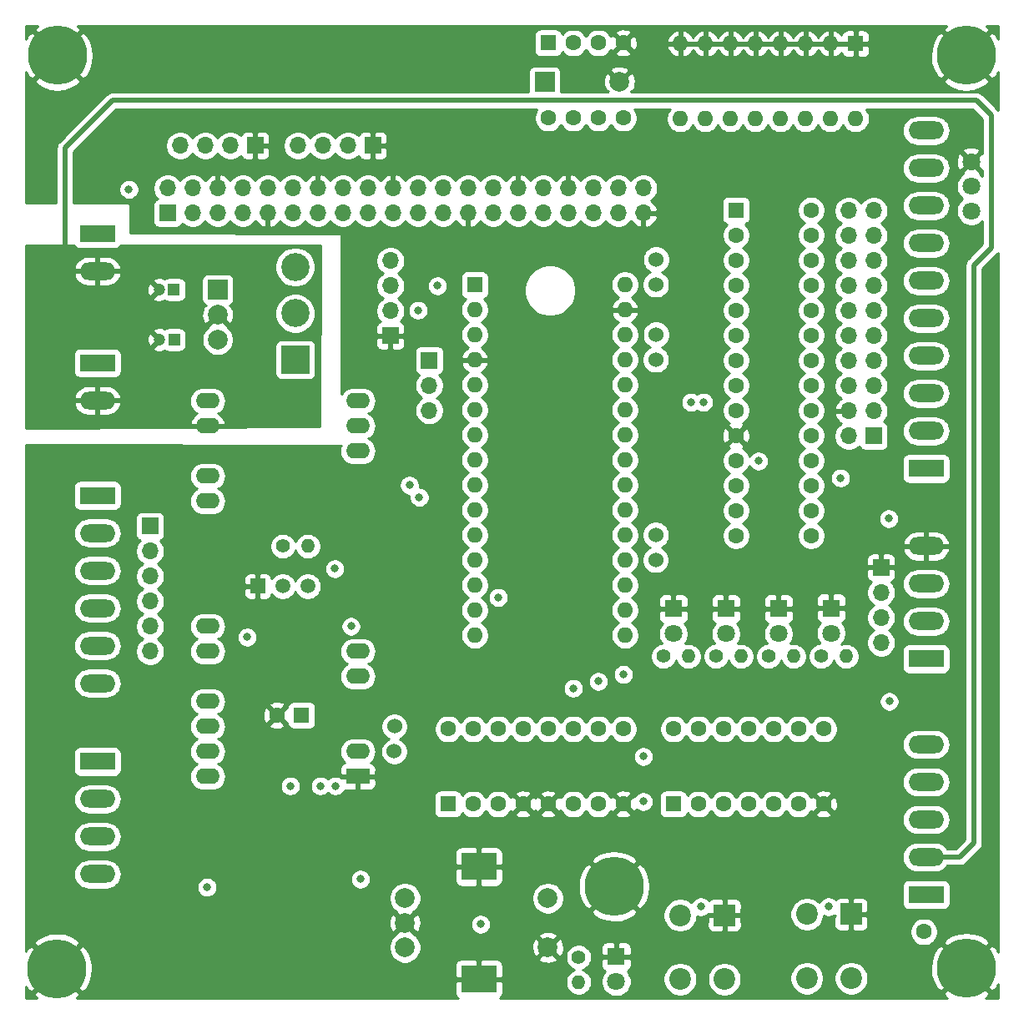
<source format=gbr>
%TF.GenerationSoftware,KiCad,Pcbnew,(5.1.6)-1*%
%TF.CreationDate,2020-11-08T21:19:26+11:00*%
%TF.ProjectId,mc13clk,6d633133-636c-46b2-9e6b-696361645f70,rev?*%
%TF.SameCoordinates,Original*%
%TF.FileFunction,Copper,L3,Inr*%
%TF.FilePolarity,Positive*%
%FSLAX46Y46*%
G04 Gerber Fmt 4.6, Leading zero omitted, Abs format (unit mm)*
G04 Created by KiCad (PCBNEW (5.1.6)-1) date 2020-11-08 21:19:26*
%MOMM*%
%LPD*%
G01*
G04 APERTURE LIST*
%TA.AperFunction,ViaPad*%
%ADD10R,1.700000X1.700000*%
%TD*%
%TA.AperFunction,ViaPad*%
%ADD11O,1.700000X1.700000*%
%TD*%
%TA.AperFunction,ViaPad*%
%ADD12C,1.800000*%
%TD*%
%TA.AperFunction,ViaPad*%
%ADD13C,1.600000*%
%TD*%
%TA.AperFunction,ViaPad*%
%ADD14R,1.600000X1.600000*%
%TD*%
%TA.AperFunction,ViaPad*%
%ADD15C,0.800000*%
%TD*%
%TA.AperFunction,ViaPad*%
%ADD16C,6.000000*%
%TD*%
%TA.AperFunction,ViaPad*%
%ADD17C,1.524000*%
%TD*%
%TA.AperFunction,ViaPad*%
%ADD18C,1.200000*%
%TD*%
%TA.AperFunction,ViaPad*%
%ADD19R,1.200000X1.200000*%
%TD*%
%TA.AperFunction,ViaPad*%
%ADD20C,2.850000*%
%TD*%
%TA.AperFunction,ViaPad*%
%ADD21R,2.850000X2.850000*%
%TD*%
%TA.AperFunction,ViaPad*%
%ADD22R,2.400000X1.600000*%
%TD*%
%TA.AperFunction,ViaPad*%
%ADD23O,2.400000X1.600000*%
%TD*%
%TA.AperFunction,ViaPad*%
%ADD24O,1.400000X1.400000*%
%TD*%
%TA.AperFunction,ViaPad*%
%ADD25C,1.400000*%
%TD*%
%TA.AperFunction,ViaPad*%
%ADD26O,1.600000X1.600000*%
%TD*%
%TA.AperFunction,ViaPad*%
%ADD27R,1.800000X1.800000*%
%TD*%
%TA.AperFunction,ViaPad*%
%ADD28R,3.600000X1.800000*%
%TD*%
%TA.AperFunction,ViaPad*%
%ADD29O,3.600000X1.800000*%
%TD*%
%TA.AperFunction,ViaPad*%
%ADD30C,1.520000*%
%TD*%
%TA.AperFunction,ViaPad*%
%ADD31R,1.520000X1.520000*%
%TD*%
%TA.AperFunction,ViaPad*%
%ADD32R,2.000000X2.000000*%
%TD*%
%TA.AperFunction,ViaPad*%
%ADD33C,2.000000*%
%TD*%
%TA.AperFunction,ViaPad*%
%ADD34C,2.200000*%
%TD*%
%TA.AperFunction,ViaPad*%
%ADD35R,2.200000X2.200000*%
%TD*%
%TA.AperFunction,ViaPad*%
%ADD36R,3.600000X2.800000*%
%TD*%
%TA.AperFunction,Conductor*%
%ADD37C,0.500000*%
%TD*%
%TA.AperFunction,Conductor*%
%ADD38C,0.250000*%
%TD*%
%TA.AperFunction,Conductor*%
%ADD39C,0.254000*%
%TD*%
G04 APERTURE END LIST*
D10*
%TO.N,N/C*%
%TO.C,REF\u002A\u002A*%
X186690000Y-82042000D03*
D11*
X184150000Y-82042000D03*
X186690000Y-79502000D03*
%TO.N,VSS*%
X184150000Y-79502000D03*
%TO.N,N/C*%
X186690000Y-76962000D03*
X184150000Y-76962000D03*
X186690000Y-74422000D03*
X184150000Y-74422000D03*
X186690000Y-71882000D03*
X184150000Y-71882000D03*
X186690000Y-69342000D03*
X184150000Y-69342000D03*
X186690000Y-66802000D03*
X184150000Y-66802000D03*
X186690000Y-64262000D03*
X184150000Y-64262000D03*
X186690000Y-61722000D03*
X184150000Y-61722000D03*
X186690000Y-59182000D03*
X184150000Y-59182000D03*
%TD*%
D12*
%TO.N,VSS*%
%TO.C,REF\u002A\u002A*%
X196596000Y-54205500D03*
%TO.N,N/C*%
X196596000Y-56705500D03*
%TO.N,VCC_5v*%
X196596000Y-59205500D03*
%TD*%
D10*
%TO.N,N/C*%
%TO.C,uC RST CTL*%
X141605000Y-74358500D03*
D11*
X141605000Y-76898500D03*
X141605000Y-79438500D03*
%TD*%
D13*
%TO.N,VCC_5v*%
%TO.C,ATTINY85*%
X153670000Y-49784000D03*
%TO.N,SCL*%
X156210000Y-49784000D03*
%TO.N,N/C*%
X158750000Y-49784000D03*
%TO.N,SDA*%
X161290000Y-49784000D03*
%TO.N,VSS*%
X161290000Y-42164000D03*
%TO.N,N/C*%
X158750000Y-42164000D03*
X156210000Y-42164000D03*
D14*
X153670000Y-42164000D03*
%TD*%
D11*
%TO.N,VCC_5v*%
%TO.C,REF\u002A\u002A*%
X187452000Y-102997000D03*
%TO.N,SDA*%
X187452000Y-100457000D03*
%TO.N,SCL*%
X187452000Y-97917000D03*
D10*
%TO.N,VSS*%
X187452000Y-95377000D03*
%TD*%
%TO.N,VSS*%
%TO.C,REF\u002A\u002A*%
X123952000Y-52578000D03*
D11*
%TO.N,SCL*%
X121412000Y-52578000D03*
%TO.N,SDA*%
X118872000Y-52578000D03*
%TO.N,VCC_3.3v*%
X116332000Y-52578000D03*
%TD*%
D15*
%TO.N,VSS*%
%TO.C,REF\u002A\u002A*%
X161941190Y-126145610D03*
X160350200Y-125486600D03*
X158759210Y-126145610D03*
X158100200Y-127736600D03*
X158759210Y-129327590D03*
X160350200Y-129986600D03*
X161941190Y-129327590D03*
X162600200Y-127736600D03*
D16*
X160350200Y-127736600D03*
%TD*%
D17*
%TO.N,N/C*%
%TO.C,5V Tie*%
X164592000Y-74295000D03*
%TO.N,VCC_5v*%
X164612000Y-71755000D03*
%TD*%
%TO.N,VOUT*%
%TO.C,Vout Tie*%
X138049000Y-114046000D03*
%TO.N,VCC_5v*%
X138069000Y-111506000D03*
%TD*%
%TO.N,VIN*%
%TO.C,Vin Tie*%
X164617400Y-64135000D03*
X164597400Y-66675000D03*
%TD*%
D18*
%TO.N,GND*%
%TO.C,C1*%
X114197000Y-67183000D03*
D19*
%TO.N,VIN*%
X115697000Y-67183000D03*
%TD*%
D17*
%TO.N,VCC_3.3v*%
%TO.C,3V3 Tie*%
X164572000Y-94615000D03*
X164592000Y-92075000D03*
%TD*%
D11*
%TO.N,N/C*%
%TO.C,RPI2-40*%
X163322000Y-56896000D03*
%TO.N,VSS*%
X163322000Y-59436000D03*
%TO.N,N/C*%
X160782000Y-56896000D03*
X160782000Y-59436000D03*
X158242000Y-56896000D03*
X158242000Y-59436000D03*
%TO.N,VSS*%
X155702000Y-56896000D03*
%TO.N,N/C*%
X155702000Y-59436000D03*
X153162000Y-56896000D03*
X153162000Y-59436000D03*
%TO.N,VSS*%
X150622000Y-56896000D03*
%TO.N,N/C*%
X150622000Y-59436000D03*
%TO.N,SCL*%
X148082000Y-56896000D03*
%TO.N,SDA*%
X148082000Y-59436000D03*
%TO.N,N/C*%
X145542000Y-56896000D03*
%TO.N,VSS*%
X145542000Y-59436000D03*
%TO.N,N/C*%
X143002000Y-56896000D03*
X143002000Y-59436000D03*
X140462000Y-56896000D03*
X140462000Y-59436000D03*
%TO.N,VSS*%
X137922000Y-56896000D03*
%TO.N,N/C*%
X137922000Y-59436000D03*
X135382000Y-56896000D03*
%TO.N,VCC_3.3v*%
X135382000Y-59436000D03*
%TO.N,N/C*%
X132842000Y-56896000D03*
X132842000Y-59436000D03*
%TO.N,VSS*%
X130302000Y-56896000D03*
%TO.N,N/C*%
X130302000Y-59436000D03*
X127762000Y-56896000D03*
X127762000Y-59436000D03*
%TO.N,RXD*%
X125222000Y-56896000D03*
%TO.N,VSS*%
X125222000Y-59436000D03*
%TO.N,TXD*%
X122682000Y-56896000D03*
%TO.N,N/C*%
X122682000Y-59436000D03*
%TO.N,VSS*%
X120142000Y-56896000D03*
%TO.N,SCL*%
X120142000Y-59436000D03*
%TO.N,VCC_5v*%
X117602000Y-56896000D03*
%TO.N,SDA*%
X117602000Y-59436000D03*
%TO.N,VCC_5v*%
X115062000Y-56896000D03*
D10*
%TO.N,VCC_3.3v*%
X115062000Y-59436000D03*
%TD*%
D11*
%TO.N,VCC_3.3v*%
%TO.C,REF\u002A\u002A*%
X128270000Y-52578000D03*
%TO.N,TXD*%
X130810000Y-52578000D03*
%TO.N,RXD*%
X133350000Y-52578000D03*
D10*
%TO.N,VSS*%
X135890000Y-52578000D03*
%TD*%
D20*
%TO.N,N/C*%
%TO.C,OFF*%
X128016000Y-64895000D03*
%TO.N,VIN*%
X128016000Y-69595000D03*
D21*
X128016000Y-74295000D03*
%TD*%
D19*
%TO.N,VCC_5v*%
%TO.C,C2*%
X115722400Y-72263000D03*
D18*
%TO.N,GND*%
X114222400Y-72263000D03*
%TD*%
D13*
%TO.N,N/C*%
%TO.C,U3*%
X180340000Y-59120000D03*
X180340000Y-61660000D03*
X180340000Y-64200000D03*
X180340000Y-66740000D03*
X180340000Y-69280000D03*
X180340000Y-71820000D03*
X180340000Y-74360000D03*
X180340000Y-76900000D03*
X180340000Y-79440000D03*
X180340000Y-81980000D03*
X180340000Y-84520000D03*
X180340000Y-87060000D03*
X180340000Y-89600000D03*
X180340000Y-92140000D03*
X172720000Y-92140000D03*
%TO.N,SDA*%
X172720000Y-89600000D03*
%TO.N,SCL*%
X172720000Y-87060000D03*
%TO.N,N/C*%
X172720000Y-84520000D03*
%TO.N,VSS*%
X172720000Y-81980000D03*
%TO.N,VCC_5v*%
X172720000Y-79440000D03*
%TO.N,N/C*%
X172720000Y-76900000D03*
X172720000Y-74360000D03*
X172720000Y-71820000D03*
X172720000Y-69280000D03*
X172720000Y-66740000D03*
X172720000Y-64200000D03*
X172720000Y-61660000D03*
D14*
X172720000Y-59120000D03*
%TD*%
D10*
%TO.N,VSS*%
%TO.C,REF\u002A\u002A*%
X137668000Y-71882000D03*
D11*
%TO.N,N/C*%
X137668000Y-69342000D03*
X137668000Y-66802000D03*
%TO.N,VCC_5v*%
X137668000Y-64262000D03*
%TD*%
D22*
%TO.N,VSS*%
%TO.C,d*%
X134366000Y-116586000D03*
D23*
%TO.N,VIN*%
X119126000Y-78486000D03*
%TO.N,VOUT*%
X134366000Y-114046000D03*
%TO.N,GND*%
X119126000Y-81026000D03*
%TO.N,N/C*%
X119126000Y-86106000D03*
X134366000Y-106426000D03*
X119126000Y-88646000D03*
X134366000Y-103886000D03*
X119126000Y-101346000D03*
X119126000Y-103886000D03*
X119126000Y-108966000D03*
X134366000Y-83566000D03*
X119126000Y-111506000D03*
X134366000Y-81026000D03*
X119126000Y-114046000D03*
X134366000Y-78486000D03*
X119126000Y-116586000D03*
%TD*%
D14*
%TO.N,VCC_5v*%
%TO.C,C1*%
X128651000Y-110363000D03*
D13*
%TO.N,VSS*%
X126151000Y-110363000D03*
%TD*%
D24*
%TO.N,N/C*%
%TO.C,REF\u002A\u002A*%
X183896000Y-104394000D03*
D25*
X181356000Y-104394000D03*
%TD*%
%TO.N,N/C*%
%TO.C,REF\u002A\u002A*%
X176022000Y-104394000D03*
D24*
X178562000Y-104394000D03*
%TD*%
%TO.N,N/C*%
%TO.C,REF\u002A\u002A*%
X173228000Y-104394000D03*
D25*
X170688000Y-104394000D03*
%TD*%
%TO.N,N/C*%
%TO.C,REF\u002A\u002A*%
X165354000Y-104394000D03*
D24*
X167894000Y-104394000D03*
%TD*%
D10*
%TO.N,N/C*%
%TO.C,REF\u002A\u002A*%
X113284000Y-91186000D03*
D11*
X113284000Y-93726000D03*
X113284000Y-96266000D03*
X113284000Y-98806000D03*
X113284000Y-101346000D03*
X113284000Y-103886000D03*
%TD*%
D24*
%TO.N,N/C*%
%TO.C,REF\u002A\u002A*%
X156768800Y-137439400D03*
D25*
X156768800Y-134899400D03*
%TD*%
D14*
%TO.N,N/C*%
%TO.C,REF\u002A\u002A*%
X146215100Y-66700400D03*
D26*
%TO.N,VCC_3.3v*%
X161455100Y-99720400D03*
%TO.N,N/C*%
X146215100Y-69240400D03*
X161455100Y-97180400D03*
X146215100Y-71780400D03*
X161455100Y-94640400D03*
%TO.N,VSS*%
X146215100Y-74320400D03*
%TO.N,N/C*%
X161455100Y-92100400D03*
X146215100Y-76860400D03*
X161455100Y-89560400D03*
X146215100Y-79400400D03*
X161455100Y-87020400D03*
X146215100Y-81940400D03*
%TO.N,SDA*%
X161455100Y-84480400D03*
%TO.N,N/C*%
X146215100Y-84480400D03*
%TO.N,SCL*%
X161455100Y-81940400D03*
%TO.N,N/C*%
X146215100Y-87020400D03*
X161455100Y-79400400D03*
X146215100Y-89560400D03*
X161455100Y-76860400D03*
X146215100Y-92100400D03*
X161455100Y-74320400D03*
X146215100Y-94640400D03*
X161455100Y-71780400D03*
X146215100Y-97180400D03*
%TO.N,VSS*%
X161455100Y-69240400D03*
%TO.N,N/C*%
X146215100Y-99720400D03*
%TO.N,VIN*%
X161455100Y-66700400D03*
%TO.N,N/C*%
X146215100Y-102260400D03*
X161455100Y-102260400D03*
%TD*%
D12*
%TO.N,N/C*%
%TO.C,REF\u002A\u002A*%
X171704000Y-102108000D03*
D27*
%TO.N,VSS*%
X171704000Y-99568000D03*
%TD*%
D28*
%TO.N,N/C*%
%TO.C,CON2*%
X107950000Y-88060000D03*
D29*
X107950000Y-91870000D03*
X107950000Y-95680000D03*
X107950000Y-99490000D03*
X107950000Y-103300000D03*
X107950000Y-107110000D03*
%TD*%
D30*
%TO.N,N/C*%
%TO.C,REF\u002A\u002A*%
X126746000Y-97282000D03*
%TO.N,VCC_5v*%
X129286000Y-97282000D03*
D31*
%TO.N,VSS*%
X124206000Y-97282000D03*
%TD*%
D24*
%TO.N,VCC_5v*%
%TO.C,R2*%
X129286000Y-93218000D03*
D25*
%TO.N,N/C*%
X126746000Y-93218000D03*
%TD*%
D32*
%TO.N,VIN*%
%TO.C,5v REG*%
X120142000Y-67183000D03*
D33*
%TO.N,GND*%
X120142000Y-69723000D03*
%TO.N,VCC_5v*%
X120142000Y-72263000D03*
%TD*%
D12*
%TO.N,N/C*%
%TO.C,REF\u002A\u002A*%
X160578800Y-137388600D03*
D27*
%TO.N,VSS*%
X160578800Y-134848600D03*
%TD*%
%TO.N,VSS*%
%TO.C,REF\u002A\u002A*%
X166370000Y-99568000D03*
D12*
%TO.N,N/C*%
X166370000Y-102108000D03*
%TD*%
%TO.N,N/C*%
%TO.C,REF\u002A\u002A*%
X177038000Y-102106000D03*
D27*
%TO.N,VSS*%
X177038000Y-99566000D03*
%TD*%
%TO.N,VSS*%
%TO.C,REF\u002A\u002A*%
X182372000Y-99486000D03*
D12*
%TO.N,N/C*%
X182372000Y-102026000D03*
%TD*%
D29*
%TO.N,VSS*%
%TO.C,CON6*%
X192024000Y-93218000D03*
%TO.N,SCL*%
X192024000Y-97028000D03*
%TO.N,SDA*%
X192024000Y-100838000D03*
D28*
%TO.N,N/C*%
X192024000Y-104648000D03*
%TD*%
D29*
%TO.N,GND*%
%TO.C,CON3*%
X107950000Y-78430000D03*
D28*
%TO.N,VIN*%
X107950000Y-74620000D03*
%TD*%
%TO.N,VIN*%
%TO.C,CON5*%
X192024000Y-128570000D03*
D29*
%TO.N,GND*%
X192024000Y-124760000D03*
%TO.N,N/C*%
X192024000Y-120950000D03*
X192024000Y-117140000D03*
X192024000Y-113330000D03*
%TD*%
D28*
%TO.N,N/C*%
%TO.C,CON7*%
X192024000Y-85340000D03*
D29*
X192024000Y-81530000D03*
X192024000Y-77720000D03*
X192024000Y-73910000D03*
X192024000Y-70100000D03*
X192024000Y-66290000D03*
X192024000Y-62480000D03*
X192024000Y-58670000D03*
X192024000Y-54860000D03*
X192024000Y-51050000D03*
%TD*%
D28*
%TO.N,N/C*%
%TO.C,CON1*%
X107950000Y-115062000D03*
D29*
X107950000Y-118872000D03*
X107950000Y-122682000D03*
X107950000Y-126492000D03*
%TD*%
D28*
%TO.N,VIN*%
%TO.C,CON4*%
X107950000Y-61510000D03*
D29*
%TO.N,GND*%
X107950000Y-65320000D03*
%TD*%
D15*
%TO.N,VSS*%
%TO.C,REF\u002A\u002A*%
X105416980Y-134486020D03*
X103825990Y-133827010D03*
X102235000Y-134486020D03*
X101575990Y-136077010D03*
X102235000Y-137668000D03*
X103825990Y-138327010D03*
X105416980Y-137668000D03*
X106075990Y-136077010D03*
D16*
X103825990Y-136077010D03*
%TD*%
%TO.N,VSS*%
%TO.C,REF\u002A\u002A*%
X196088000Y-136017000D03*
D15*
X198338000Y-136017000D03*
X197678990Y-137607990D03*
X196088000Y-138267000D03*
X194497010Y-137607990D03*
X193838000Y-136017000D03*
X194497010Y-134426010D03*
X196088000Y-133767000D03*
X197678990Y-134426010D03*
%TD*%
%TO.N,VSS*%
%TO.C,REF\u002A\u002A*%
X197678990Y-41843010D03*
X196088000Y-41184000D03*
X194497010Y-41843010D03*
X193838000Y-43434000D03*
X194497010Y-45024990D03*
X196088000Y-45684000D03*
X197678990Y-45024990D03*
X198338000Y-43434000D03*
D16*
X196088000Y-43434000D03*
%TD*%
%TO.N,VSS*%
%TO.C,REF\u002A\u002A*%
X103886000Y-43434000D03*
D15*
X106136000Y-43434000D03*
X105476990Y-45024990D03*
X103886000Y-45684000D03*
X102295010Y-45024990D03*
X101636000Y-43434000D03*
X102295010Y-41843010D03*
X103886000Y-41184000D03*
X105476990Y-41843010D03*
%TD*%
D14*
%TO.N,VSS*%
%TO.C,REF\u002A\u002A*%
X184860000Y-42240000D03*
D26*
%TO.N,N/C*%
X167080000Y-49860000D03*
%TO.N,VSS*%
X182320000Y-42240000D03*
%TO.N,N/C*%
X169620000Y-49860000D03*
%TO.N,VSS*%
X179780000Y-42240000D03*
%TO.N,N/C*%
X172160000Y-49860000D03*
%TO.N,VSS*%
X177240000Y-42240000D03*
%TO.N,N/C*%
X174700000Y-49860000D03*
%TO.N,VSS*%
X174700000Y-42240000D03*
%TO.N,N/C*%
X177240000Y-49860000D03*
%TO.N,VSS*%
X172160000Y-42240000D03*
%TO.N,N/C*%
X179780000Y-49860000D03*
%TO.N,VSS*%
X169620000Y-42240000D03*
%TO.N,N/C*%
X182320000Y-49860000D03*
%TO.N,VSS*%
X167080000Y-42240000D03*
%TO.N,N/C*%
X184860000Y-49860000D03*
%TD*%
D32*
%TO.N,N/C*%
%TO.C,BUZZ1*%
X153309000Y-46101000D03*
D33*
%TO.N,VSS*%
X160909000Y-46101000D03*
%TD*%
D34*
%TO.N,N/C*%
%TO.C,REF\u002A\u002A*%
X179904000Y-130556000D03*
X179904000Y-137056000D03*
X184404000Y-137056000D03*
D35*
%TO.N,VSS*%
X184404000Y-130556000D03*
%TD*%
D34*
%TO.N,N/C*%
%TO.C,REF\u002A\u002A*%
X167050000Y-130650000D03*
X167050000Y-137150000D03*
X171550000Y-137150000D03*
D35*
%TO.N,VSS*%
X171550000Y-130650000D03*
%TD*%
D33*
%TO.N,N/C*%
%TO.C,REF\u002A\u002A*%
X139140000Y-133930000D03*
%TO.N,VSS*%
X139140000Y-131430000D03*
%TO.N,N/C*%
X139140000Y-128930000D03*
%TO.N,VSS*%
X153640000Y-133930000D03*
%TO.N,N/C*%
X153640000Y-128930000D03*
D36*
%TO.N,VSS*%
X146640000Y-137130000D03*
X146640000Y-125730000D03*
%TD*%
D13*
%TO.N,N/C*%
%TO.C,U2*%
X161290000Y-111760000D03*
%TO.N,VSS*%
X161290000Y-119380000D03*
%TO.N,VCC_5v*%
X143510000Y-111760000D03*
%TO.N,N/C*%
X146050000Y-111760000D03*
X148590000Y-111760000D03*
X151130000Y-111760000D03*
X153670000Y-111760000D03*
X156210000Y-111760000D03*
X158750000Y-111760000D03*
X158750000Y-119380000D03*
%TO.N,VCC_5v*%
X156210000Y-119380000D03*
%TO.N,VSS*%
X153670000Y-119380000D03*
X151130000Y-119380000D03*
%TO.N,N/C*%
X148590000Y-119380000D03*
X146050000Y-119380000D03*
D14*
X143510000Y-119380000D03*
%TD*%
D13*
%TO.N,VCC_5v*%
%TO.C,U1*%
X166370000Y-111760000D03*
%TO.N,N/C*%
X168910000Y-111760000D03*
X171450000Y-111760000D03*
X173990000Y-111760000D03*
X176530000Y-111760000D03*
X179070000Y-111760000D03*
X181610000Y-111760000D03*
%TO.N,VSS*%
X181610000Y-119380000D03*
%TO.N,N/C*%
X179070000Y-119380000D03*
X176530000Y-119380000D03*
X173990000Y-119380000D03*
X171450000Y-119380000D03*
X168910000Y-119380000D03*
D14*
X166370000Y-119380000D03*
%TD*%
D15*
%TO.N,*%
X163322000Y-114554000D03*
X163322000Y-119126000D03*
X148590000Y-98425000D03*
X139598400Y-87020400D03*
X140589000Y-88265000D03*
X140462000Y-69278500D03*
X142430500Y-66802000D03*
X161290000Y-106235500D03*
X158750000Y-106934000D03*
X156210000Y-107632500D03*
X132016500Y-95504000D03*
X119062500Y-127825500D03*
X130556000Y-117538500D03*
X132080000Y-117538500D03*
X133667500Y-101346000D03*
X123126500Y-102431001D03*
X127508000Y-117538500D03*
%TO.N,VCC_5v*%
X175006000Y-84582000D03*
X134620000Y-127000000D03*
X169164000Y-129794000D03*
X146812000Y-131572000D03*
X182118000Y-129794000D03*
X188277500Y-108966000D03*
X188214000Y-90424000D03*
X111125000Y-57023000D03*
X183324500Y-86296500D03*
%TO.N,SCL*%
X168148000Y-78613000D03*
%TO.N,SDA*%
X169418000Y-78613000D03*
D13*
%TO.N,VIN*%
X191770000Y-132334000D03*
D15*
%TO.N,VSS*%
X127000000Y-137160000D03*
X135407400Y-41376600D03*
X113080800Y-41376600D03*
X186690000Y-49911000D03*
X186690000Y-42291000D03*
X165227000Y-42291000D03*
X165227000Y-49911000D03*
X185039000Y-86296500D03*
%TD*%
D37*
%TO.N,*%
X192024000Y-113330000D02*
X192232000Y-113330000D01*
%TO.N,GND*%
X196850000Y-123317000D02*
X195407000Y-124760000D01*
X198628000Y-62928500D02*
X196850000Y-64706500D01*
X104648000Y-71318000D02*
X104648000Y-52832000D01*
X195407000Y-124760000D02*
X192024000Y-124760000D01*
X104648000Y-52832000D02*
X109474000Y-48006000D01*
X109474000Y-48006000D02*
X197104000Y-48006000D01*
X196850000Y-64706500D02*
X196850000Y-123317000D01*
X197104000Y-48006000D02*
X198628000Y-49530000D01*
X198628000Y-49530000D02*
X198628000Y-62928500D01*
D38*
%TO.N,VIN*%
X107950000Y-61510000D02*
X108400009Y-61059991D01*
%TD*%
D39*
%TO.N,VSS*%
G36*
X152398320Y-49104273D02*
G01*
X152290147Y-49365426D01*
X152235000Y-49642665D01*
X152235000Y-49925335D01*
X152290147Y-50202574D01*
X152398320Y-50463727D01*
X152555363Y-50698759D01*
X152755241Y-50898637D01*
X152990273Y-51055680D01*
X153251426Y-51163853D01*
X153528665Y-51219000D01*
X153811335Y-51219000D01*
X154088574Y-51163853D01*
X154349727Y-51055680D01*
X154584759Y-50898637D01*
X154784637Y-50698759D01*
X154940000Y-50466241D01*
X155095363Y-50698759D01*
X155295241Y-50898637D01*
X155530273Y-51055680D01*
X155791426Y-51163853D01*
X156068665Y-51219000D01*
X156351335Y-51219000D01*
X156628574Y-51163853D01*
X156889727Y-51055680D01*
X157124759Y-50898637D01*
X157324637Y-50698759D01*
X157480000Y-50466241D01*
X157635363Y-50698759D01*
X157835241Y-50898637D01*
X158070273Y-51055680D01*
X158331426Y-51163853D01*
X158608665Y-51219000D01*
X158891335Y-51219000D01*
X159168574Y-51163853D01*
X159429727Y-51055680D01*
X159664759Y-50898637D01*
X159864637Y-50698759D01*
X160020000Y-50466241D01*
X160175363Y-50698759D01*
X160375241Y-50898637D01*
X160610273Y-51055680D01*
X160871426Y-51163853D01*
X161148665Y-51219000D01*
X161431335Y-51219000D01*
X161708574Y-51163853D01*
X161969727Y-51055680D01*
X162204759Y-50898637D01*
X162404637Y-50698759D01*
X162561680Y-50463727D01*
X162669853Y-50202574D01*
X162725000Y-49925335D01*
X162725000Y-49642665D01*
X162669853Y-49365426D01*
X162561680Y-49104273D01*
X162419176Y-48891000D01*
X166019604Y-48891000D01*
X165965363Y-48945241D01*
X165808320Y-49180273D01*
X165700147Y-49441426D01*
X165645000Y-49718665D01*
X165645000Y-50001335D01*
X165700147Y-50278574D01*
X165808320Y-50539727D01*
X165965363Y-50774759D01*
X166165241Y-50974637D01*
X166400273Y-51131680D01*
X166661426Y-51239853D01*
X166938665Y-51295000D01*
X167221335Y-51295000D01*
X167498574Y-51239853D01*
X167759727Y-51131680D01*
X167994759Y-50974637D01*
X168194637Y-50774759D01*
X168350000Y-50542241D01*
X168505363Y-50774759D01*
X168705241Y-50974637D01*
X168940273Y-51131680D01*
X169201426Y-51239853D01*
X169478665Y-51295000D01*
X169761335Y-51295000D01*
X170038574Y-51239853D01*
X170299727Y-51131680D01*
X170534759Y-50974637D01*
X170734637Y-50774759D01*
X170890000Y-50542241D01*
X171045363Y-50774759D01*
X171245241Y-50974637D01*
X171480273Y-51131680D01*
X171741426Y-51239853D01*
X172018665Y-51295000D01*
X172301335Y-51295000D01*
X172578574Y-51239853D01*
X172839727Y-51131680D01*
X173074759Y-50974637D01*
X173274637Y-50774759D01*
X173430000Y-50542241D01*
X173585363Y-50774759D01*
X173785241Y-50974637D01*
X174020273Y-51131680D01*
X174281426Y-51239853D01*
X174558665Y-51295000D01*
X174841335Y-51295000D01*
X175118574Y-51239853D01*
X175379727Y-51131680D01*
X175614759Y-50974637D01*
X175814637Y-50774759D01*
X175970000Y-50542241D01*
X176125363Y-50774759D01*
X176325241Y-50974637D01*
X176560273Y-51131680D01*
X176821426Y-51239853D01*
X177098665Y-51295000D01*
X177381335Y-51295000D01*
X177658574Y-51239853D01*
X177919727Y-51131680D01*
X178154759Y-50974637D01*
X178354637Y-50774759D01*
X178510000Y-50542241D01*
X178665363Y-50774759D01*
X178865241Y-50974637D01*
X179100273Y-51131680D01*
X179361426Y-51239853D01*
X179638665Y-51295000D01*
X179921335Y-51295000D01*
X180198574Y-51239853D01*
X180459727Y-51131680D01*
X180694759Y-50974637D01*
X180894637Y-50774759D01*
X181050000Y-50542241D01*
X181205363Y-50774759D01*
X181405241Y-50974637D01*
X181640273Y-51131680D01*
X181901426Y-51239853D01*
X182178665Y-51295000D01*
X182461335Y-51295000D01*
X182738574Y-51239853D01*
X182999727Y-51131680D01*
X183234759Y-50974637D01*
X183434637Y-50774759D01*
X183590000Y-50542241D01*
X183745363Y-50774759D01*
X183945241Y-50974637D01*
X184180273Y-51131680D01*
X184441426Y-51239853D01*
X184718665Y-51295000D01*
X185001335Y-51295000D01*
X185278574Y-51239853D01*
X185539727Y-51131680D01*
X185661970Y-51050000D01*
X189581573Y-51050000D01*
X189611210Y-51350913D01*
X189698983Y-51640261D01*
X189841519Y-51906927D01*
X190033339Y-52140661D01*
X190267073Y-52332481D01*
X190533739Y-52475017D01*
X190823087Y-52562790D01*
X191048592Y-52585000D01*
X192999408Y-52585000D01*
X193224913Y-52562790D01*
X193514261Y-52475017D01*
X193780927Y-52332481D01*
X194014661Y-52140661D01*
X194206481Y-51906927D01*
X194349017Y-51640261D01*
X194436790Y-51350913D01*
X194466427Y-51050000D01*
X194436790Y-50749087D01*
X194349017Y-50459739D01*
X194206481Y-50193073D01*
X194014661Y-49959339D01*
X193780927Y-49767519D01*
X193514261Y-49624983D01*
X193224913Y-49537210D01*
X192999408Y-49515000D01*
X191048592Y-49515000D01*
X190823087Y-49537210D01*
X190533739Y-49624983D01*
X190267073Y-49767519D01*
X190033339Y-49959339D01*
X189841519Y-50193073D01*
X189698983Y-50459739D01*
X189611210Y-50749087D01*
X189581573Y-51050000D01*
X185661970Y-51050000D01*
X185774759Y-50974637D01*
X185974637Y-50774759D01*
X186131680Y-50539727D01*
X186239853Y-50278574D01*
X186295000Y-50001335D01*
X186295000Y-49718665D01*
X186239853Y-49441426D01*
X186131680Y-49180273D01*
X185974637Y-48945241D01*
X185920396Y-48891000D01*
X196737422Y-48891000D01*
X197743000Y-49896579D01*
X197743000Y-53348325D01*
X197660080Y-53321025D01*
X196775605Y-54205500D01*
X197660080Y-55089975D01*
X197743000Y-55062675D01*
X197743000Y-55681683D01*
X197574505Y-55513188D01*
X197431690Y-55417762D01*
X197480475Y-55269580D01*
X196596000Y-54385105D01*
X195711525Y-55269580D01*
X195760310Y-55417762D01*
X195617495Y-55513188D01*
X195403688Y-55726995D01*
X195235701Y-55978405D01*
X195119989Y-56257757D01*
X195061000Y-56554316D01*
X195061000Y-56856684D01*
X195119989Y-57153243D01*
X195235701Y-57432595D01*
X195403688Y-57684005D01*
X195617495Y-57897812D01*
X195703831Y-57955500D01*
X195617495Y-58013188D01*
X195403688Y-58226995D01*
X195235701Y-58478405D01*
X195119989Y-58757757D01*
X195061000Y-59054316D01*
X195061000Y-59356684D01*
X195119989Y-59653243D01*
X195235701Y-59932595D01*
X195403688Y-60184005D01*
X195617495Y-60397812D01*
X195868905Y-60565799D01*
X196148257Y-60681511D01*
X196444816Y-60740500D01*
X196747184Y-60740500D01*
X197043743Y-60681511D01*
X197323095Y-60565799D01*
X197574505Y-60397812D01*
X197743001Y-60229316D01*
X197743001Y-62561920D01*
X196254956Y-64049966D01*
X196221183Y-64077683D01*
X196110589Y-64212442D01*
X196028411Y-64366188D01*
X195977805Y-64533011D01*
X195965000Y-64663024D01*
X195965000Y-64663031D01*
X195960719Y-64706500D01*
X195965000Y-64749969D01*
X195965001Y-122950420D01*
X195040422Y-123875000D01*
X194183442Y-123875000D01*
X194014661Y-123669339D01*
X193780927Y-123477519D01*
X193514261Y-123334983D01*
X193224913Y-123247210D01*
X192999408Y-123225000D01*
X191048592Y-123225000D01*
X190823087Y-123247210D01*
X190533739Y-123334983D01*
X190267073Y-123477519D01*
X190033339Y-123669339D01*
X189841519Y-123903073D01*
X189698983Y-124169739D01*
X189611210Y-124459087D01*
X189581573Y-124760000D01*
X189611210Y-125060913D01*
X189698983Y-125350261D01*
X189841519Y-125616927D01*
X190033339Y-125850661D01*
X190267073Y-126042481D01*
X190533739Y-126185017D01*
X190823087Y-126272790D01*
X191048592Y-126295000D01*
X192999408Y-126295000D01*
X193224913Y-126272790D01*
X193514261Y-126185017D01*
X193780927Y-126042481D01*
X194014661Y-125850661D01*
X194183442Y-125645000D01*
X195363531Y-125645000D01*
X195407000Y-125649281D01*
X195450469Y-125645000D01*
X195450477Y-125645000D01*
X195580490Y-125632195D01*
X195747313Y-125581589D01*
X195901059Y-125499411D01*
X196035817Y-125388817D01*
X196063534Y-125355044D01*
X197445049Y-123973530D01*
X197478817Y-123945817D01*
X197513897Y-123903073D01*
X197589410Y-123811060D01*
X197595609Y-123799463D01*
X197671589Y-123657313D01*
X197722195Y-123490490D01*
X197735000Y-123360477D01*
X197735000Y-123360467D01*
X197739281Y-123317001D01*
X197735000Y-123273535D01*
X197735000Y-65073078D01*
X199223049Y-63585030D01*
X199256817Y-63557317D01*
X199287219Y-63520273D01*
X199340001Y-63455958D01*
X199340000Y-134390804D01*
X199134102Y-134001397D01*
X199115868Y-133974106D01*
X198646686Y-133637919D01*
X196267605Y-136017000D01*
X198646686Y-138396081D01*
X199115868Y-138059894D01*
X199340000Y-137645066D01*
X199340000Y-139090000D01*
X198052732Y-139090000D01*
X198103603Y-139063102D01*
X198130894Y-139044868D01*
X198467081Y-138575686D01*
X196088000Y-136196605D01*
X193708919Y-138575686D01*
X194045106Y-139044868D01*
X194128637Y-139090000D01*
X148739373Y-139090000D01*
X148794494Y-139060537D01*
X148891185Y-138981185D01*
X148970537Y-138884494D01*
X149029502Y-138774180D01*
X149065812Y-138654482D01*
X149078072Y-138530000D01*
X149075000Y-137415750D01*
X148916250Y-137257000D01*
X146767000Y-137257000D01*
X146767000Y-137277000D01*
X146513000Y-137277000D01*
X146513000Y-137257000D01*
X144363750Y-137257000D01*
X144205000Y-137415750D01*
X144201928Y-138530000D01*
X144214188Y-138654482D01*
X144250498Y-138774180D01*
X144309463Y-138884494D01*
X144388815Y-138981185D01*
X144485506Y-139060537D01*
X144540627Y-139090000D01*
X105879545Y-139090000D01*
X106205071Y-138635696D01*
X103825990Y-136256615D01*
X101446909Y-138635696D01*
X101772435Y-139090000D01*
X100660000Y-139090000D01*
X100660000Y-137865873D01*
X100779888Y-138092613D01*
X100798122Y-138119904D01*
X101267304Y-138456091D01*
X103646385Y-136077010D01*
X104005595Y-136077010D01*
X106384676Y-138456091D01*
X106853858Y-138119904D01*
X107194227Y-137489942D01*
X107405156Y-136805683D01*
X107478540Y-136093421D01*
X107444395Y-135730000D01*
X144201928Y-135730000D01*
X144205000Y-136844250D01*
X144363750Y-137003000D01*
X146513000Y-137003000D01*
X146513000Y-135253750D01*
X146767000Y-135253750D01*
X146767000Y-137003000D01*
X148916250Y-137003000D01*
X149075000Y-136844250D01*
X149078072Y-135730000D01*
X149065812Y-135605518D01*
X149029502Y-135485820D01*
X148970537Y-135375506D01*
X148891185Y-135278815D01*
X148794494Y-135199463D01*
X148684180Y-135140498D01*
X148564482Y-135104188D01*
X148440000Y-135091928D01*
X146925750Y-135095000D01*
X146767000Y-135253750D01*
X146513000Y-135253750D01*
X146354250Y-135095000D01*
X144840000Y-135091928D01*
X144715518Y-135104188D01*
X144595820Y-135140498D01*
X144485506Y-135199463D01*
X144388815Y-135278815D01*
X144309463Y-135375506D01*
X144250498Y-135485820D01*
X144214188Y-135605518D01*
X144201928Y-135730000D01*
X107444395Y-135730000D01*
X107411559Y-135380528D01*
X107206786Y-134694401D01*
X106872092Y-134061407D01*
X106853858Y-134034116D01*
X106483817Y-133768967D01*
X137505000Y-133768967D01*
X137505000Y-134091033D01*
X137567832Y-134406912D01*
X137691082Y-134704463D01*
X137870013Y-134972252D01*
X138097748Y-135199987D01*
X138365537Y-135378918D01*
X138663088Y-135502168D01*
X138978967Y-135565000D01*
X139301033Y-135565000D01*
X139616912Y-135502168D01*
X139914463Y-135378918D01*
X140182252Y-135199987D01*
X140316826Y-135065413D01*
X152684192Y-135065413D01*
X152779956Y-135329814D01*
X153069571Y-135470704D01*
X153381108Y-135552384D01*
X153702595Y-135571718D01*
X154021675Y-135527961D01*
X154326088Y-135422795D01*
X154500044Y-135329814D01*
X154595808Y-135065413D01*
X153640000Y-134109605D01*
X152684192Y-135065413D01*
X140316826Y-135065413D01*
X140409987Y-134972252D01*
X140588918Y-134704463D01*
X140712168Y-134406912D01*
X140775000Y-134091033D01*
X140775000Y-133992595D01*
X151998282Y-133992595D01*
X152042039Y-134311675D01*
X152147205Y-134616088D01*
X152240186Y-134790044D01*
X152504587Y-134885808D01*
X153460395Y-133930000D01*
X153819605Y-133930000D01*
X154775413Y-134885808D01*
X155039814Y-134790044D01*
X155050579Y-134767914D01*
X155433800Y-134767914D01*
X155433800Y-135030886D01*
X155485104Y-135288805D01*
X155585739Y-135531759D01*
X155731838Y-135750413D01*
X155917787Y-135936362D01*
X156136441Y-136082461D01*
X156346330Y-136169400D01*
X156136441Y-136256339D01*
X155917787Y-136402438D01*
X155731838Y-136588387D01*
X155585739Y-136807041D01*
X155485104Y-137049995D01*
X155433800Y-137307914D01*
X155433800Y-137570886D01*
X155485104Y-137828805D01*
X155585739Y-138071759D01*
X155731838Y-138290413D01*
X155917787Y-138476362D01*
X156136441Y-138622461D01*
X156379395Y-138723096D01*
X156637314Y-138774400D01*
X156900286Y-138774400D01*
X157158205Y-138723096D01*
X157401159Y-138622461D01*
X157619813Y-138476362D01*
X157805762Y-138290413D01*
X157951861Y-138071759D01*
X158052496Y-137828805D01*
X158103800Y-137570886D01*
X158103800Y-137307914D01*
X158052496Y-137049995D01*
X157951861Y-136807041D01*
X157805762Y-136588387D01*
X157619813Y-136402438D01*
X157401159Y-136256339D01*
X157191270Y-136169400D01*
X157401159Y-136082461D01*
X157619813Y-135936362D01*
X157805762Y-135750413D01*
X157806973Y-135748600D01*
X159040728Y-135748600D01*
X159052988Y-135873082D01*
X159089298Y-135992780D01*
X159148263Y-136103094D01*
X159227615Y-136199785D01*
X159324306Y-136279137D01*
X159434620Y-136338102D01*
X159452927Y-136343656D01*
X159386488Y-136410095D01*
X159218501Y-136661505D01*
X159102789Y-136940857D01*
X159043800Y-137237416D01*
X159043800Y-137539784D01*
X159102789Y-137836343D01*
X159218501Y-138115695D01*
X159386488Y-138367105D01*
X159600295Y-138580912D01*
X159851705Y-138748899D01*
X160131057Y-138864611D01*
X160427616Y-138923600D01*
X160729984Y-138923600D01*
X161026543Y-138864611D01*
X161305895Y-138748899D01*
X161557305Y-138580912D01*
X161771112Y-138367105D01*
X161939099Y-138115695D01*
X162054811Y-137836343D01*
X162113800Y-137539784D01*
X162113800Y-137237416D01*
X162062422Y-136979117D01*
X165315000Y-136979117D01*
X165315000Y-137320883D01*
X165381675Y-137656081D01*
X165512463Y-137971831D01*
X165702337Y-138255998D01*
X165944002Y-138497663D01*
X166228169Y-138687537D01*
X166543919Y-138818325D01*
X166879117Y-138885000D01*
X167220883Y-138885000D01*
X167556081Y-138818325D01*
X167871831Y-138687537D01*
X168155998Y-138497663D01*
X168397663Y-138255998D01*
X168587537Y-137971831D01*
X168718325Y-137656081D01*
X168785000Y-137320883D01*
X168785000Y-136979117D01*
X169815000Y-136979117D01*
X169815000Y-137320883D01*
X169881675Y-137656081D01*
X170012463Y-137971831D01*
X170202337Y-138255998D01*
X170444002Y-138497663D01*
X170728169Y-138687537D01*
X171043919Y-138818325D01*
X171379117Y-138885000D01*
X171720883Y-138885000D01*
X172056081Y-138818325D01*
X172371831Y-138687537D01*
X172655998Y-138497663D01*
X172897663Y-138255998D01*
X173087537Y-137971831D01*
X173218325Y-137656081D01*
X173285000Y-137320883D01*
X173285000Y-136979117D01*
X173266303Y-136885117D01*
X178169000Y-136885117D01*
X178169000Y-137226883D01*
X178235675Y-137562081D01*
X178366463Y-137877831D01*
X178556337Y-138161998D01*
X178798002Y-138403663D01*
X179082169Y-138593537D01*
X179397919Y-138724325D01*
X179733117Y-138791000D01*
X180074883Y-138791000D01*
X180410081Y-138724325D01*
X180725831Y-138593537D01*
X181009998Y-138403663D01*
X181251663Y-138161998D01*
X181441537Y-137877831D01*
X181572325Y-137562081D01*
X181639000Y-137226883D01*
X181639000Y-136885117D01*
X182669000Y-136885117D01*
X182669000Y-137226883D01*
X182735675Y-137562081D01*
X182866463Y-137877831D01*
X183056337Y-138161998D01*
X183298002Y-138403663D01*
X183582169Y-138593537D01*
X183897919Y-138724325D01*
X184233117Y-138791000D01*
X184574883Y-138791000D01*
X184910081Y-138724325D01*
X185225831Y-138593537D01*
X185509998Y-138403663D01*
X185751663Y-138161998D01*
X185941537Y-137877831D01*
X186072325Y-137562081D01*
X186139000Y-137226883D01*
X186139000Y-136885117D01*
X186072325Y-136549919D01*
X185941537Y-136234169D01*
X185785465Y-136000589D01*
X192435450Y-136000589D01*
X192502431Y-136713482D01*
X192707204Y-137399609D01*
X193041898Y-138032603D01*
X193060132Y-138059894D01*
X193529314Y-138396081D01*
X195908395Y-136017000D01*
X193529314Y-133637919D01*
X193060132Y-133974106D01*
X192719763Y-134604068D01*
X192508834Y-135288327D01*
X192435450Y-136000589D01*
X185785465Y-136000589D01*
X185751663Y-135950002D01*
X185509998Y-135708337D01*
X185225831Y-135518463D01*
X184910081Y-135387675D01*
X184574883Y-135321000D01*
X184233117Y-135321000D01*
X183897919Y-135387675D01*
X183582169Y-135518463D01*
X183298002Y-135708337D01*
X183056337Y-135950002D01*
X182866463Y-136234169D01*
X182735675Y-136549919D01*
X182669000Y-136885117D01*
X181639000Y-136885117D01*
X181572325Y-136549919D01*
X181441537Y-136234169D01*
X181251663Y-135950002D01*
X181009998Y-135708337D01*
X180725831Y-135518463D01*
X180410081Y-135387675D01*
X180074883Y-135321000D01*
X179733117Y-135321000D01*
X179397919Y-135387675D01*
X179082169Y-135518463D01*
X178798002Y-135708337D01*
X178556337Y-135950002D01*
X178366463Y-136234169D01*
X178235675Y-136549919D01*
X178169000Y-136885117D01*
X173266303Y-136885117D01*
X173218325Y-136643919D01*
X173087537Y-136328169D01*
X172897663Y-136044002D01*
X172655998Y-135802337D01*
X172371831Y-135612463D01*
X172056081Y-135481675D01*
X171720883Y-135415000D01*
X171379117Y-135415000D01*
X171043919Y-135481675D01*
X170728169Y-135612463D01*
X170444002Y-135802337D01*
X170202337Y-136044002D01*
X170012463Y-136328169D01*
X169881675Y-136643919D01*
X169815000Y-136979117D01*
X168785000Y-136979117D01*
X168718325Y-136643919D01*
X168587537Y-136328169D01*
X168397663Y-136044002D01*
X168155998Y-135802337D01*
X167871831Y-135612463D01*
X167556081Y-135481675D01*
X167220883Y-135415000D01*
X166879117Y-135415000D01*
X166543919Y-135481675D01*
X166228169Y-135612463D01*
X165944002Y-135802337D01*
X165702337Y-136044002D01*
X165512463Y-136328169D01*
X165381675Y-136643919D01*
X165315000Y-136979117D01*
X162062422Y-136979117D01*
X162054811Y-136940857D01*
X161939099Y-136661505D01*
X161771112Y-136410095D01*
X161704673Y-136343656D01*
X161722980Y-136338102D01*
X161833294Y-136279137D01*
X161929985Y-136199785D01*
X162009337Y-136103094D01*
X162068302Y-135992780D01*
X162104612Y-135873082D01*
X162116872Y-135748600D01*
X162113800Y-135134350D01*
X161955050Y-134975600D01*
X160705800Y-134975600D01*
X160705800Y-134995600D01*
X160451800Y-134995600D01*
X160451800Y-134975600D01*
X159202550Y-134975600D01*
X159043800Y-135134350D01*
X159040728Y-135748600D01*
X157806973Y-135748600D01*
X157951861Y-135531759D01*
X158052496Y-135288805D01*
X158103800Y-135030886D01*
X158103800Y-134767914D01*
X158052496Y-134509995D01*
X157951861Y-134267041D01*
X157805762Y-134048387D01*
X157705975Y-133948600D01*
X159040728Y-133948600D01*
X159043800Y-134562850D01*
X159202550Y-134721600D01*
X160451800Y-134721600D01*
X160451800Y-133472350D01*
X160705800Y-133472350D01*
X160705800Y-134721600D01*
X161955050Y-134721600D01*
X162113800Y-134562850D01*
X162116872Y-133948600D01*
X162104612Y-133824118D01*
X162068302Y-133704420D01*
X162009337Y-133594106D01*
X161929985Y-133497415D01*
X161833294Y-133418063D01*
X161722980Y-133359098D01*
X161603282Y-133322788D01*
X161478800Y-133310528D01*
X160864550Y-133313600D01*
X160705800Y-133472350D01*
X160451800Y-133472350D01*
X160293050Y-133313600D01*
X159678800Y-133310528D01*
X159554318Y-133322788D01*
X159434620Y-133359098D01*
X159324306Y-133418063D01*
X159227615Y-133497415D01*
X159148263Y-133594106D01*
X159089298Y-133704420D01*
X159052988Y-133824118D01*
X159040728Y-133948600D01*
X157705975Y-133948600D01*
X157619813Y-133862438D01*
X157401159Y-133716339D01*
X157158205Y-133615704D01*
X156900286Y-133564400D01*
X156637314Y-133564400D01*
X156379395Y-133615704D01*
X156136441Y-133716339D01*
X155917787Y-133862438D01*
X155731838Y-134048387D01*
X155585739Y-134267041D01*
X155485104Y-134509995D01*
X155433800Y-134767914D01*
X155050579Y-134767914D01*
X155180704Y-134500429D01*
X155262384Y-134188892D01*
X155281718Y-133867405D01*
X155237961Y-133548325D01*
X155132795Y-133243912D01*
X155039814Y-133069956D01*
X154775413Y-132974192D01*
X153819605Y-133930000D01*
X153460395Y-133930000D01*
X152504587Y-132974192D01*
X152240186Y-133069956D01*
X152099296Y-133359571D01*
X152017616Y-133671108D01*
X151998282Y-133992595D01*
X140775000Y-133992595D01*
X140775000Y-133768967D01*
X140712168Y-133453088D01*
X140588918Y-133155537D01*
X140409987Y-132887748D01*
X140316826Y-132794587D01*
X152684192Y-132794587D01*
X153640000Y-133750395D01*
X154595808Y-132794587D01*
X154500044Y-132530186D01*
X154210429Y-132389296D01*
X153898892Y-132307616D01*
X153577405Y-132288282D01*
X153258325Y-132332039D01*
X152953912Y-132437205D01*
X152779956Y-132530186D01*
X152684192Y-132794587D01*
X140316826Y-132794587D01*
X140182252Y-132660013D01*
X140085065Y-132595075D01*
X140095808Y-132565413D01*
X139140000Y-131609605D01*
X138184192Y-132565413D01*
X138194935Y-132595075D01*
X138097748Y-132660013D01*
X137870013Y-132887748D01*
X137691082Y-133155537D01*
X137567832Y-133453088D01*
X137505000Y-133768967D01*
X106483817Y-133768967D01*
X106384676Y-133697929D01*
X104005595Y-136077010D01*
X103646385Y-136077010D01*
X101267304Y-133697929D01*
X100798122Y-134034116D01*
X100660000Y-134289755D01*
X100660000Y-133518324D01*
X101446909Y-133518324D01*
X103825990Y-135897405D01*
X106205071Y-133518324D01*
X105868884Y-133049142D01*
X105238922Y-132708773D01*
X104554663Y-132497844D01*
X103842401Y-132424460D01*
X103129508Y-132491441D01*
X102443381Y-132696214D01*
X101810387Y-133030908D01*
X101783096Y-133049142D01*
X101446909Y-133518324D01*
X100660000Y-133518324D01*
X100660000Y-131492595D01*
X137498282Y-131492595D01*
X137542039Y-131811675D01*
X137647205Y-132116088D01*
X137740186Y-132290044D01*
X138004587Y-132385808D01*
X138960395Y-131430000D01*
X139319605Y-131430000D01*
X140275413Y-132385808D01*
X140539814Y-132290044D01*
X140680704Y-132000429D01*
X140762384Y-131688892D01*
X140775544Y-131470061D01*
X145777000Y-131470061D01*
X145777000Y-131673939D01*
X145816774Y-131873898D01*
X145894795Y-132062256D01*
X146008063Y-132231774D01*
X146152226Y-132375937D01*
X146321744Y-132489205D01*
X146510102Y-132567226D01*
X146710061Y-132607000D01*
X146913939Y-132607000D01*
X147113898Y-132567226D01*
X147302256Y-132489205D01*
X147471774Y-132375937D01*
X147615937Y-132231774D01*
X147729205Y-132062256D01*
X147807226Y-131873898D01*
X147847000Y-131673939D01*
X147847000Y-131470061D01*
X147807226Y-131270102D01*
X147729205Y-131081744D01*
X147615937Y-130912226D01*
X147471774Y-130768063D01*
X147302256Y-130654795D01*
X147113898Y-130576774D01*
X146913939Y-130537000D01*
X146710061Y-130537000D01*
X146510102Y-130576774D01*
X146321744Y-130654795D01*
X146152226Y-130768063D01*
X146008063Y-130912226D01*
X145894795Y-131081744D01*
X145816774Y-131270102D01*
X145777000Y-131470061D01*
X140775544Y-131470061D01*
X140781718Y-131367405D01*
X140737961Y-131048325D01*
X140632795Y-130743912D01*
X140539814Y-130569956D01*
X140275413Y-130474192D01*
X139319605Y-131430000D01*
X138960395Y-131430000D01*
X138004587Y-130474192D01*
X137740186Y-130569956D01*
X137599296Y-130859571D01*
X137517616Y-131171108D01*
X137498282Y-131492595D01*
X100660000Y-131492595D01*
X100660000Y-126492000D01*
X105507573Y-126492000D01*
X105537210Y-126792913D01*
X105624983Y-127082261D01*
X105767519Y-127348927D01*
X105959339Y-127582661D01*
X106193073Y-127774481D01*
X106459739Y-127917017D01*
X106749087Y-128004790D01*
X106974592Y-128027000D01*
X108925408Y-128027000D01*
X109150913Y-128004790D01*
X109440261Y-127917017D01*
X109706927Y-127774481D01*
X109768973Y-127723561D01*
X118027500Y-127723561D01*
X118027500Y-127927439D01*
X118067274Y-128127398D01*
X118145295Y-128315756D01*
X118258563Y-128485274D01*
X118402726Y-128629437D01*
X118572244Y-128742705D01*
X118760602Y-128820726D01*
X118960561Y-128860500D01*
X119164439Y-128860500D01*
X119364398Y-128820726D01*
X119489354Y-128768967D01*
X137505000Y-128768967D01*
X137505000Y-129091033D01*
X137567832Y-129406912D01*
X137691082Y-129704463D01*
X137870013Y-129972252D01*
X138097748Y-130199987D01*
X138194935Y-130264925D01*
X138184192Y-130294587D01*
X139140000Y-131250395D01*
X140095808Y-130294587D01*
X140085065Y-130264925D01*
X140182252Y-130199987D01*
X140409987Y-129972252D01*
X140588918Y-129704463D01*
X140712168Y-129406912D01*
X140775000Y-129091033D01*
X140775000Y-128768967D01*
X152005000Y-128768967D01*
X152005000Y-129091033D01*
X152067832Y-129406912D01*
X152191082Y-129704463D01*
X152370013Y-129972252D01*
X152597748Y-130199987D01*
X152865537Y-130378918D01*
X153163088Y-130502168D01*
X153478967Y-130565000D01*
X153801033Y-130565000D01*
X154116912Y-130502168D01*
X154414463Y-130378918D01*
X154539627Y-130295286D01*
X157971119Y-130295286D01*
X158307306Y-130764468D01*
X158937268Y-131104837D01*
X159621527Y-131315766D01*
X160333789Y-131389150D01*
X161046682Y-131322169D01*
X161732809Y-131117396D01*
X162365803Y-130782702D01*
X162393094Y-130764468D01*
X162597558Y-130479117D01*
X165315000Y-130479117D01*
X165315000Y-130820883D01*
X165381675Y-131156081D01*
X165512463Y-131471831D01*
X165702337Y-131755998D01*
X165944002Y-131997663D01*
X166228169Y-132187537D01*
X166543919Y-132318325D01*
X166879117Y-132385000D01*
X167220883Y-132385000D01*
X167556081Y-132318325D01*
X167871831Y-132187537D01*
X168155998Y-131997663D01*
X168397663Y-131755998D01*
X168401670Y-131750000D01*
X169811928Y-131750000D01*
X169824188Y-131874482D01*
X169860498Y-131994180D01*
X169919463Y-132104494D01*
X169998815Y-132201185D01*
X170095506Y-132280537D01*
X170205820Y-132339502D01*
X170325518Y-132375812D01*
X170450000Y-132388072D01*
X171264250Y-132385000D01*
X171423000Y-132226250D01*
X171423000Y-130777000D01*
X171677000Y-130777000D01*
X171677000Y-132226250D01*
X171835750Y-132385000D01*
X172650000Y-132388072D01*
X172774482Y-132375812D01*
X172894180Y-132339502D01*
X173004494Y-132280537D01*
X173101185Y-132201185D01*
X173180537Y-132104494D01*
X173239502Y-131994180D01*
X173275812Y-131874482D01*
X173288072Y-131750000D01*
X173285000Y-130935750D01*
X173126250Y-130777000D01*
X171677000Y-130777000D01*
X171423000Y-130777000D01*
X169973750Y-130777000D01*
X169815000Y-130935750D01*
X169811928Y-131750000D01*
X168401670Y-131750000D01*
X168587537Y-131471831D01*
X168718325Y-131156081D01*
X168785000Y-130820883D01*
X168785000Y-130757289D01*
X168862102Y-130789226D01*
X169062061Y-130829000D01*
X169265939Y-130829000D01*
X169465898Y-130789226D01*
X169654256Y-130711205D01*
X169823774Y-130597937D01*
X169936231Y-130485481D01*
X169973750Y-130523000D01*
X171423000Y-130523000D01*
X171423000Y-129073750D01*
X171677000Y-129073750D01*
X171677000Y-130523000D01*
X173126250Y-130523000D01*
X173264133Y-130385117D01*
X178169000Y-130385117D01*
X178169000Y-130726883D01*
X178235675Y-131062081D01*
X178366463Y-131377831D01*
X178556337Y-131661998D01*
X178798002Y-131903663D01*
X179082169Y-132093537D01*
X179397919Y-132224325D01*
X179733117Y-132291000D01*
X180074883Y-132291000D01*
X180410081Y-132224325D01*
X180725831Y-132093537D01*
X181009998Y-131903663D01*
X181251663Y-131661998D01*
X181441537Y-131377831D01*
X181572325Y-131062081D01*
X181639000Y-130726883D01*
X181639000Y-130715867D01*
X181816102Y-130789226D01*
X182016061Y-130829000D01*
X182219939Y-130829000D01*
X182419898Y-130789226D01*
X182608256Y-130711205D01*
X182669000Y-130670617D01*
X182669000Y-130683002D01*
X182827748Y-130683002D01*
X182669000Y-130841750D01*
X182665928Y-131656000D01*
X182678188Y-131780482D01*
X182714498Y-131900180D01*
X182773463Y-132010494D01*
X182852815Y-132107185D01*
X182949506Y-132186537D01*
X183059820Y-132245502D01*
X183179518Y-132281812D01*
X183304000Y-132294072D01*
X184118250Y-132291000D01*
X184277000Y-132132250D01*
X184277000Y-130683000D01*
X184531000Y-130683000D01*
X184531000Y-132132250D01*
X184689750Y-132291000D01*
X185504000Y-132294072D01*
X185628482Y-132281812D01*
X185748180Y-132245502D01*
X185847029Y-132192665D01*
X190335000Y-132192665D01*
X190335000Y-132475335D01*
X190390147Y-132752574D01*
X190498320Y-133013727D01*
X190655363Y-133248759D01*
X190855241Y-133448637D01*
X191090273Y-133605680D01*
X191351426Y-133713853D01*
X191628665Y-133769000D01*
X191911335Y-133769000D01*
X192188574Y-133713853D01*
X192449727Y-133605680D01*
X192670276Y-133458314D01*
X193708919Y-133458314D01*
X196088000Y-135837395D01*
X198467081Y-133458314D01*
X198130894Y-132989132D01*
X197500932Y-132648763D01*
X196816673Y-132437834D01*
X196104411Y-132364450D01*
X195391518Y-132431431D01*
X194705391Y-132636204D01*
X194072397Y-132970898D01*
X194045106Y-132989132D01*
X193708919Y-133458314D01*
X192670276Y-133458314D01*
X192684759Y-133448637D01*
X192884637Y-133248759D01*
X193041680Y-133013727D01*
X193149853Y-132752574D01*
X193205000Y-132475335D01*
X193205000Y-132192665D01*
X193149853Y-131915426D01*
X193041680Y-131654273D01*
X192884637Y-131419241D01*
X192684759Y-131219363D01*
X192449727Y-131062320D01*
X192188574Y-130954147D01*
X191911335Y-130899000D01*
X191628665Y-130899000D01*
X191351426Y-130954147D01*
X191090273Y-131062320D01*
X190855241Y-131219363D01*
X190655363Y-131419241D01*
X190498320Y-131654273D01*
X190390147Y-131915426D01*
X190335000Y-132192665D01*
X185847029Y-132192665D01*
X185858494Y-132186537D01*
X185955185Y-132107185D01*
X186034537Y-132010494D01*
X186093502Y-131900180D01*
X186129812Y-131780482D01*
X186142072Y-131656000D01*
X186139000Y-130841750D01*
X185980250Y-130683000D01*
X184531000Y-130683000D01*
X184277000Y-130683000D01*
X184257000Y-130683000D01*
X184257000Y-130429000D01*
X184277000Y-130429000D01*
X184277000Y-128979750D01*
X184531000Y-128979750D01*
X184531000Y-130429000D01*
X185980250Y-130429000D01*
X186139000Y-130270250D01*
X186142072Y-129456000D01*
X186129812Y-129331518D01*
X186093502Y-129211820D01*
X186034537Y-129101506D01*
X185955185Y-129004815D01*
X185858494Y-128925463D01*
X185748180Y-128866498D01*
X185628482Y-128830188D01*
X185504000Y-128817928D01*
X184689750Y-128821000D01*
X184531000Y-128979750D01*
X184277000Y-128979750D01*
X184118250Y-128821000D01*
X183304000Y-128817928D01*
X183179518Y-128830188D01*
X183059820Y-128866498D01*
X182949506Y-128925463D01*
X182852815Y-129004815D01*
X182825640Y-129037929D01*
X182777774Y-128990063D01*
X182608256Y-128876795D01*
X182419898Y-128798774D01*
X182219939Y-128759000D01*
X182016061Y-128759000D01*
X181816102Y-128798774D01*
X181627744Y-128876795D01*
X181458226Y-128990063D01*
X181314063Y-129134226D01*
X181200795Y-129303744D01*
X181172856Y-129371195D01*
X181009998Y-129208337D01*
X180725831Y-129018463D01*
X180410081Y-128887675D01*
X180074883Y-128821000D01*
X179733117Y-128821000D01*
X179397919Y-128887675D01*
X179082169Y-129018463D01*
X178798002Y-129208337D01*
X178556337Y-129450002D01*
X178366463Y-129734169D01*
X178235675Y-130049919D01*
X178169000Y-130385117D01*
X173264133Y-130385117D01*
X173285000Y-130364250D01*
X173288072Y-129550000D01*
X173275812Y-129425518D01*
X173239502Y-129305820D01*
X173180537Y-129195506D01*
X173101185Y-129098815D01*
X173004494Y-129019463D01*
X172894180Y-128960498D01*
X172774482Y-128924188D01*
X172650000Y-128911928D01*
X171835750Y-128915000D01*
X171677000Y-129073750D01*
X171423000Y-129073750D01*
X171264250Y-128915000D01*
X170450000Y-128911928D01*
X170325518Y-128924188D01*
X170205820Y-128960498D01*
X170095506Y-129019463D01*
X169998815Y-129098815D01*
X169968752Y-129135446D01*
X169967937Y-129134226D01*
X169823774Y-128990063D01*
X169654256Y-128876795D01*
X169465898Y-128798774D01*
X169265939Y-128759000D01*
X169062061Y-128759000D01*
X168862102Y-128798774D01*
X168673744Y-128876795D01*
X168504226Y-128990063D01*
X168360063Y-129134226D01*
X168246795Y-129303744D01*
X168220613Y-129366952D01*
X168155998Y-129302337D01*
X167871831Y-129112463D01*
X167556081Y-128981675D01*
X167220883Y-128915000D01*
X166879117Y-128915000D01*
X166543919Y-128981675D01*
X166228169Y-129112463D01*
X165944002Y-129302337D01*
X165702337Y-129544002D01*
X165512463Y-129828169D01*
X165381675Y-130143919D01*
X165315000Y-130479117D01*
X162597558Y-130479117D01*
X162729281Y-130295286D01*
X160350200Y-127916205D01*
X157971119Y-130295286D01*
X154539627Y-130295286D01*
X154682252Y-130199987D01*
X154909987Y-129972252D01*
X155088918Y-129704463D01*
X155212168Y-129406912D01*
X155275000Y-129091033D01*
X155275000Y-128768967D01*
X155212168Y-128453088D01*
X155088918Y-128155537D01*
X154909987Y-127887748D01*
X154742428Y-127720189D01*
X156697650Y-127720189D01*
X156764631Y-128433082D01*
X156969404Y-129119209D01*
X157304098Y-129752203D01*
X157322332Y-129779494D01*
X157791514Y-130115681D01*
X160170595Y-127736600D01*
X160529805Y-127736600D01*
X162908886Y-130115681D01*
X163378068Y-129779494D01*
X163718437Y-129149532D01*
X163929366Y-128465273D01*
X164002750Y-127753011D01*
X163994951Y-127670000D01*
X189585928Y-127670000D01*
X189585928Y-129470000D01*
X189598188Y-129594482D01*
X189634498Y-129714180D01*
X189693463Y-129824494D01*
X189772815Y-129921185D01*
X189869506Y-130000537D01*
X189979820Y-130059502D01*
X190099518Y-130095812D01*
X190224000Y-130108072D01*
X193824000Y-130108072D01*
X193948482Y-130095812D01*
X194068180Y-130059502D01*
X194178494Y-130000537D01*
X194275185Y-129921185D01*
X194354537Y-129824494D01*
X194413502Y-129714180D01*
X194449812Y-129594482D01*
X194462072Y-129470000D01*
X194462072Y-127670000D01*
X194449812Y-127545518D01*
X194413502Y-127425820D01*
X194354537Y-127315506D01*
X194275185Y-127218815D01*
X194178494Y-127139463D01*
X194068180Y-127080498D01*
X193948482Y-127044188D01*
X193824000Y-127031928D01*
X190224000Y-127031928D01*
X190099518Y-127044188D01*
X189979820Y-127080498D01*
X189869506Y-127139463D01*
X189772815Y-127218815D01*
X189693463Y-127315506D01*
X189634498Y-127425820D01*
X189598188Y-127545518D01*
X189585928Y-127670000D01*
X163994951Y-127670000D01*
X163935769Y-127040118D01*
X163730996Y-126353991D01*
X163396302Y-125720997D01*
X163378068Y-125693706D01*
X162908886Y-125357519D01*
X160529805Y-127736600D01*
X160170595Y-127736600D01*
X157791514Y-125357519D01*
X157322332Y-125693706D01*
X156981963Y-126323668D01*
X156771034Y-127007927D01*
X156697650Y-127720189D01*
X154742428Y-127720189D01*
X154682252Y-127660013D01*
X154414463Y-127481082D01*
X154116912Y-127357832D01*
X153801033Y-127295000D01*
X153478967Y-127295000D01*
X153163088Y-127357832D01*
X152865537Y-127481082D01*
X152597748Y-127660013D01*
X152370013Y-127887748D01*
X152191082Y-128155537D01*
X152067832Y-128453088D01*
X152005000Y-128768967D01*
X140775000Y-128768967D01*
X140712168Y-128453088D01*
X140588918Y-128155537D01*
X140409987Y-127887748D01*
X140182252Y-127660013D01*
X139914463Y-127481082D01*
X139616912Y-127357832D01*
X139301033Y-127295000D01*
X138978967Y-127295000D01*
X138663088Y-127357832D01*
X138365537Y-127481082D01*
X138097748Y-127660013D01*
X137870013Y-127887748D01*
X137691082Y-128155537D01*
X137567832Y-128453088D01*
X137505000Y-128768967D01*
X119489354Y-128768967D01*
X119552756Y-128742705D01*
X119722274Y-128629437D01*
X119866437Y-128485274D01*
X119979705Y-128315756D01*
X120057726Y-128127398D01*
X120097500Y-127927439D01*
X120097500Y-127723561D01*
X120057726Y-127523602D01*
X119979705Y-127335244D01*
X119866437Y-127165726D01*
X119722274Y-127021563D01*
X119552756Y-126908295D01*
X119528050Y-126898061D01*
X133585000Y-126898061D01*
X133585000Y-127101939D01*
X133624774Y-127301898D01*
X133702795Y-127490256D01*
X133816063Y-127659774D01*
X133960226Y-127803937D01*
X134129744Y-127917205D01*
X134318102Y-127995226D01*
X134518061Y-128035000D01*
X134721939Y-128035000D01*
X134921898Y-127995226D01*
X135110256Y-127917205D01*
X135279774Y-127803937D01*
X135423937Y-127659774D01*
X135537205Y-127490256D01*
X135615226Y-127301898D01*
X135649418Y-127130000D01*
X144201928Y-127130000D01*
X144214188Y-127254482D01*
X144250498Y-127374180D01*
X144309463Y-127484494D01*
X144388815Y-127581185D01*
X144485506Y-127660537D01*
X144595820Y-127719502D01*
X144715518Y-127755812D01*
X144840000Y-127768072D01*
X146354250Y-127765000D01*
X146513000Y-127606250D01*
X146513000Y-125857000D01*
X146767000Y-125857000D01*
X146767000Y-127606250D01*
X146925750Y-127765000D01*
X148440000Y-127768072D01*
X148564482Y-127755812D01*
X148684180Y-127719502D01*
X148794494Y-127660537D01*
X148891185Y-127581185D01*
X148970537Y-127484494D01*
X149029502Y-127374180D01*
X149065812Y-127254482D01*
X149078072Y-127130000D01*
X149075000Y-126015750D01*
X148916250Y-125857000D01*
X146767000Y-125857000D01*
X146513000Y-125857000D01*
X144363750Y-125857000D01*
X144205000Y-126015750D01*
X144201928Y-127130000D01*
X135649418Y-127130000D01*
X135655000Y-127101939D01*
X135655000Y-126898061D01*
X135615226Y-126698102D01*
X135537205Y-126509744D01*
X135423937Y-126340226D01*
X135279774Y-126196063D01*
X135110256Y-126082795D01*
X134921898Y-126004774D01*
X134721939Y-125965000D01*
X134518061Y-125965000D01*
X134318102Y-126004774D01*
X134129744Y-126082795D01*
X133960226Y-126196063D01*
X133816063Y-126340226D01*
X133702795Y-126509744D01*
X133624774Y-126698102D01*
X133585000Y-126898061D01*
X119528050Y-126898061D01*
X119364398Y-126830274D01*
X119164439Y-126790500D01*
X118960561Y-126790500D01*
X118760602Y-126830274D01*
X118572244Y-126908295D01*
X118402726Y-127021563D01*
X118258563Y-127165726D01*
X118145295Y-127335244D01*
X118067274Y-127523602D01*
X118027500Y-127723561D01*
X109768973Y-127723561D01*
X109940661Y-127582661D01*
X110132481Y-127348927D01*
X110275017Y-127082261D01*
X110362790Y-126792913D01*
X110392427Y-126492000D01*
X110362790Y-126191087D01*
X110275017Y-125901739D01*
X110132481Y-125635073D01*
X109940661Y-125401339D01*
X109706927Y-125209519D01*
X109440261Y-125066983D01*
X109150913Y-124979210D01*
X108925408Y-124957000D01*
X106974592Y-124957000D01*
X106749087Y-124979210D01*
X106459739Y-125066983D01*
X106193073Y-125209519D01*
X105959339Y-125401339D01*
X105767519Y-125635073D01*
X105624983Y-125901739D01*
X105537210Y-126191087D01*
X105507573Y-126492000D01*
X100660000Y-126492000D01*
X100660000Y-124330000D01*
X144201928Y-124330000D01*
X144205000Y-125444250D01*
X144363750Y-125603000D01*
X146513000Y-125603000D01*
X146513000Y-123853750D01*
X146767000Y-123853750D01*
X146767000Y-125603000D01*
X148916250Y-125603000D01*
X149075000Y-125444250D01*
X149075734Y-125177914D01*
X157971119Y-125177914D01*
X160350200Y-127556995D01*
X162729281Y-125177914D01*
X162393094Y-124708732D01*
X161763132Y-124368363D01*
X161078873Y-124157434D01*
X160366611Y-124084050D01*
X159653718Y-124151031D01*
X158967591Y-124355804D01*
X158334597Y-124690498D01*
X158307306Y-124708732D01*
X157971119Y-125177914D01*
X149075734Y-125177914D01*
X149078072Y-124330000D01*
X149065812Y-124205518D01*
X149029502Y-124085820D01*
X148970537Y-123975506D01*
X148891185Y-123878815D01*
X148794494Y-123799463D01*
X148684180Y-123740498D01*
X148564482Y-123704188D01*
X148440000Y-123691928D01*
X146925750Y-123695000D01*
X146767000Y-123853750D01*
X146513000Y-123853750D01*
X146354250Y-123695000D01*
X144840000Y-123691928D01*
X144715518Y-123704188D01*
X144595820Y-123740498D01*
X144485506Y-123799463D01*
X144388815Y-123878815D01*
X144309463Y-123975506D01*
X144250498Y-124085820D01*
X144214188Y-124205518D01*
X144201928Y-124330000D01*
X100660000Y-124330000D01*
X100660000Y-122682000D01*
X105507573Y-122682000D01*
X105537210Y-122982913D01*
X105624983Y-123272261D01*
X105767519Y-123538927D01*
X105959339Y-123772661D01*
X106193073Y-123964481D01*
X106459739Y-124107017D01*
X106749087Y-124194790D01*
X106974592Y-124217000D01*
X108925408Y-124217000D01*
X109150913Y-124194790D01*
X109440261Y-124107017D01*
X109706927Y-123964481D01*
X109940661Y-123772661D01*
X110132481Y-123538927D01*
X110275017Y-123272261D01*
X110362790Y-122982913D01*
X110392427Y-122682000D01*
X110362790Y-122381087D01*
X110275017Y-122091739D01*
X110132481Y-121825073D01*
X109940661Y-121591339D01*
X109706927Y-121399519D01*
X109440261Y-121256983D01*
X109150913Y-121169210D01*
X108925408Y-121147000D01*
X106974592Y-121147000D01*
X106749087Y-121169210D01*
X106459739Y-121256983D01*
X106193073Y-121399519D01*
X105959339Y-121591339D01*
X105767519Y-121825073D01*
X105624983Y-122091739D01*
X105537210Y-122381087D01*
X105507573Y-122682000D01*
X100660000Y-122682000D01*
X100660000Y-120950000D01*
X189581573Y-120950000D01*
X189611210Y-121250913D01*
X189698983Y-121540261D01*
X189841519Y-121806927D01*
X190033339Y-122040661D01*
X190267073Y-122232481D01*
X190533739Y-122375017D01*
X190823087Y-122462790D01*
X191048592Y-122485000D01*
X192999408Y-122485000D01*
X193224913Y-122462790D01*
X193514261Y-122375017D01*
X193780927Y-122232481D01*
X194014661Y-122040661D01*
X194206481Y-121806927D01*
X194349017Y-121540261D01*
X194436790Y-121250913D01*
X194466427Y-120950000D01*
X194436790Y-120649087D01*
X194349017Y-120359739D01*
X194206481Y-120093073D01*
X194014661Y-119859339D01*
X193780927Y-119667519D01*
X193514261Y-119524983D01*
X193224913Y-119437210D01*
X192999408Y-119415000D01*
X191048592Y-119415000D01*
X190823087Y-119437210D01*
X190533739Y-119524983D01*
X190267073Y-119667519D01*
X190033339Y-119859339D01*
X189841519Y-120093073D01*
X189698983Y-120359739D01*
X189611210Y-120649087D01*
X189581573Y-120950000D01*
X100660000Y-120950000D01*
X100660000Y-118872000D01*
X105507573Y-118872000D01*
X105537210Y-119172913D01*
X105624983Y-119462261D01*
X105767519Y-119728927D01*
X105959339Y-119962661D01*
X106193073Y-120154481D01*
X106459739Y-120297017D01*
X106749087Y-120384790D01*
X106974592Y-120407000D01*
X108925408Y-120407000D01*
X109150913Y-120384790D01*
X109440261Y-120297017D01*
X109706927Y-120154481D01*
X109940661Y-119962661D01*
X110132481Y-119728927D01*
X110275017Y-119462261D01*
X110362790Y-119172913D01*
X110392427Y-118872000D01*
X110363668Y-118580000D01*
X142071928Y-118580000D01*
X142071928Y-120180000D01*
X142084188Y-120304482D01*
X142120498Y-120424180D01*
X142179463Y-120534494D01*
X142258815Y-120631185D01*
X142355506Y-120710537D01*
X142465820Y-120769502D01*
X142585518Y-120805812D01*
X142710000Y-120818072D01*
X144310000Y-120818072D01*
X144434482Y-120805812D01*
X144554180Y-120769502D01*
X144664494Y-120710537D01*
X144761185Y-120631185D01*
X144840537Y-120534494D01*
X144899502Y-120424180D01*
X144935812Y-120304482D01*
X144936643Y-120296039D01*
X145135241Y-120494637D01*
X145370273Y-120651680D01*
X145631426Y-120759853D01*
X145908665Y-120815000D01*
X146191335Y-120815000D01*
X146468574Y-120759853D01*
X146729727Y-120651680D01*
X146964759Y-120494637D01*
X147164637Y-120294759D01*
X147320000Y-120062241D01*
X147475363Y-120294759D01*
X147675241Y-120494637D01*
X147910273Y-120651680D01*
X148171426Y-120759853D01*
X148448665Y-120815000D01*
X148731335Y-120815000D01*
X149008574Y-120759853D01*
X149269727Y-120651680D01*
X149504759Y-120494637D01*
X149626694Y-120372702D01*
X150316903Y-120372702D01*
X150388486Y-120616671D01*
X150643996Y-120737571D01*
X150918184Y-120806300D01*
X151200512Y-120820217D01*
X151480130Y-120778787D01*
X151746292Y-120683603D01*
X151871514Y-120616671D01*
X151943097Y-120372702D01*
X152856903Y-120372702D01*
X152928486Y-120616671D01*
X153183996Y-120737571D01*
X153458184Y-120806300D01*
X153740512Y-120820217D01*
X154020130Y-120778787D01*
X154286292Y-120683603D01*
X154411514Y-120616671D01*
X154483097Y-120372702D01*
X153670000Y-119559605D01*
X152856903Y-120372702D01*
X151943097Y-120372702D01*
X151130000Y-119559605D01*
X150316903Y-120372702D01*
X149626694Y-120372702D01*
X149704637Y-120294759D01*
X149860915Y-120060872D01*
X149893329Y-120121514D01*
X150137298Y-120193097D01*
X150950395Y-119380000D01*
X151309605Y-119380000D01*
X152122702Y-120193097D01*
X152366671Y-120121514D01*
X152397971Y-120055364D01*
X152433329Y-120121514D01*
X152677298Y-120193097D01*
X153490395Y-119380000D01*
X153849605Y-119380000D01*
X154662702Y-120193097D01*
X154906671Y-120121514D01*
X154937194Y-120057008D01*
X154938320Y-120059727D01*
X155095363Y-120294759D01*
X155295241Y-120494637D01*
X155530273Y-120651680D01*
X155791426Y-120759853D01*
X156068665Y-120815000D01*
X156351335Y-120815000D01*
X156628574Y-120759853D01*
X156889727Y-120651680D01*
X157124759Y-120494637D01*
X157324637Y-120294759D01*
X157480000Y-120062241D01*
X157635363Y-120294759D01*
X157835241Y-120494637D01*
X158070273Y-120651680D01*
X158331426Y-120759853D01*
X158608665Y-120815000D01*
X158891335Y-120815000D01*
X159168574Y-120759853D01*
X159429727Y-120651680D01*
X159664759Y-120494637D01*
X159786694Y-120372702D01*
X160476903Y-120372702D01*
X160548486Y-120616671D01*
X160803996Y-120737571D01*
X161078184Y-120806300D01*
X161360512Y-120820217D01*
X161640130Y-120778787D01*
X161906292Y-120683603D01*
X162031514Y-120616671D01*
X162103097Y-120372702D01*
X161290000Y-119559605D01*
X160476903Y-120372702D01*
X159786694Y-120372702D01*
X159864637Y-120294759D01*
X160020915Y-120060872D01*
X160053329Y-120121514D01*
X160297298Y-120193097D01*
X161110395Y-119380000D01*
X161469605Y-119380000D01*
X162282702Y-120193097D01*
X162526671Y-120121514D01*
X162631743Y-119899454D01*
X162662226Y-119929937D01*
X162831744Y-120043205D01*
X163020102Y-120121226D01*
X163220061Y-120161000D01*
X163423939Y-120161000D01*
X163623898Y-120121226D01*
X163812256Y-120043205D01*
X163981774Y-119929937D01*
X164125937Y-119785774D01*
X164239205Y-119616256D01*
X164317226Y-119427898D01*
X164357000Y-119227939D01*
X164357000Y-119024061D01*
X164317226Y-118824102D01*
X164239205Y-118635744D01*
X164201959Y-118580000D01*
X164931928Y-118580000D01*
X164931928Y-120180000D01*
X164944188Y-120304482D01*
X164980498Y-120424180D01*
X165039463Y-120534494D01*
X165118815Y-120631185D01*
X165215506Y-120710537D01*
X165325820Y-120769502D01*
X165445518Y-120805812D01*
X165570000Y-120818072D01*
X167170000Y-120818072D01*
X167294482Y-120805812D01*
X167414180Y-120769502D01*
X167524494Y-120710537D01*
X167621185Y-120631185D01*
X167700537Y-120534494D01*
X167759502Y-120424180D01*
X167795812Y-120304482D01*
X167796643Y-120296039D01*
X167995241Y-120494637D01*
X168230273Y-120651680D01*
X168491426Y-120759853D01*
X168768665Y-120815000D01*
X169051335Y-120815000D01*
X169328574Y-120759853D01*
X169589727Y-120651680D01*
X169824759Y-120494637D01*
X170024637Y-120294759D01*
X170180000Y-120062241D01*
X170335363Y-120294759D01*
X170535241Y-120494637D01*
X170770273Y-120651680D01*
X171031426Y-120759853D01*
X171308665Y-120815000D01*
X171591335Y-120815000D01*
X171868574Y-120759853D01*
X172129727Y-120651680D01*
X172364759Y-120494637D01*
X172564637Y-120294759D01*
X172720000Y-120062241D01*
X172875363Y-120294759D01*
X173075241Y-120494637D01*
X173310273Y-120651680D01*
X173571426Y-120759853D01*
X173848665Y-120815000D01*
X174131335Y-120815000D01*
X174408574Y-120759853D01*
X174669727Y-120651680D01*
X174904759Y-120494637D01*
X175104637Y-120294759D01*
X175260000Y-120062241D01*
X175415363Y-120294759D01*
X175615241Y-120494637D01*
X175850273Y-120651680D01*
X176111426Y-120759853D01*
X176388665Y-120815000D01*
X176671335Y-120815000D01*
X176948574Y-120759853D01*
X177209727Y-120651680D01*
X177444759Y-120494637D01*
X177644637Y-120294759D01*
X177800000Y-120062241D01*
X177955363Y-120294759D01*
X178155241Y-120494637D01*
X178390273Y-120651680D01*
X178651426Y-120759853D01*
X178928665Y-120815000D01*
X179211335Y-120815000D01*
X179488574Y-120759853D01*
X179749727Y-120651680D01*
X179984759Y-120494637D01*
X180106694Y-120372702D01*
X180796903Y-120372702D01*
X180868486Y-120616671D01*
X181123996Y-120737571D01*
X181398184Y-120806300D01*
X181680512Y-120820217D01*
X181960130Y-120778787D01*
X182226292Y-120683603D01*
X182351514Y-120616671D01*
X182423097Y-120372702D01*
X181610000Y-119559605D01*
X180796903Y-120372702D01*
X180106694Y-120372702D01*
X180184637Y-120294759D01*
X180340915Y-120060872D01*
X180373329Y-120121514D01*
X180617298Y-120193097D01*
X181430395Y-119380000D01*
X181789605Y-119380000D01*
X182602702Y-120193097D01*
X182846671Y-120121514D01*
X182967571Y-119866004D01*
X183036300Y-119591816D01*
X183050217Y-119309488D01*
X183008787Y-119029870D01*
X182913603Y-118763708D01*
X182846671Y-118638486D01*
X182602702Y-118566903D01*
X181789605Y-119380000D01*
X181430395Y-119380000D01*
X180617298Y-118566903D01*
X180373329Y-118638486D01*
X180342806Y-118702992D01*
X180341680Y-118700273D01*
X180184637Y-118465241D01*
X180106694Y-118387298D01*
X180796903Y-118387298D01*
X181610000Y-119200395D01*
X182423097Y-118387298D01*
X182351514Y-118143329D01*
X182096004Y-118022429D01*
X181821816Y-117953700D01*
X181539488Y-117939783D01*
X181259870Y-117981213D01*
X180993708Y-118076397D01*
X180868486Y-118143329D01*
X180796903Y-118387298D01*
X180106694Y-118387298D01*
X179984759Y-118265363D01*
X179749727Y-118108320D01*
X179488574Y-118000147D01*
X179211335Y-117945000D01*
X178928665Y-117945000D01*
X178651426Y-118000147D01*
X178390273Y-118108320D01*
X178155241Y-118265363D01*
X177955363Y-118465241D01*
X177800000Y-118697759D01*
X177644637Y-118465241D01*
X177444759Y-118265363D01*
X177209727Y-118108320D01*
X176948574Y-118000147D01*
X176671335Y-117945000D01*
X176388665Y-117945000D01*
X176111426Y-118000147D01*
X175850273Y-118108320D01*
X175615241Y-118265363D01*
X175415363Y-118465241D01*
X175260000Y-118697759D01*
X175104637Y-118465241D01*
X174904759Y-118265363D01*
X174669727Y-118108320D01*
X174408574Y-118000147D01*
X174131335Y-117945000D01*
X173848665Y-117945000D01*
X173571426Y-118000147D01*
X173310273Y-118108320D01*
X173075241Y-118265363D01*
X172875363Y-118465241D01*
X172720000Y-118697759D01*
X172564637Y-118465241D01*
X172364759Y-118265363D01*
X172129727Y-118108320D01*
X171868574Y-118000147D01*
X171591335Y-117945000D01*
X171308665Y-117945000D01*
X171031426Y-118000147D01*
X170770273Y-118108320D01*
X170535241Y-118265363D01*
X170335363Y-118465241D01*
X170180000Y-118697759D01*
X170024637Y-118465241D01*
X169824759Y-118265363D01*
X169589727Y-118108320D01*
X169328574Y-118000147D01*
X169051335Y-117945000D01*
X168768665Y-117945000D01*
X168491426Y-118000147D01*
X168230273Y-118108320D01*
X167995241Y-118265363D01*
X167796643Y-118463961D01*
X167795812Y-118455518D01*
X167759502Y-118335820D01*
X167700537Y-118225506D01*
X167621185Y-118128815D01*
X167524494Y-118049463D01*
X167414180Y-117990498D01*
X167294482Y-117954188D01*
X167170000Y-117941928D01*
X165570000Y-117941928D01*
X165445518Y-117954188D01*
X165325820Y-117990498D01*
X165215506Y-118049463D01*
X165118815Y-118128815D01*
X165039463Y-118225506D01*
X164980498Y-118335820D01*
X164944188Y-118455518D01*
X164931928Y-118580000D01*
X164201959Y-118580000D01*
X164125937Y-118466226D01*
X163981774Y-118322063D01*
X163812256Y-118208795D01*
X163623898Y-118130774D01*
X163423939Y-118091000D01*
X163220061Y-118091000D01*
X163020102Y-118130774D01*
X162831744Y-118208795D01*
X162662226Y-118322063D01*
X162518063Y-118466226D01*
X162423240Y-118608138D01*
X162282702Y-118566903D01*
X161469605Y-119380000D01*
X161110395Y-119380000D01*
X160297298Y-118566903D01*
X160053329Y-118638486D01*
X160022806Y-118702992D01*
X160021680Y-118700273D01*
X159864637Y-118465241D01*
X159786694Y-118387298D01*
X160476903Y-118387298D01*
X161290000Y-119200395D01*
X162103097Y-118387298D01*
X162031514Y-118143329D01*
X161776004Y-118022429D01*
X161501816Y-117953700D01*
X161219488Y-117939783D01*
X160939870Y-117981213D01*
X160673708Y-118076397D01*
X160548486Y-118143329D01*
X160476903Y-118387298D01*
X159786694Y-118387298D01*
X159664759Y-118265363D01*
X159429727Y-118108320D01*
X159168574Y-118000147D01*
X158891335Y-117945000D01*
X158608665Y-117945000D01*
X158331426Y-118000147D01*
X158070273Y-118108320D01*
X157835241Y-118265363D01*
X157635363Y-118465241D01*
X157480000Y-118697759D01*
X157324637Y-118465241D01*
X157124759Y-118265363D01*
X156889727Y-118108320D01*
X156628574Y-118000147D01*
X156351335Y-117945000D01*
X156068665Y-117945000D01*
X155791426Y-118000147D01*
X155530273Y-118108320D01*
X155295241Y-118265363D01*
X155095363Y-118465241D01*
X154939085Y-118699128D01*
X154906671Y-118638486D01*
X154662702Y-118566903D01*
X153849605Y-119380000D01*
X153490395Y-119380000D01*
X152677298Y-118566903D01*
X152433329Y-118638486D01*
X152402029Y-118704636D01*
X152366671Y-118638486D01*
X152122702Y-118566903D01*
X151309605Y-119380000D01*
X150950395Y-119380000D01*
X150137298Y-118566903D01*
X149893329Y-118638486D01*
X149862806Y-118702992D01*
X149861680Y-118700273D01*
X149704637Y-118465241D01*
X149626694Y-118387298D01*
X150316903Y-118387298D01*
X151130000Y-119200395D01*
X151943097Y-118387298D01*
X152856903Y-118387298D01*
X153670000Y-119200395D01*
X154483097Y-118387298D01*
X154411514Y-118143329D01*
X154156004Y-118022429D01*
X153881816Y-117953700D01*
X153599488Y-117939783D01*
X153319870Y-117981213D01*
X153053708Y-118076397D01*
X152928486Y-118143329D01*
X152856903Y-118387298D01*
X151943097Y-118387298D01*
X151871514Y-118143329D01*
X151616004Y-118022429D01*
X151341816Y-117953700D01*
X151059488Y-117939783D01*
X150779870Y-117981213D01*
X150513708Y-118076397D01*
X150388486Y-118143329D01*
X150316903Y-118387298D01*
X149626694Y-118387298D01*
X149504759Y-118265363D01*
X149269727Y-118108320D01*
X149008574Y-118000147D01*
X148731335Y-117945000D01*
X148448665Y-117945000D01*
X148171426Y-118000147D01*
X147910273Y-118108320D01*
X147675241Y-118265363D01*
X147475363Y-118465241D01*
X147320000Y-118697759D01*
X147164637Y-118465241D01*
X146964759Y-118265363D01*
X146729727Y-118108320D01*
X146468574Y-118000147D01*
X146191335Y-117945000D01*
X145908665Y-117945000D01*
X145631426Y-118000147D01*
X145370273Y-118108320D01*
X145135241Y-118265363D01*
X144936643Y-118463961D01*
X144935812Y-118455518D01*
X144899502Y-118335820D01*
X144840537Y-118225506D01*
X144761185Y-118128815D01*
X144664494Y-118049463D01*
X144554180Y-117990498D01*
X144434482Y-117954188D01*
X144310000Y-117941928D01*
X142710000Y-117941928D01*
X142585518Y-117954188D01*
X142465820Y-117990498D01*
X142355506Y-118049463D01*
X142258815Y-118128815D01*
X142179463Y-118225506D01*
X142120498Y-118335820D01*
X142084188Y-118455518D01*
X142071928Y-118580000D01*
X110363668Y-118580000D01*
X110362790Y-118571087D01*
X110275017Y-118281739D01*
X110132481Y-118015073D01*
X109940661Y-117781339D01*
X109706927Y-117589519D01*
X109440261Y-117446983D01*
X109150913Y-117359210D01*
X108925408Y-117337000D01*
X106974592Y-117337000D01*
X106749087Y-117359210D01*
X106459739Y-117446983D01*
X106193073Y-117589519D01*
X105959339Y-117781339D01*
X105767519Y-118015073D01*
X105624983Y-118281739D01*
X105537210Y-118571087D01*
X105507573Y-118872000D01*
X100660000Y-118872000D01*
X100660000Y-114162000D01*
X105511928Y-114162000D01*
X105511928Y-115962000D01*
X105524188Y-116086482D01*
X105560498Y-116206180D01*
X105619463Y-116316494D01*
X105698815Y-116413185D01*
X105795506Y-116492537D01*
X105905820Y-116551502D01*
X106025518Y-116587812D01*
X106150000Y-116600072D01*
X109750000Y-116600072D01*
X109874482Y-116587812D01*
X109994180Y-116551502D01*
X110104494Y-116492537D01*
X110201185Y-116413185D01*
X110280537Y-116316494D01*
X110339502Y-116206180D01*
X110375812Y-116086482D01*
X110388072Y-115962000D01*
X110388072Y-114162000D01*
X110375812Y-114037518D01*
X110339502Y-113917820D01*
X110280537Y-113807506D01*
X110201185Y-113710815D01*
X110104494Y-113631463D01*
X109994180Y-113572498D01*
X109874482Y-113536188D01*
X109750000Y-113523928D01*
X106150000Y-113523928D01*
X106025518Y-113536188D01*
X105905820Y-113572498D01*
X105795506Y-113631463D01*
X105698815Y-113710815D01*
X105619463Y-113807506D01*
X105560498Y-113917820D01*
X105524188Y-114037518D01*
X105511928Y-114162000D01*
X100660000Y-114162000D01*
X100660000Y-108966000D01*
X117284057Y-108966000D01*
X117311764Y-109247309D01*
X117393818Y-109517808D01*
X117527068Y-109767101D01*
X117706392Y-109985608D01*
X117924899Y-110164932D01*
X118057858Y-110236000D01*
X117924899Y-110307068D01*
X117706392Y-110486392D01*
X117527068Y-110704899D01*
X117393818Y-110954192D01*
X117311764Y-111224691D01*
X117284057Y-111506000D01*
X117311764Y-111787309D01*
X117393818Y-112057808D01*
X117527068Y-112307101D01*
X117706392Y-112525608D01*
X117924899Y-112704932D01*
X118057858Y-112776000D01*
X117924899Y-112847068D01*
X117706392Y-113026392D01*
X117527068Y-113244899D01*
X117393818Y-113494192D01*
X117311764Y-113764691D01*
X117284057Y-114046000D01*
X117311764Y-114327309D01*
X117393818Y-114597808D01*
X117527068Y-114847101D01*
X117706392Y-115065608D01*
X117924899Y-115244932D01*
X118057858Y-115316000D01*
X117924899Y-115387068D01*
X117706392Y-115566392D01*
X117527068Y-115784899D01*
X117393818Y-116034192D01*
X117311764Y-116304691D01*
X117284057Y-116586000D01*
X117311764Y-116867309D01*
X117393818Y-117137808D01*
X117527068Y-117387101D01*
X117706392Y-117605608D01*
X117924899Y-117784932D01*
X118174192Y-117918182D01*
X118444691Y-118000236D01*
X118655508Y-118021000D01*
X119596492Y-118021000D01*
X119807309Y-118000236D01*
X120077808Y-117918182D01*
X120327101Y-117784932D01*
X120545608Y-117605608D01*
X120684341Y-117436561D01*
X126473000Y-117436561D01*
X126473000Y-117640439D01*
X126512774Y-117840398D01*
X126590795Y-118028756D01*
X126704063Y-118198274D01*
X126848226Y-118342437D01*
X127017744Y-118455705D01*
X127206102Y-118533726D01*
X127406061Y-118573500D01*
X127609939Y-118573500D01*
X127809898Y-118533726D01*
X127998256Y-118455705D01*
X128167774Y-118342437D01*
X128311937Y-118198274D01*
X128425205Y-118028756D01*
X128503226Y-117840398D01*
X128543000Y-117640439D01*
X128543000Y-117436561D01*
X129521000Y-117436561D01*
X129521000Y-117640439D01*
X129560774Y-117840398D01*
X129638795Y-118028756D01*
X129752063Y-118198274D01*
X129896226Y-118342437D01*
X130065744Y-118455705D01*
X130254102Y-118533726D01*
X130454061Y-118573500D01*
X130657939Y-118573500D01*
X130857898Y-118533726D01*
X131046256Y-118455705D01*
X131215774Y-118342437D01*
X131318000Y-118240211D01*
X131420226Y-118342437D01*
X131589744Y-118455705D01*
X131778102Y-118533726D01*
X131978061Y-118573500D01*
X132181939Y-118573500D01*
X132381898Y-118533726D01*
X132570256Y-118455705D01*
X132739774Y-118342437D01*
X132883937Y-118198274D01*
X132997205Y-118028756D01*
X133008386Y-118001762D01*
X133041518Y-118011812D01*
X133166000Y-118024072D01*
X134080250Y-118021000D01*
X134239000Y-117862250D01*
X134239000Y-116713000D01*
X134493000Y-116713000D01*
X134493000Y-117862250D01*
X134651750Y-118021000D01*
X135566000Y-118024072D01*
X135690482Y-118011812D01*
X135810180Y-117975502D01*
X135920494Y-117916537D01*
X136017185Y-117837185D01*
X136096537Y-117740494D01*
X136155502Y-117630180D01*
X136191812Y-117510482D01*
X136204072Y-117386000D01*
X136202603Y-117140000D01*
X189581573Y-117140000D01*
X189611210Y-117440913D01*
X189698983Y-117730261D01*
X189841519Y-117996927D01*
X190033339Y-118230661D01*
X190267073Y-118422481D01*
X190533739Y-118565017D01*
X190823087Y-118652790D01*
X191048592Y-118675000D01*
X192999408Y-118675000D01*
X193224913Y-118652790D01*
X193514261Y-118565017D01*
X193780927Y-118422481D01*
X194014661Y-118230661D01*
X194206481Y-117996927D01*
X194349017Y-117730261D01*
X194436790Y-117440913D01*
X194466427Y-117140000D01*
X194436790Y-116839087D01*
X194349017Y-116549739D01*
X194206481Y-116283073D01*
X194014661Y-116049339D01*
X193780927Y-115857519D01*
X193514261Y-115714983D01*
X193224913Y-115627210D01*
X192999408Y-115605000D01*
X191048592Y-115605000D01*
X190823087Y-115627210D01*
X190533739Y-115714983D01*
X190267073Y-115857519D01*
X190033339Y-116049339D01*
X189841519Y-116283073D01*
X189698983Y-116549739D01*
X189611210Y-116839087D01*
X189581573Y-117140000D01*
X136202603Y-117140000D01*
X136201000Y-116871750D01*
X136042250Y-116713000D01*
X134493000Y-116713000D01*
X134239000Y-116713000D01*
X132707503Y-116713000D01*
X132570256Y-116621295D01*
X132381898Y-116543274D01*
X132181939Y-116503500D01*
X131978061Y-116503500D01*
X131778102Y-116543274D01*
X131589744Y-116621295D01*
X131420226Y-116734563D01*
X131318000Y-116836789D01*
X131215774Y-116734563D01*
X131046256Y-116621295D01*
X130857898Y-116543274D01*
X130657939Y-116503500D01*
X130454061Y-116503500D01*
X130254102Y-116543274D01*
X130065744Y-116621295D01*
X129896226Y-116734563D01*
X129752063Y-116878726D01*
X129638795Y-117048244D01*
X129560774Y-117236602D01*
X129521000Y-117436561D01*
X128543000Y-117436561D01*
X128503226Y-117236602D01*
X128425205Y-117048244D01*
X128311937Y-116878726D01*
X128167774Y-116734563D01*
X127998256Y-116621295D01*
X127809898Y-116543274D01*
X127609939Y-116503500D01*
X127406061Y-116503500D01*
X127206102Y-116543274D01*
X127017744Y-116621295D01*
X126848226Y-116734563D01*
X126704063Y-116878726D01*
X126590795Y-117048244D01*
X126512774Y-117236602D01*
X126473000Y-117436561D01*
X120684341Y-117436561D01*
X120724932Y-117387101D01*
X120858182Y-117137808D01*
X120940236Y-116867309D01*
X120967943Y-116586000D01*
X120940236Y-116304691D01*
X120858182Y-116034192D01*
X120724932Y-115784899D01*
X120545608Y-115566392D01*
X120327101Y-115387068D01*
X120194142Y-115316000D01*
X120327101Y-115244932D01*
X120545608Y-115065608D01*
X120724932Y-114847101D01*
X120858182Y-114597808D01*
X120940236Y-114327309D01*
X120967943Y-114046000D01*
X132524057Y-114046000D01*
X132551764Y-114327309D01*
X132633818Y-114597808D01*
X132767068Y-114847101D01*
X132946392Y-115065608D01*
X133059482Y-115158419D01*
X133041518Y-115160188D01*
X132921820Y-115196498D01*
X132811506Y-115255463D01*
X132714815Y-115334815D01*
X132635463Y-115431506D01*
X132576498Y-115541820D01*
X132540188Y-115661518D01*
X132527928Y-115786000D01*
X132531000Y-116300250D01*
X132689750Y-116459000D01*
X134239000Y-116459000D01*
X134239000Y-116439000D01*
X134493000Y-116439000D01*
X134493000Y-116459000D01*
X136042250Y-116459000D01*
X136201000Y-116300250D01*
X136204072Y-115786000D01*
X136191812Y-115661518D01*
X136155502Y-115541820D01*
X136096537Y-115431506D01*
X136017185Y-115334815D01*
X135920494Y-115255463D01*
X135810180Y-115196498D01*
X135690482Y-115160188D01*
X135672518Y-115158419D01*
X135785608Y-115065608D01*
X135964932Y-114847101D01*
X136098182Y-114597808D01*
X136180236Y-114327309D01*
X136207943Y-114046000D01*
X136194392Y-113908408D01*
X136652000Y-113908408D01*
X136652000Y-114183592D01*
X136705686Y-114453490D01*
X136810995Y-114707727D01*
X136963880Y-114936535D01*
X137158465Y-115131120D01*
X137387273Y-115284005D01*
X137641510Y-115389314D01*
X137911408Y-115443000D01*
X138186592Y-115443000D01*
X138456490Y-115389314D01*
X138710727Y-115284005D01*
X138939535Y-115131120D01*
X139134120Y-114936535D01*
X139287005Y-114707727D01*
X139392314Y-114453490D01*
X139392598Y-114452061D01*
X162287000Y-114452061D01*
X162287000Y-114655939D01*
X162326774Y-114855898D01*
X162404795Y-115044256D01*
X162518063Y-115213774D01*
X162662226Y-115357937D01*
X162831744Y-115471205D01*
X163020102Y-115549226D01*
X163220061Y-115589000D01*
X163423939Y-115589000D01*
X163623898Y-115549226D01*
X163812256Y-115471205D01*
X163981774Y-115357937D01*
X164125937Y-115213774D01*
X164239205Y-115044256D01*
X164317226Y-114855898D01*
X164357000Y-114655939D01*
X164357000Y-114452061D01*
X164317226Y-114252102D01*
X164239205Y-114063744D01*
X164125937Y-113894226D01*
X163981774Y-113750063D01*
X163812256Y-113636795D01*
X163623898Y-113558774D01*
X163423939Y-113519000D01*
X163220061Y-113519000D01*
X163020102Y-113558774D01*
X162831744Y-113636795D01*
X162662226Y-113750063D01*
X162518063Y-113894226D01*
X162404795Y-114063744D01*
X162326774Y-114252102D01*
X162287000Y-114452061D01*
X139392598Y-114452061D01*
X139446000Y-114183592D01*
X139446000Y-113908408D01*
X139392314Y-113638510D01*
X139287005Y-113384273D01*
X139250741Y-113330000D01*
X189581573Y-113330000D01*
X189611210Y-113630913D01*
X189698983Y-113920261D01*
X189841519Y-114186927D01*
X190033339Y-114420661D01*
X190267073Y-114612481D01*
X190533739Y-114755017D01*
X190823087Y-114842790D01*
X191048592Y-114865000D01*
X192999408Y-114865000D01*
X193224913Y-114842790D01*
X193514261Y-114755017D01*
X193780927Y-114612481D01*
X194014661Y-114420661D01*
X194206481Y-114186927D01*
X194349017Y-113920261D01*
X194436790Y-113630913D01*
X194466427Y-113330000D01*
X194436790Y-113029087D01*
X194349017Y-112739739D01*
X194206481Y-112473073D01*
X194014661Y-112239339D01*
X193780927Y-112047519D01*
X193514261Y-111904983D01*
X193224913Y-111817210D01*
X192999408Y-111795000D01*
X191048592Y-111795000D01*
X190823087Y-111817210D01*
X190533739Y-111904983D01*
X190267073Y-112047519D01*
X190033339Y-112239339D01*
X189841519Y-112473073D01*
X189698983Y-112739739D01*
X189611210Y-113029087D01*
X189581573Y-113330000D01*
X139250741Y-113330000D01*
X139134120Y-113155465D01*
X138939535Y-112960880D01*
X138710727Y-112807995D01*
X138643485Y-112780142D01*
X138730727Y-112744005D01*
X138959535Y-112591120D01*
X139154120Y-112396535D01*
X139307005Y-112167727D01*
X139412314Y-111913490D01*
X139466000Y-111643592D01*
X139466000Y-111618665D01*
X142075000Y-111618665D01*
X142075000Y-111901335D01*
X142130147Y-112178574D01*
X142238320Y-112439727D01*
X142395363Y-112674759D01*
X142595241Y-112874637D01*
X142830273Y-113031680D01*
X143091426Y-113139853D01*
X143368665Y-113195000D01*
X143651335Y-113195000D01*
X143928574Y-113139853D01*
X144189727Y-113031680D01*
X144424759Y-112874637D01*
X144624637Y-112674759D01*
X144780000Y-112442241D01*
X144935363Y-112674759D01*
X145135241Y-112874637D01*
X145370273Y-113031680D01*
X145631426Y-113139853D01*
X145908665Y-113195000D01*
X146191335Y-113195000D01*
X146468574Y-113139853D01*
X146729727Y-113031680D01*
X146964759Y-112874637D01*
X147164637Y-112674759D01*
X147320000Y-112442241D01*
X147475363Y-112674759D01*
X147675241Y-112874637D01*
X147910273Y-113031680D01*
X148171426Y-113139853D01*
X148448665Y-113195000D01*
X148731335Y-113195000D01*
X149008574Y-113139853D01*
X149269727Y-113031680D01*
X149504759Y-112874637D01*
X149704637Y-112674759D01*
X149860000Y-112442241D01*
X150015363Y-112674759D01*
X150215241Y-112874637D01*
X150450273Y-113031680D01*
X150711426Y-113139853D01*
X150988665Y-113195000D01*
X151271335Y-113195000D01*
X151548574Y-113139853D01*
X151809727Y-113031680D01*
X152044759Y-112874637D01*
X152244637Y-112674759D01*
X152400000Y-112442241D01*
X152555363Y-112674759D01*
X152755241Y-112874637D01*
X152990273Y-113031680D01*
X153251426Y-113139853D01*
X153528665Y-113195000D01*
X153811335Y-113195000D01*
X154088574Y-113139853D01*
X154349727Y-113031680D01*
X154584759Y-112874637D01*
X154784637Y-112674759D01*
X154940000Y-112442241D01*
X155095363Y-112674759D01*
X155295241Y-112874637D01*
X155530273Y-113031680D01*
X155791426Y-113139853D01*
X156068665Y-113195000D01*
X156351335Y-113195000D01*
X156628574Y-113139853D01*
X156889727Y-113031680D01*
X157124759Y-112874637D01*
X157324637Y-112674759D01*
X157480000Y-112442241D01*
X157635363Y-112674759D01*
X157835241Y-112874637D01*
X158070273Y-113031680D01*
X158331426Y-113139853D01*
X158608665Y-113195000D01*
X158891335Y-113195000D01*
X159168574Y-113139853D01*
X159429727Y-113031680D01*
X159664759Y-112874637D01*
X159864637Y-112674759D01*
X160020000Y-112442241D01*
X160175363Y-112674759D01*
X160375241Y-112874637D01*
X160610273Y-113031680D01*
X160871426Y-113139853D01*
X161148665Y-113195000D01*
X161431335Y-113195000D01*
X161708574Y-113139853D01*
X161969727Y-113031680D01*
X162204759Y-112874637D01*
X162404637Y-112674759D01*
X162561680Y-112439727D01*
X162669853Y-112178574D01*
X162725000Y-111901335D01*
X162725000Y-111618665D01*
X164935000Y-111618665D01*
X164935000Y-111901335D01*
X164990147Y-112178574D01*
X165098320Y-112439727D01*
X165255363Y-112674759D01*
X165455241Y-112874637D01*
X165690273Y-113031680D01*
X165951426Y-113139853D01*
X166228665Y-113195000D01*
X166511335Y-113195000D01*
X166788574Y-113139853D01*
X167049727Y-113031680D01*
X167284759Y-112874637D01*
X167484637Y-112674759D01*
X167640000Y-112442241D01*
X167795363Y-112674759D01*
X167995241Y-112874637D01*
X168230273Y-113031680D01*
X168491426Y-113139853D01*
X168768665Y-113195000D01*
X169051335Y-113195000D01*
X169328574Y-113139853D01*
X169589727Y-113031680D01*
X169824759Y-112874637D01*
X170024637Y-112674759D01*
X170180000Y-112442241D01*
X170335363Y-112674759D01*
X170535241Y-112874637D01*
X170770273Y-113031680D01*
X171031426Y-113139853D01*
X171308665Y-113195000D01*
X171591335Y-113195000D01*
X171868574Y-113139853D01*
X172129727Y-113031680D01*
X172364759Y-112874637D01*
X172564637Y-112674759D01*
X172720000Y-112442241D01*
X172875363Y-112674759D01*
X173075241Y-112874637D01*
X173310273Y-113031680D01*
X173571426Y-113139853D01*
X173848665Y-113195000D01*
X174131335Y-113195000D01*
X174408574Y-113139853D01*
X174669727Y-113031680D01*
X174904759Y-112874637D01*
X175104637Y-112674759D01*
X175260000Y-112442241D01*
X175415363Y-112674759D01*
X175615241Y-112874637D01*
X175850273Y-113031680D01*
X176111426Y-113139853D01*
X176388665Y-113195000D01*
X176671335Y-113195000D01*
X176948574Y-113139853D01*
X177209727Y-113031680D01*
X177444759Y-112874637D01*
X177644637Y-112674759D01*
X177800000Y-112442241D01*
X177955363Y-112674759D01*
X178155241Y-112874637D01*
X178390273Y-113031680D01*
X178651426Y-113139853D01*
X178928665Y-113195000D01*
X179211335Y-113195000D01*
X179488574Y-113139853D01*
X179749727Y-113031680D01*
X179984759Y-112874637D01*
X180184637Y-112674759D01*
X180340000Y-112442241D01*
X180495363Y-112674759D01*
X180695241Y-112874637D01*
X180930273Y-113031680D01*
X181191426Y-113139853D01*
X181468665Y-113195000D01*
X181751335Y-113195000D01*
X182028574Y-113139853D01*
X182289727Y-113031680D01*
X182524759Y-112874637D01*
X182724637Y-112674759D01*
X182881680Y-112439727D01*
X182989853Y-112178574D01*
X183045000Y-111901335D01*
X183045000Y-111618665D01*
X182989853Y-111341426D01*
X182881680Y-111080273D01*
X182724637Y-110845241D01*
X182524759Y-110645363D01*
X182289727Y-110488320D01*
X182028574Y-110380147D01*
X181751335Y-110325000D01*
X181468665Y-110325000D01*
X181191426Y-110380147D01*
X180930273Y-110488320D01*
X180695241Y-110645363D01*
X180495363Y-110845241D01*
X180340000Y-111077759D01*
X180184637Y-110845241D01*
X179984759Y-110645363D01*
X179749727Y-110488320D01*
X179488574Y-110380147D01*
X179211335Y-110325000D01*
X178928665Y-110325000D01*
X178651426Y-110380147D01*
X178390273Y-110488320D01*
X178155241Y-110645363D01*
X177955363Y-110845241D01*
X177800000Y-111077759D01*
X177644637Y-110845241D01*
X177444759Y-110645363D01*
X177209727Y-110488320D01*
X176948574Y-110380147D01*
X176671335Y-110325000D01*
X176388665Y-110325000D01*
X176111426Y-110380147D01*
X175850273Y-110488320D01*
X175615241Y-110645363D01*
X175415363Y-110845241D01*
X175260000Y-111077759D01*
X175104637Y-110845241D01*
X174904759Y-110645363D01*
X174669727Y-110488320D01*
X174408574Y-110380147D01*
X174131335Y-110325000D01*
X173848665Y-110325000D01*
X173571426Y-110380147D01*
X173310273Y-110488320D01*
X173075241Y-110645363D01*
X172875363Y-110845241D01*
X172720000Y-111077759D01*
X172564637Y-110845241D01*
X172364759Y-110645363D01*
X172129727Y-110488320D01*
X171868574Y-110380147D01*
X171591335Y-110325000D01*
X171308665Y-110325000D01*
X171031426Y-110380147D01*
X170770273Y-110488320D01*
X170535241Y-110645363D01*
X170335363Y-110845241D01*
X170180000Y-111077759D01*
X170024637Y-110845241D01*
X169824759Y-110645363D01*
X169589727Y-110488320D01*
X169328574Y-110380147D01*
X169051335Y-110325000D01*
X168768665Y-110325000D01*
X168491426Y-110380147D01*
X168230273Y-110488320D01*
X167995241Y-110645363D01*
X167795363Y-110845241D01*
X167640000Y-111077759D01*
X167484637Y-110845241D01*
X167284759Y-110645363D01*
X167049727Y-110488320D01*
X166788574Y-110380147D01*
X166511335Y-110325000D01*
X166228665Y-110325000D01*
X165951426Y-110380147D01*
X165690273Y-110488320D01*
X165455241Y-110645363D01*
X165255363Y-110845241D01*
X165098320Y-111080273D01*
X164990147Y-111341426D01*
X164935000Y-111618665D01*
X162725000Y-111618665D01*
X162669853Y-111341426D01*
X162561680Y-111080273D01*
X162404637Y-110845241D01*
X162204759Y-110645363D01*
X161969727Y-110488320D01*
X161708574Y-110380147D01*
X161431335Y-110325000D01*
X161148665Y-110325000D01*
X160871426Y-110380147D01*
X160610273Y-110488320D01*
X160375241Y-110645363D01*
X160175363Y-110845241D01*
X160020000Y-111077759D01*
X159864637Y-110845241D01*
X159664759Y-110645363D01*
X159429727Y-110488320D01*
X159168574Y-110380147D01*
X158891335Y-110325000D01*
X158608665Y-110325000D01*
X158331426Y-110380147D01*
X158070273Y-110488320D01*
X157835241Y-110645363D01*
X157635363Y-110845241D01*
X157480000Y-111077759D01*
X157324637Y-110845241D01*
X157124759Y-110645363D01*
X156889727Y-110488320D01*
X156628574Y-110380147D01*
X156351335Y-110325000D01*
X156068665Y-110325000D01*
X155791426Y-110380147D01*
X155530273Y-110488320D01*
X155295241Y-110645363D01*
X155095363Y-110845241D01*
X154940000Y-111077759D01*
X154784637Y-110845241D01*
X154584759Y-110645363D01*
X154349727Y-110488320D01*
X154088574Y-110380147D01*
X153811335Y-110325000D01*
X153528665Y-110325000D01*
X153251426Y-110380147D01*
X152990273Y-110488320D01*
X152755241Y-110645363D01*
X152555363Y-110845241D01*
X152400000Y-111077759D01*
X152244637Y-110845241D01*
X152044759Y-110645363D01*
X151809727Y-110488320D01*
X151548574Y-110380147D01*
X151271335Y-110325000D01*
X150988665Y-110325000D01*
X150711426Y-110380147D01*
X150450273Y-110488320D01*
X150215241Y-110645363D01*
X150015363Y-110845241D01*
X149860000Y-111077759D01*
X149704637Y-110845241D01*
X149504759Y-110645363D01*
X149269727Y-110488320D01*
X149008574Y-110380147D01*
X148731335Y-110325000D01*
X148448665Y-110325000D01*
X148171426Y-110380147D01*
X147910273Y-110488320D01*
X147675241Y-110645363D01*
X147475363Y-110845241D01*
X147320000Y-111077759D01*
X147164637Y-110845241D01*
X146964759Y-110645363D01*
X146729727Y-110488320D01*
X146468574Y-110380147D01*
X146191335Y-110325000D01*
X145908665Y-110325000D01*
X145631426Y-110380147D01*
X145370273Y-110488320D01*
X145135241Y-110645363D01*
X144935363Y-110845241D01*
X144780000Y-111077759D01*
X144624637Y-110845241D01*
X144424759Y-110645363D01*
X144189727Y-110488320D01*
X143928574Y-110380147D01*
X143651335Y-110325000D01*
X143368665Y-110325000D01*
X143091426Y-110380147D01*
X142830273Y-110488320D01*
X142595241Y-110645363D01*
X142395363Y-110845241D01*
X142238320Y-111080273D01*
X142130147Y-111341426D01*
X142075000Y-111618665D01*
X139466000Y-111618665D01*
X139466000Y-111368408D01*
X139412314Y-111098510D01*
X139307005Y-110844273D01*
X139154120Y-110615465D01*
X138959535Y-110420880D01*
X138730727Y-110267995D01*
X138476490Y-110162686D01*
X138206592Y-110109000D01*
X137931408Y-110109000D01*
X137661510Y-110162686D01*
X137407273Y-110267995D01*
X137178465Y-110420880D01*
X136983880Y-110615465D01*
X136830995Y-110844273D01*
X136725686Y-111098510D01*
X136672000Y-111368408D01*
X136672000Y-111643592D01*
X136725686Y-111913490D01*
X136830995Y-112167727D01*
X136983880Y-112396535D01*
X137178465Y-112591120D01*
X137407273Y-112744005D01*
X137474515Y-112771858D01*
X137387273Y-112807995D01*
X137158465Y-112960880D01*
X136963880Y-113155465D01*
X136810995Y-113384273D01*
X136705686Y-113638510D01*
X136652000Y-113908408D01*
X136194392Y-113908408D01*
X136180236Y-113764691D01*
X136098182Y-113494192D01*
X135964932Y-113244899D01*
X135785608Y-113026392D01*
X135567101Y-112847068D01*
X135317808Y-112713818D01*
X135047309Y-112631764D01*
X134836492Y-112611000D01*
X133895508Y-112611000D01*
X133684691Y-112631764D01*
X133414192Y-112713818D01*
X133164899Y-112847068D01*
X132946392Y-113026392D01*
X132767068Y-113244899D01*
X132633818Y-113494192D01*
X132551764Y-113764691D01*
X132524057Y-114046000D01*
X120967943Y-114046000D01*
X120940236Y-113764691D01*
X120858182Y-113494192D01*
X120724932Y-113244899D01*
X120545608Y-113026392D01*
X120327101Y-112847068D01*
X120194142Y-112776000D01*
X120327101Y-112704932D01*
X120545608Y-112525608D01*
X120724932Y-112307101D01*
X120858182Y-112057808D01*
X120940236Y-111787309D01*
X120967943Y-111506000D01*
X120953140Y-111355702D01*
X125337903Y-111355702D01*
X125409486Y-111599671D01*
X125664996Y-111720571D01*
X125939184Y-111789300D01*
X126221512Y-111803217D01*
X126501130Y-111761787D01*
X126767292Y-111666603D01*
X126892514Y-111599671D01*
X126964097Y-111355702D01*
X126151000Y-110542605D01*
X125337903Y-111355702D01*
X120953140Y-111355702D01*
X120940236Y-111224691D01*
X120858182Y-110954192D01*
X120724932Y-110704899D01*
X120545608Y-110486392D01*
X120481174Y-110433512D01*
X124710783Y-110433512D01*
X124752213Y-110713130D01*
X124847397Y-110979292D01*
X124914329Y-111104514D01*
X125158298Y-111176097D01*
X125971395Y-110363000D01*
X126330605Y-110363000D01*
X127143702Y-111176097D01*
X127212928Y-111155785D01*
X127212928Y-111163000D01*
X127225188Y-111287482D01*
X127261498Y-111407180D01*
X127320463Y-111517494D01*
X127399815Y-111614185D01*
X127496506Y-111693537D01*
X127606820Y-111752502D01*
X127726518Y-111788812D01*
X127851000Y-111801072D01*
X129451000Y-111801072D01*
X129575482Y-111788812D01*
X129695180Y-111752502D01*
X129805494Y-111693537D01*
X129902185Y-111614185D01*
X129981537Y-111517494D01*
X130040502Y-111407180D01*
X130076812Y-111287482D01*
X130089072Y-111163000D01*
X130089072Y-109563000D01*
X130076812Y-109438518D01*
X130040502Y-109318820D01*
X129981537Y-109208506D01*
X129902185Y-109111815D01*
X129805494Y-109032463D01*
X129695180Y-108973498D01*
X129575482Y-108937188D01*
X129451000Y-108924928D01*
X127851000Y-108924928D01*
X127726518Y-108937188D01*
X127606820Y-108973498D01*
X127496506Y-109032463D01*
X127399815Y-109111815D01*
X127320463Y-109208506D01*
X127261498Y-109318820D01*
X127225188Y-109438518D01*
X127212928Y-109563000D01*
X127212928Y-109570215D01*
X127143702Y-109549903D01*
X126330605Y-110363000D01*
X125971395Y-110363000D01*
X125158298Y-109549903D01*
X124914329Y-109621486D01*
X124793429Y-109876996D01*
X124724700Y-110151184D01*
X124710783Y-110433512D01*
X120481174Y-110433512D01*
X120327101Y-110307068D01*
X120194142Y-110236000D01*
X120327101Y-110164932D01*
X120545608Y-109985608D01*
X120724932Y-109767101D01*
X120858182Y-109517808D01*
X120902928Y-109370298D01*
X125337903Y-109370298D01*
X126151000Y-110183395D01*
X126964097Y-109370298D01*
X126892514Y-109126329D01*
X126637004Y-109005429D01*
X126362816Y-108936700D01*
X126080488Y-108922783D01*
X125800870Y-108964213D01*
X125534708Y-109059397D01*
X125409486Y-109126329D01*
X125337903Y-109370298D01*
X120902928Y-109370298D01*
X120940236Y-109247309D01*
X120967943Y-108966000D01*
X120957903Y-108864061D01*
X187242500Y-108864061D01*
X187242500Y-109067939D01*
X187282274Y-109267898D01*
X187360295Y-109456256D01*
X187473563Y-109625774D01*
X187617726Y-109769937D01*
X187787244Y-109883205D01*
X187975602Y-109961226D01*
X188175561Y-110001000D01*
X188379439Y-110001000D01*
X188579398Y-109961226D01*
X188767756Y-109883205D01*
X188937274Y-109769937D01*
X189081437Y-109625774D01*
X189194705Y-109456256D01*
X189272726Y-109267898D01*
X189312500Y-109067939D01*
X189312500Y-108864061D01*
X189272726Y-108664102D01*
X189194705Y-108475744D01*
X189081437Y-108306226D01*
X188937274Y-108162063D01*
X188767756Y-108048795D01*
X188579398Y-107970774D01*
X188379439Y-107931000D01*
X188175561Y-107931000D01*
X187975602Y-107970774D01*
X187787244Y-108048795D01*
X187617726Y-108162063D01*
X187473563Y-108306226D01*
X187360295Y-108475744D01*
X187282274Y-108664102D01*
X187242500Y-108864061D01*
X120957903Y-108864061D01*
X120940236Y-108684691D01*
X120858182Y-108414192D01*
X120724932Y-108164899D01*
X120545608Y-107946392D01*
X120327101Y-107767068D01*
X120077808Y-107633818D01*
X119807309Y-107551764D01*
X119596492Y-107531000D01*
X118655508Y-107531000D01*
X118444691Y-107551764D01*
X118174192Y-107633818D01*
X117924899Y-107767068D01*
X117706392Y-107946392D01*
X117527068Y-108164899D01*
X117393818Y-108414192D01*
X117311764Y-108684691D01*
X117284057Y-108966000D01*
X100660000Y-108966000D01*
X100660000Y-107110000D01*
X105507573Y-107110000D01*
X105537210Y-107410913D01*
X105624983Y-107700261D01*
X105767519Y-107966927D01*
X105959339Y-108200661D01*
X106193073Y-108392481D01*
X106459739Y-108535017D01*
X106749087Y-108622790D01*
X106974592Y-108645000D01*
X108925408Y-108645000D01*
X109150913Y-108622790D01*
X109440261Y-108535017D01*
X109706927Y-108392481D01*
X109940661Y-108200661D01*
X110132481Y-107966927D01*
X110275017Y-107700261D01*
X110362790Y-107410913D01*
X110392427Y-107110000D01*
X110362790Y-106809087D01*
X110275017Y-106519739D01*
X110132481Y-106253073D01*
X109940661Y-106019339D01*
X109706927Y-105827519D01*
X109440261Y-105684983D01*
X109150913Y-105597210D01*
X108925408Y-105575000D01*
X106974592Y-105575000D01*
X106749087Y-105597210D01*
X106459739Y-105684983D01*
X106193073Y-105827519D01*
X105959339Y-106019339D01*
X105767519Y-106253073D01*
X105624983Y-106519739D01*
X105537210Y-106809087D01*
X105507573Y-107110000D01*
X100660000Y-107110000D01*
X100660000Y-103300000D01*
X105507573Y-103300000D01*
X105537210Y-103600913D01*
X105624983Y-103890261D01*
X105767519Y-104156927D01*
X105959339Y-104390661D01*
X106193073Y-104582481D01*
X106459739Y-104725017D01*
X106749087Y-104812790D01*
X106974592Y-104835000D01*
X108925408Y-104835000D01*
X109150913Y-104812790D01*
X109440261Y-104725017D01*
X109706927Y-104582481D01*
X109940661Y-104390661D01*
X110132481Y-104156927D01*
X110275017Y-103890261D01*
X110362790Y-103600913D01*
X110392427Y-103300000D01*
X110362790Y-102999087D01*
X110275017Y-102709739D01*
X110132481Y-102443073D01*
X109940661Y-102209339D01*
X109706927Y-102017519D01*
X109440261Y-101874983D01*
X109150913Y-101787210D01*
X108925408Y-101765000D01*
X106974592Y-101765000D01*
X106749087Y-101787210D01*
X106459739Y-101874983D01*
X106193073Y-102017519D01*
X105959339Y-102209339D01*
X105767519Y-102443073D01*
X105624983Y-102709739D01*
X105537210Y-102999087D01*
X105507573Y-103300000D01*
X100660000Y-103300000D01*
X100660000Y-99490000D01*
X105507573Y-99490000D01*
X105537210Y-99790913D01*
X105624983Y-100080261D01*
X105767519Y-100346927D01*
X105959339Y-100580661D01*
X106193073Y-100772481D01*
X106459739Y-100915017D01*
X106749087Y-101002790D01*
X106974592Y-101025000D01*
X108925408Y-101025000D01*
X109150913Y-101002790D01*
X109440261Y-100915017D01*
X109706927Y-100772481D01*
X109940661Y-100580661D01*
X110132481Y-100346927D01*
X110275017Y-100080261D01*
X110362790Y-99790913D01*
X110392427Y-99490000D01*
X110362790Y-99189087D01*
X110275017Y-98899739D01*
X110132481Y-98633073D01*
X109940661Y-98399339D01*
X109706927Y-98207519D01*
X109440261Y-98064983D01*
X109150913Y-97977210D01*
X108925408Y-97955000D01*
X106974592Y-97955000D01*
X106749087Y-97977210D01*
X106459739Y-98064983D01*
X106193073Y-98207519D01*
X105959339Y-98399339D01*
X105767519Y-98633073D01*
X105624983Y-98899739D01*
X105537210Y-99189087D01*
X105507573Y-99490000D01*
X100660000Y-99490000D01*
X100660000Y-95680000D01*
X105507573Y-95680000D01*
X105537210Y-95980913D01*
X105624983Y-96270261D01*
X105767519Y-96536927D01*
X105959339Y-96770661D01*
X106193073Y-96962481D01*
X106459739Y-97105017D01*
X106749087Y-97192790D01*
X106974592Y-97215000D01*
X108925408Y-97215000D01*
X109150913Y-97192790D01*
X109440261Y-97105017D01*
X109706927Y-96962481D01*
X109940661Y-96770661D01*
X110132481Y-96536927D01*
X110275017Y-96270261D01*
X110362790Y-95980913D01*
X110392427Y-95680000D01*
X110362790Y-95379087D01*
X110275017Y-95089739D01*
X110132481Y-94823073D01*
X109940661Y-94589339D01*
X109706927Y-94397519D01*
X109440261Y-94254983D01*
X109150913Y-94167210D01*
X108925408Y-94145000D01*
X106974592Y-94145000D01*
X106749087Y-94167210D01*
X106459739Y-94254983D01*
X106193073Y-94397519D01*
X105959339Y-94589339D01*
X105767519Y-94823073D01*
X105624983Y-95089739D01*
X105537210Y-95379087D01*
X105507573Y-95680000D01*
X100660000Y-95680000D01*
X100660000Y-91870000D01*
X105507573Y-91870000D01*
X105537210Y-92170913D01*
X105624983Y-92460261D01*
X105767519Y-92726927D01*
X105959339Y-92960661D01*
X106193073Y-93152481D01*
X106459739Y-93295017D01*
X106749087Y-93382790D01*
X106974592Y-93405000D01*
X108925408Y-93405000D01*
X109150913Y-93382790D01*
X109440261Y-93295017D01*
X109706927Y-93152481D01*
X109940661Y-92960661D01*
X110132481Y-92726927D01*
X110275017Y-92460261D01*
X110362790Y-92170913D01*
X110392427Y-91870000D01*
X110362790Y-91569087D01*
X110275017Y-91279739D01*
X110132481Y-91013073D01*
X109940661Y-90779339D01*
X109706927Y-90587519D01*
X109440261Y-90444983D01*
X109150913Y-90357210D01*
X108935562Y-90336000D01*
X111795928Y-90336000D01*
X111795928Y-92036000D01*
X111808188Y-92160482D01*
X111844498Y-92280180D01*
X111903463Y-92390494D01*
X111982815Y-92487185D01*
X112079506Y-92566537D01*
X112189820Y-92625502D01*
X112262380Y-92647513D01*
X112130525Y-92779368D01*
X111968010Y-93022589D01*
X111856068Y-93292842D01*
X111799000Y-93579740D01*
X111799000Y-93872260D01*
X111856068Y-94159158D01*
X111968010Y-94429411D01*
X112130525Y-94672632D01*
X112337368Y-94879475D01*
X112511760Y-94996000D01*
X112337368Y-95112525D01*
X112130525Y-95319368D01*
X111968010Y-95562589D01*
X111856068Y-95832842D01*
X111799000Y-96119740D01*
X111799000Y-96412260D01*
X111856068Y-96699158D01*
X111968010Y-96969411D01*
X112130525Y-97212632D01*
X112337368Y-97419475D01*
X112511760Y-97536000D01*
X112337368Y-97652525D01*
X112130525Y-97859368D01*
X111968010Y-98102589D01*
X111856068Y-98372842D01*
X111799000Y-98659740D01*
X111799000Y-98952260D01*
X111856068Y-99239158D01*
X111968010Y-99509411D01*
X112130525Y-99752632D01*
X112337368Y-99959475D01*
X112511760Y-100076000D01*
X112337368Y-100192525D01*
X112130525Y-100399368D01*
X111968010Y-100642589D01*
X111856068Y-100912842D01*
X111799000Y-101199740D01*
X111799000Y-101492260D01*
X111856068Y-101779158D01*
X111968010Y-102049411D01*
X112130525Y-102292632D01*
X112337368Y-102499475D01*
X112511760Y-102616000D01*
X112337368Y-102732525D01*
X112130525Y-102939368D01*
X111968010Y-103182589D01*
X111856068Y-103452842D01*
X111799000Y-103739740D01*
X111799000Y-104032260D01*
X111856068Y-104319158D01*
X111968010Y-104589411D01*
X112130525Y-104832632D01*
X112337368Y-105039475D01*
X112580589Y-105201990D01*
X112850842Y-105313932D01*
X113137740Y-105371000D01*
X113430260Y-105371000D01*
X113717158Y-105313932D01*
X113987411Y-105201990D01*
X114230632Y-105039475D01*
X114437475Y-104832632D01*
X114599990Y-104589411D01*
X114711932Y-104319158D01*
X114769000Y-104032260D01*
X114769000Y-103739740D01*
X114711932Y-103452842D01*
X114599990Y-103182589D01*
X114437475Y-102939368D01*
X114230632Y-102732525D01*
X114056240Y-102616000D01*
X114230632Y-102499475D01*
X114437475Y-102292632D01*
X114599990Y-102049411D01*
X114711932Y-101779158D01*
X114769000Y-101492260D01*
X114769000Y-101346000D01*
X117284057Y-101346000D01*
X117311764Y-101627309D01*
X117393818Y-101897808D01*
X117527068Y-102147101D01*
X117706392Y-102365608D01*
X117924899Y-102544932D01*
X118057858Y-102616000D01*
X117924899Y-102687068D01*
X117706392Y-102866392D01*
X117527068Y-103084899D01*
X117393818Y-103334192D01*
X117311764Y-103604691D01*
X117284057Y-103886000D01*
X117311764Y-104167309D01*
X117393818Y-104437808D01*
X117527068Y-104687101D01*
X117706392Y-104905608D01*
X117924899Y-105084932D01*
X118174192Y-105218182D01*
X118444691Y-105300236D01*
X118655508Y-105321000D01*
X119596492Y-105321000D01*
X119807309Y-105300236D01*
X120077808Y-105218182D01*
X120327101Y-105084932D01*
X120545608Y-104905608D01*
X120724932Y-104687101D01*
X120858182Y-104437808D01*
X120940236Y-104167309D01*
X120967943Y-103886000D01*
X132524057Y-103886000D01*
X132551764Y-104167309D01*
X132633818Y-104437808D01*
X132767068Y-104687101D01*
X132946392Y-104905608D01*
X133164899Y-105084932D01*
X133297858Y-105156000D01*
X133164899Y-105227068D01*
X132946392Y-105406392D01*
X132767068Y-105624899D01*
X132633818Y-105874192D01*
X132551764Y-106144691D01*
X132524057Y-106426000D01*
X132551764Y-106707309D01*
X132633818Y-106977808D01*
X132767068Y-107227101D01*
X132946392Y-107445608D01*
X133164899Y-107624932D01*
X133414192Y-107758182D01*
X133684691Y-107840236D01*
X133895508Y-107861000D01*
X134836492Y-107861000D01*
X135047309Y-107840236D01*
X135317808Y-107758182D01*
X135567101Y-107624932D01*
X135682092Y-107530561D01*
X155175000Y-107530561D01*
X155175000Y-107734439D01*
X155214774Y-107934398D01*
X155292795Y-108122756D01*
X155406063Y-108292274D01*
X155550226Y-108436437D01*
X155719744Y-108549705D01*
X155908102Y-108627726D01*
X156108061Y-108667500D01*
X156311939Y-108667500D01*
X156511898Y-108627726D01*
X156700256Y-108549705D01*
X156869774Y-108436437D01*
X157013937Y-108292274D01*
X157127205Y-108122756D01*
X157205226Y-107934398D01*
X157245000Y-107734439D01*
X157245000Y-107530561D01*
X157205226Y-107330602D01*
X157127205Y-107142244D01*
X157013937Y-106972726D01*
X156873272Y-106832061D01*
X157715000Y-106832061D01*
X157715000Y-107035939D01*
X157754774Y-107235898D01*
X157832795Y-107424256D01*
X157946063Y-107593774D01*
X158090226Y-107737937D01*
X158259744Y-107851205D01*
X158448102Y-107929226D01*
X158648061Y-107969000D01*
X158851939Y-107969000D01*
X159051898Y-107929226D01*
X159240256Y-107851205D01*
X159409774Y-107737937D01*
X159553937Y-107593774D01*
X159667205Y-107424256D01*
X159745226Y-107235898D01*
X159785000Y-107035939D01*
X159785000Y-106832061D01*
X159745226Y-106632102D01*
X159667205Y-106443744D01*
X159553937Y-106274226D01*
X159413272Y-106133561D01*
X160255000Y-106133561D01*
X160255000Y-106337439D01*
X160294774Y-106537398D01*
X160372795Y-106725756D01*
X160486063Y-106895274D01*
X160630226Y-107039437D01*
X160799744Y-107152705D01*
X160988102Y-107230726D01*
X161188061Y-107270500D01*
X161391939Y-107270500D01*
X161591898Y-107230726D01*
X161780256Y-107152705D01*
X161949774Y-107039437D01*
X162093937Y-106895274D01*
X162207205Y-106725756D01*
X162285226Y-106537398D01*
X162325000Y-106337439D01*
X162325000Y-106133561D01*
X162285226Y-105933602D01*
X162207205Y-105745244D01*
X162093937Y-105575726D01*
X161949774Y-105431563D01*
X161780256Y-105318295D01*
X161591898Y-105240274D01*
X161391939Y-105200500D01*
X161188061Y-105200500D01*
X160988102Y-105240274D01*
X160799744Y-105318295D01*
X160630226Y-105431563D01*
X160486063Y-105575726D01*
X160372795Y-105745244D01*
X160294774Y-105933602D01*
X160255000Y-106133561D01*
X159413272Y-106133561D01*
X159409774Y-106130063D01*
X159240256Y-106016795D01*
X159051898Y-105938774D01*
X158851939Y-105899000D01*
X158648061Y-105899000D01*
X158448102Y-105938774D01*
X158259744Y-106016795D01*
X158090226Y-106130063D01*
X157946063Y-106274226D01*
X157832795Y-106443744D01*
X157754774Y-106632102D01*
X157715000Y-106832061D01*
X156873272Y-106832061D01*
X156869774Y-106828563D01*
X156700256Y-106715295D01*
X156511898Y-106637274D01*
X156311939Y-106597500D01*
X156108061Y-106597500D01*
X155908102Y-106637274D01*
X155719744Y-106715295D01*
X155550226Y-106828563D01*
X155406063Y-106972726D01*
X155292795Y-107142244D01*
X155214774Y-107330602D01*
X155175000Y-107530561D01*
X135682092Y-107530561D01*
X135785608Y-107445608D01*
X135964932Y-107227101D01*
X136098182Y-106977808D01*
X136180236Y-106707309D01*
X136207943Y-106426000D01*
X136180236Y-106144691D01*
X136098182Y-105874192D01*
X135964932Y-105624899D01*
X135785608Y-105406392D01*
X135567101Y-105227068D01*
X135434142Y-105156000D01*
X135567101Y-105084932D01*
X135785608Y-104905608D01*
X135964932Y-104687101D01*
X136098182Y-104437808D01*
X136151356Y-104262514D01*
X164019000Y-104262514D01*
X164019000Y-104525486D01*
X164070304Y-104783405D01*
X164170939Y-105026359D01*
X164317038Y-105245013D01*
X164502987Y-105430962D01*
X164721641Y-105577061D01*
X164964595Y-105677696D01*
X165222514Y-105729000D01*
X165485486Y-105729000D01*
X165743405Y-105677696D01*
X165986359Y-105577061D01*
X166205013Y-105430962D01*
X166390962Y-105245013D01*
X166537061Y-105026359D01*
X166624000Y-104816470D01*
X166710939Y-105026359D01*
X166857038Y-105245013D01*
X167042987Y-105430962D01*
X167261641Y-105577061D01*
X167504595Y-105677696D01*
X167762514Y-105729000D01*
X168025486Y-105729000D01*
X168283405Y-105677696D01*
X168526359Y-105577061D01*
X168745013Y-105430962D01*
X168930962Y-105245013D01*
X169077061Y-105026359D01*
X169177696Y-104783405D01*
X169229000Y-104525486D01*
X169229000Y-104262514D01*
X169353000Y-104262514D01*
X169353000Y-104525486D01*
X169404304Y-104783405D01*
X169504939Y-105026359D01*
X169651038Y-105245013D01*
X169836987Y-105430962D01*
X170055641Y-105577061D01*
X170298595Y-105677696D01*
X170556514Y-105729000D01*
X170819486Y-105729000D01*
X171077405Y-105677696D01*
X171320359Y-105577061D01*
X171539013Y-105430962D01*
X171724962Y-105245013D01*
X171871061Y-105026359D01*
X171958000Y-104816470D01*
X172044939Y-105026359D01*
X172191038Y-105245013D01*
X172376987Y-105430962D01*
X172595641Y-105577061D01*
X172838595Y-105677696D01*
X173096514Y-105729000D01*
X173359486Y-105729000D01*
X173617405Y-105677696D01*
X173860359Y-105577061D01*
X174079013Y-105430962D01*
X174264962Y-105245013D01*
X174411061Y-105026359D01*
X174511696Y-104783405D01*
X174563000Y-104525486D01*
X174563000Y-104262514D01*
X174687000Y-104262514D01*
X174687000Y-104525486D01*
X174738304Y-104783405D01*
X174838939Y-105026359D01*
X174985038Y-105245013D01*
X175170987Y-105430962D01*
X175389641Y-105577061D01*
X175632595Y-105677696D01*
X175890514Y-105729000D01*
X176153486Y-105729000D01*
X176411405Y-105677696D01*
X176654359Y-105577061D01*
X176873013Y-105430962D01*
X177058962Y-105245013D01*
X177205061Y-105026359D01*
X177292000Y-104816470D01*
X177378939Y-105026359D01*
X177525038Y-105245013D01*
X177710987Y-105430962D01*
X177929641Y-105577061D01*
X178172595Y-105677696D01*
X178430514Y-105729000D01*
X178693486Y-105729000D01*
X178951405Y-105677696D01*
X179194359Y-105577061D01*
X179413013Y-105430962D01*
X179598962Y-105245013D01*
X179745061Y-105026359D01*
X179845696Y-104783405D01*
X179897000Y-104525486D01*
X179897000Y-104262514D01*
X180021000Y-104262514D01*
X180021000Y-104525486D01*
X180072304Y-104783405D01*
X180172939Y-105026359D01*
X180319038Y-105245013D01*
X180504987Y-105430962D01*
X180723641Y-105577061D01*
X180966595Y-105677696D01*
X181224514Y-105729000D01*
X181487486Y-105729000D01*
X181745405Y-105677696D01*
X181988359Y-105577061D01*
X182207013Y-105430962D01*
X182392962Y-105245013D01*
X182539061Y-105026359D01*
X182626000Y-104816470D01*
X182712939Y-105026359D01*
X182859038Y-105245013D01*
X183044987Y-105430962D01*
X183263641Y-105577061D01*
X183506595Y-105677696D01*
X183764514Y-105729000D01*
X184027486Y-105729000D01*
X184285405Y-105677696D01*
X184528359Y-105577061D01*
X184747013Y-105430962D01*
X184932962Y-105245013D01*
X185079061Y-105026359D01*
X185179696Y-104783405D01*
X185231000Y-104525486D01*
X185231000Y-104262514D01*
X185179696Y-104004595D01*
X185079061Y-103761641D01*
X184932962Y-103542987D01*
X184747013Y-103357038D01*
X184528359Y-103210939D01*
X184285405Y-103110304D01*
X184027486Y-103059000D01*
X183764514Y-103059000D01*
X183506595Y-103110304D01*
X183424514Y-103144303D01*
X183564312Y-103004505D01*
X183732299Y-102753095D01*
X183848011Y-102473743D01*
X183907000Y-102177184D01*
X183907000Y-101874816D01*
X183848011Y-101578257D01*
X183732299Y-101298905D01*
X183564312Y-101047495D01*
X183497873Y-100981056D01*
X183516180Y-100975502D01*
X183626494Y-100916537D01*
X183723185Y-100837185D01*
X183802537Y-100740494D01*
X183861502Y-100630180D01*
X183897812Y-100510482D01*
X183910072Y-100386000D01*
X183907000Y-99771750D01*
X183748250Y-99613000D01*
X182499000Y-99613000D01*
X182499000Y-99633000D01*
X182245000Y-99633000D01*
X182245000Y-99613000D01*
X180995750Y-99613000D01*
X180837000Y-99771750D01*
X180833928Y-100386000D01*
X180846188Y-100510482D01*
X180882498Y-100630180D01*
X180941463Y-100740494D01*
X181020815Y-100837185D01*
X181117506Y-100916537D01*
X181227820Y-100975502D01*
X181246127Y-100981056D01*
X181179688Y-101047495D01*
X181011701Y-101298905D01*
X180895989Y-101578257D01*
X180837000Y-101874816D01*
X180837000Y-102177184D01*
X180895989Y-102473743D01*
X181011701Y-102753095D01*
X181179688Y-103004505D01*
X181234183Y-103059000D01*
X181224514Y-103059000D01*
X180966595Y-103110304D01*
X180723641Y-103210939D01*
X180504987Y-103357038D01*
X180319038Y-103542987D01*
X180172939Y-103761641D01*
X180072304Y-104004595D01*
X180021000Y-104262514D01*
X179897000Y-104262514D01*
X179845696Y-104004595D01*
X179745061Y-103761641D01*
X179598962Y-103542987D01*
X179413013Y-103357038D01*
X179194359Y-103210939D01*
X178951405Y-103110304D01*
X178693486Y-103059000D01*
X178430514Y-103059000D01*
X178212438Y-103102379D01*
X178230312Y-103084505D01*
X178398299Y-102833095D01*
X178514011Y-102553743D01*
X178573000Y-102257184D01*
X178573000Y-101954816D01*
X178514011Y-101658257D01*
X178398299Y-101378905D01*
X178230312Y-101127495D01*
X178163873Y-101061056D01*
X178182180Y-101055502D01*
X178292494Y-100996537D01*
X178389185Y-100917185D01*
X178468537Y-100820494D01*
X178527502Y-100710180D01*
X178563812Y-100590482D01*
X178576072Y-100466000D01*
X178573000Y-99851750D01*
X178414250Y-99693000D01*
X177165000Y-99693000D01*
X177165000Y-99713000D01*
X176911000Y-99713000D01*
X176911000Y-99693000D01*
X175661750Y-99693000D01*
X175503000Y-99851750D01*
X175499928Y-100466000D01*
X175512188Y-100590482D01*
X175548498Y-100710180D01*
X175607463Y-100820494D01*
X175686815Y-100917185D01*
X175783506Y-100996537D01*
X175893820Y-101055502D01*
X175912127Y-101061056D01*
X175845688Y-101127495D01*
X175677701Y-101378905D01*
X175561989Y-101658257D01*
X175503000Y-101954816D01*
X175503000Y-102257184D01*
X175561989Y-102553743D01*
X175677701Y-102833095D01*
X175835904Y-103069863D01*
X175632595Y-103110304D01*
X175389641Y-103210939D01*
X175170987Y-103357038D01*
X174985038Y-103542987D01*
X174838939Y-103761641D01*
X174738304Y-104004595D01*
X174687000Y-104262514D01*
X174563000Y-104262514D01*
X174511696Y-104004595D01*
X174411061Y-103761641D01*
X174264962Y-103542987D01*
X174079013Y-103357038D01*
X173860359Y-103210939D01*
X173617405Y-103110304D01*
X173359486Y-103059000D01*
X173096514Y-103059000D01*
X172880935Y-103101882D01*
X172896312Y-103086505D01*
X173064299Y-102835095D01*
X173180011Y-102555743D01*
X173239000Y-102259184D01*
X173239000Y-101956816D01*
X173180011Y-101660257D01*
X173064299Y-101380905D01*
X172896312Y-101129495D01*
X172829873Y-101063056D01*
X172848180Y-101057502D01*
X172958494Y-100998537D01*
X173055185Y-100919185D01*
X173134537Y-100822494D01*
X173193502Y-100712180D01*
X173229812Y-100592482D01*
X173242072Y-100468000D01*
X173239000Y-99853750D01*
X173080250Y-99695000D01*
X171831000Y-99695000D01*
X171831000Y-99715000D01*
X171577000Y-99715000D01*
X171577000Y-99695000D01*
X170327750Y-99695000D01*
X170169000Y-99853750D01*
X170165928Y-100468000D01*
X170178188Y-100592482D01*
X170214498Y-100712180D01*
X170273463Y-100822494D01*
X170352815Y-100919185D01*
X170449506Y-100998537D01*
X170559820Y-101057502D01*
X170578127Y-101063056D01*
X170511688Y-101129495D01*
X170343701Y-101380905D01*
X170227989Y-101660257D01*
X170169000Y-101956816D01*
X170169000Y-102259184D01*
X170227989Y-102555743D01*
X170343701Y-102835095D01*
X170500725Y-103070097D01*
X170298595Y-103110304D01*
X170055641Y-103210939D01*
X169836987Y-103357038D01*
X169651038Y-103542987D01*
X169504939Y-103761641D01*
X169404304Y-104004595D01*
X169353000Y-104262514D01*
X169229000Y-104262514D01*
X169177696Y-104004595D01*
X169077061Y-103761641D01*
X168930962Y-103542987D01*
X168745013Y-103357038D01*
X168526359Y-103210939D01*
X168283405Y-103110304D01*
X168025486Y-103059000D01*
X167762514Y-103059000D01*
X167546935Y-103101882D01*
X167562312Y-103086505D01*
X167730299Y-102835095D01*
X167846011Y-102555743D01*
X167905000Y-102259184D01*
X167905000Y-101956816D01*
X167846011Y-101660257D01*
X167730299Y-101380905D01*
X167562312Y-101129495D01*
X167495873Y-101063056D01*
X167514180Y-101057502D01*
X167624494Y-100998537D01*
X167721185Y-100919185D01*
X167800537Y-100822494D01*
X167859502Y-100712180D01*
X167895812Y-100592482D01*
X167908072Y-100468000D01*
X167905000Y-99853750D01*
X167746250Y-99695000D01*
X166497000Y-99695000D01*
X166497000Y-99715000D01*
X166243000Y-99715000D01*
X166243000Y-99695000D01*
X164993750Y-99695000D01*
X164835000Y-99853750D01*
X164831928Y-100468000D01*
X164844188Y-100592482D01*
X164880498Y-100712180D01*
X164939463Y-100822494D01*
X165018815Y-100919185D01*
X165115506Y-100998537D01*
X165225820Y-101057502D01*
X165244127Y-101063056D01*
X165177688Y-101129495D01*
X165009701Y-101380905D01*
X164893989Y-101660257D01*
X164835000Y-101956816D01*
X164835000Y-102259184D01*
X164893989Y-102555743D01*
X165009701Y-102835095D01*
X165166725Y-103070097D01*
X164964595Y-103110304D01*
X164721641Y-103210939D01*
X164502987Y-103357038D01*
X164317038Y-103542987D01*
X164170939Y-103761641D01*
X164070304Y-104004595D01*
X164019000Y-104262514D01*
X136151356Y-104262514D01*
X136180236Y-104167309D01*
X136207943Y-103886000D01*
X136180236Y-103604691D01*
X136098182Y-103334192D01*
X135964932Y-103084899D01*
X135785608Y-102866392D01*
X135567101Y-102687068D01*
X135317808Y-102553818D01*
X135047309Y-102471764D01*
X134836492Y-102451000D01*
X133895508Y-102451000D01*
X133684691Y-102471764D01*
X133414192Y-102553818D01*
X133164899Y-102687068D01*
X132946392Y-102866392D01*
X132767068Y-103084899D01*
X132633818Y-103334192D01*
X132551764Y-103604691D01*
X132524057Y-103886000D01*
X120967943Y-103886000D01*
X120940236Y-103604691D01*
X120858182Y-103334192D01*
X120724932Y-103084899D01*
X120545608Y-102866392D01*
X120327101Y-102687068D01*
X120194142Y-102616000D01*
X120327101Y-102544932D01*
X120545608Y-102365608D01*
X120575600Y-102329062D01*
X122091500Y-102329062D01*
X122091500Y-102532940D01*
X122131274Y-102732899D01*
X122209295Y-102921257D01*
X122322563Y-103090775D01*
X122466726Y-103234938D01*
X122636244Y-103348206D01*
X122824602Y-103426227D01*
X123024561Y-103466001D01*
X123228439Y-103466001D01*
X123428398Y-103426227D01*
X123616756Y-103348206D01*
X123786274Y-103234938D01*
X123930437Y-103090775D01*
X124043705Y-102921257D01*
X124121726Y-102732899D01*
X124161500Y-102532940D01*
X124161500Y-102329062D01*
X124121726Y-102129103D01*
X124043705Y-101940745D01*
X123930437Y-101771227D01*
X123786274Y-101627064D01*
X123616756Y-101513796D01*
X123428398Y-101435775D01*
X123228439Y-101396001D01*
X123024561Y-101396001D01*
X122824602Y-101435775D01*
X122636244Y-101513796D01*
X122466726Y-101627064D01*
X122322563Y-101771227D01*
X122209295Y-101940745D01*
X122131274Y-102129103D01*
X122091500Y-102329062D01*
X120575600Y-102329062D01*
X120724932Y-102147101D01*
X120858182Y-101897808D01*
X120940236Y-101627309D01*
X120967943Y-101346000D01*
X120957903Y-101244061D01*
X132632500Y-101244061D01*
X132632500Y-101447939D01*
X132672274Y-101647898D01*
X132750295Y-101836256D01*
X132863563Y-102005774D01*
X133007726Y-102149937D01*
X133177244Y-102263205D01*
X133365602Y-102341226D01*
X133565561Y-102381000D01*
X133769439Y-102381000D01*
X133969398Y-102341226D01*
X134157756Y-102263205D01*
X134327274Y-102149937D01*
X134471437Y-102005774D01*
X134584705Y-101836256D01*
X134662726Y-101647898D01*
X134702500Y-101447939D01*
X134702500Y-101244061D01*
X134662726Y-101044102D01*
X134584705Y-100855744D01*
X134471437Y-100686226D01*
X134327274Y-100542063D01*
X134157756Y-100428795D01*
X133969398Y-100350774D01*
X133769439Y-100311000D01*
X133565561Y-100311000D01*
X133365602Y-100350774D01*
X133177244Y-100428795D01*
X133007726Y-100542063D01*
X132863563Y-100686226D01*
X132750295Y-100855744D01*
X132672274Y-101044102D01*
X132632500Y-101244061D01*
X120957903Y-101244061D01*
X120940236Y-101064691D01*
X120858182Y-100794192D01*
X120724932Y-100544899D01*
X120545608Y-100326392D01*
X120327101Y-100147068D01*
X120077808Y-100013818D01*
X119807309Y-99931764D01*
X119596492Y-99911000D01*
X118655508Y-99911000D01*
X118444691Y-99931764D01*
X118174192Y-100013818D01*
X117924899Y-100147068D01*
X117706392Y-100326392D01*
X117527068Y-100544899D01*
X117393818Y-100794192D01*
X117311764Y-101064691D01*
X117284057Y-101346000D01*
X114769000Y-101346000D01*
X114769000Y-101199740D01*
X114711932Y-100912842D01*
X114599990Y-100642589D01*
X114437475Y-100399368D01*
X114230632Y-100192525D01*
X114056240Y-100076000D01*
X114230632Y-99959475D01*
X114437475Y-99752632D01*
X114599990Y-99509411D01*
X114711932Y-99239158D01*
X114769000Y-98952260D01*
X114769000Y-98659740D01*
X114711932Y-98372842D01*
X114599990Y-98102589D01*
X114559506Y-98042000D01*
X122807928Y-98042000D01*
X122820188Y-98166482D01*
X122856498Y-98286180D01*
X122915463Y-98396494D01*
X122994815Y-98493185D01*
X123091506Y-98572537D01*
X123201820Y-98631502D01*
X123321518Y-98667812D01*
X123446000Y-98680072D01*
X123920250Y-98677000D01*
X124079000Y-98518250D01*
X124079000Y-97409000D01*
X122969750Y-97409000D01*
X122811000Y-97567750D01*
X122807928Y-98042000D01*
X114559506Y-98042000D01*
X114437475Y-97859368D01*
X114230632Y-97652525D01*
X114056240Y-97536000D01*
X114230632Y-97419475D01*
X114437475Y-97212632D01*
X114599990Y-96969411D01*
X114711932Y-96699158D01*
X114747171Y-96522000D01*
X122807928Y-96522000D01*
X122811000Y-96996250D01*
X122969750Y-97155000D01*
X124079000Y-97155000D01*
X124079000Y-96045750D01*
X124333000Y-96045750D01*
X124333000Y-97155000D01*
X124353000Y-97155000D01*
X124353000Y-97409000D01*
X124333000Y-97409000D01*
X124333000Y-98518250D01*
X124491750Y-98677000D01*
X124966000Y-98680072D01*
X125090482Y-98667812D01*
X125210180Y-98631502D01*
X125320494Y-98572537D01*
X125417185Y-98493185D01*
X125496537Y-98396494D01*
X125555502Y-98286180D01*
X125591812Y-98166482D01*
X125600474Y-98078533D01*
X125662433Y-98171261D01*
X125856739Y-98365567D01*
X126085220Y-98518233D01*
X126339093Y-98623391D01*
X126608604Y-98677000D01*
X126883396Y-98677000D01*
X127152907Y-98623391D01*
X127406780Y-98518233D01*
X127635261Y-98365567D01*
X127829567Y-98171261D01*
X127982233Y-97942780D01*
X128016000Y-97861260D01*
X128049767Y-97942780D01*
X128202433Y-98171261D01*
X128396739Y-98365567D01*
X128625220Y-98518233D01*
X128879093Y-98623391D01*
X129148604Y-98677000D01*
X129423396Y-98677000D01*
X129692907Y-98623391D01*
X129946780Y-98518233D01*
X130175261Y-98365567D01*
X130369567Y-98171261D01*
X130522233Y-97942780D01*
X130627391Y-97688907D01*
X130681000Y-97419396D01*
X130681000Y-97144604D01*
X130627391Y-96875093D01*
X130522233Y-96621220D01*
X130369567Y-96392739D01*
X130175261Y-96198433D01*
X129946780Y-96045767D01*
X129692907Y-95940609D01*
X129423396Y-95887000D01*
X129148604Y-95887000D01*
X128879093Y-95940609D01*
X128625220Y-96045767D01*
X128396739Y-96198433D01*
X128202433Y-96392739D01*
X128049767Y-96621220D01*
X128016000Y-96702740D01*
X127982233Y-96621220D01*
X127829567Y-96392739D01*
X127635261Y-96198433D01*
X127406780Y-96045767D01*
X127152907Y-95940609D01*
X126883396Y-95887000D01*
X126608604Y-95887000D01*
X126339093Y-95940609D01*
X126085220Y-96045767D01*
X125856739Y-96198433D01*
X125662433Y-96392739D01*
X125600474Y-96485467D01*
X125591812Y-96397518D01*
X125555502Y-96277820D01*
X125496537Y-96167506D01*
X125417185Y-96070815D01*
X125320494Y-95991463D01*
X125210180Y-95932498D01*
X125090482Y-95896188D01*
X124966000Y-95883928D01*
X124491750Y-95887000D01*
X124333000Y-96045750D01*
X124079000Y-96045750D01*
X123920250Y-95887000D01*
X123446000Y-95883928D01*
X123321518Y-95896188D01*
X123201820Y-95932498D01*
X123091506Y-95991463D01*
X122994815Y-96070815D01*
X122915463Y-96167506D01*
X122856498Y-96277820D01*
X122820188Y-96397518D01*
X122807928Y-96522000D01*
X114747171Y-96522000D01*
X114769000Y-96412260D01*
X114769000Y-96119740D01*
X114711932Y-95832842D01*
X114599990Y-95562589D01*
X114492729Y-95402061D01*
X130981500Y-95402061D01*
X130981500Y-95605939D01*
X131021274Y-95805898D01*
X131099295Y-95994256D01*
X131212563Y-96163774D01*
X131356726Y-96307937D01*
X131526244Y-96421205D01*
X131714602Y-96499226D01*
X131914561Y-96539000D01*
X132118439Y-96539000D01*
X132318398Y-96499226D01*
X132506756Y-96421205D01*
X132676274Y-96307937D01*
X132820437Y-96163774D01*
X132933705Y-95994256D01*
X133011726Y-95805898D01*
X133051500Y-95605939D01*
X133051500Y-95402061D01*
X133011726Y-95202102D01*
X132933705Y-95013744D01*
X132820437Y-94844226D01*
X132676274Y-94700063D01*
X132506756Y-94586795D01*
X132318398Y-94508774D01*
X132118439Y-94469000D01*
X131914561Y-94469000D01*
X131714602Y-94508774D01*
X131526244Y-94586795D01*
X131356726Y-94700063D01*
X131212563Y-94844226D01*
X131099295Y-95013744D01*
X131021274Y-95202102D01*
X130981500Y-95402061D01*
X114492729Y-95402061D01*
X114437475Y-95319368D01*
X114230632Y-95112525D01*
X114056240Y-94996000D01*
X114230632Y-94879475D01*
X114437475Y-94672632D01*
X114599990Y-94429411D01*
X114711932Y-94159158D01*
X114769000Y-93872260D01*
X114769000Y-93579740D01*
X114711932Y-93292842D01*
X114626469Y-93086514D01*
X125411000Y-93086514D01*
X125411000Y-93349486D01*
X125462304Y-93607405D01*
X125562939Y-93850359D01*
X125709038Y-94069013D01*
X125894987Y-94254962D01*
X126113641Y-94401061D01*
X126356595Y-94501696D01*
X126614514Y-94553000D01*
X126877486Y-94553000D01*
X127135405Y-94501696D01*
X127378359Y-94401061D01*
X127597013Y-94254962D01*
X127782962Y-94069013D01*
X127929061Y-93850359D01*
X128016000Y-93640470D01*
X128102939Y-93850359D01*
X128249038Y-94069013D01*
X128434987Y-94254962D01*
X128653641Y-94401061D01*
X128896595Y-94501696D01*
X129154514Y-94553000D01*
X129417486Y-94553000D01*
X129675405Y-94501696D01*
X129918359Y-94401061D01*
X130137013Y-94254962D01*
X130322962Y-94069013D01*
X130469061Y-93850359D01*
X130569696Y-93607405D01*
X130621000Y-93349486D01*
X130621000Y-93086514D01*
X130569696Y-92828595D01*
X130469061Y-92585641D01*
X130322962Y-92366987D01*
X130137013Y-92181038D01*
X129918359Y-92034939D01*
X129675405Y-91934304D01*
X129417486Y-91883000D01*
X129154514Y-91883000D01*
X128896595Y-91934304D01*
X128653641Y-92034939D01*
X128434987Y-92181038D01*
X128249038Y-92366987D01*
X128102939Y-92585641D01*
X128016000Y-92795530D01*
X127929061Y-92585641D01*
X127782962Y-92366987D01*
X127597013Y-92181038D01*
X127378359Y-92034939D01*
X127135405Y-91934304D01*
X126877486Y-91883000D01*
X126614514Y-91883000D01*
X126356595Y-91934304D01*
X126113641Y-92034939D01*
X125894987Y-92181038D01*
X125709038Y-92366987D01*
X125562939Y-92585641D01*
X125462304Y-92828595D01*
X125411000Y-93086514D01*
X114626469Y-93086514D01*
X114599990Y-93022589D01*
X114437475Y-92779368D01*
X114305620Y-92647513D01*
X114378180Y-92625502D01*
X114488494Y-92566537D01*
X114585185Y-92487185D01*
X114664537Y-92390494D01*
X114723502Y-92280180D01*
X114759812Y-92160482D01*
X114772072Y-92036000D01*
X114772072Y-90336000D01*
X114759812Y-90211518D01*
X114723502Y-90091820D01*
X114664537Y-89981506D01*
X114585185Y-89884815D01*
X114488494Y-89805463D01*
X114378180Y-89746498D01*
X114258482Y-89710188D01*
X114134000Y-89697928D01*
X112434000Y-89697928D01*
X112309518Y-89710188D01*
X112189820Y-89746498D01*
X112079506Y-89805463D01*
X111982815Y-89884815D01*
X111903463Y-89981506D01*
X111844498Y-90091820D01*
X111808188Y-90211518D01*
X111795928Y-90336000D01*
X108935562Y-90336000D01*
X108925408Y-90335000D01*
X106974592Y-90335000D01*
X106749087Y-90357210D01*
X106459739Y-90444983D01*
X106193073Y-90587519D01*
X105959339Y-90779339D01*
X105767519Y-91013073D01*
X105624983Y-91279739D01*
X105537210Y-91569087D01*
X105507573Y-91870000D01*
X100660000Y-91870000D01*
X100660000Y-87160000D01*
X105511928Y-87160000D01*
X105511928Y-88960000D01*
X105524188Y-89084482D01*
X105560498Y-89204180D01*
X105619463Y-89314494D01*
X105698815Y-89411185D01*
X105795506Y-89490537D01*
X105905820Y-89549502D01*
X106025518Y-89585812D01*
X106150000Y-89598072D01*
X109750000Y-89598072D01*
X109874482Y-89585812D01*
X109994180Y-89549502D01*
X110104494Y-89490537D01*
X110201185Y-89411185D01*
X110280537Y-89314494D01*
X110339502Y-89204180D01*
X110375812Y-89084482D01*
X110388072Y-88960000D01*
X110388072Y-87160000D01*
X110375812Y-87035518D01*
X110339502Y-86915820D01*
X110280537Y-86805506D01*
X110201185Y-86708815D01*
X110104494Y-86629463D01*
X109994180Y-86570498D01*
X109874482Y-86534188D01*
X109750000Y-86521928D01*
X106150000Y-86521928D01*
X106025518Y-86534188D01*
X105905820Y-86570498D01*
X105795506Y-86629463D01*
X105698815Y-86708815D01*
X105619463Y-86805506D01*
X105560498Y-86915820D01*
X105524188Y-87035518D01*
X105511928Y-87160000D01*
X100660000Y-87160000D01*
X100660000Y-86106000D01*
X117284057Y-86106000D01*
X117311764Y-86387309D01*
X117393818Y-86657808D01*
X117527068Y-86907101D01*
X117706392Y-87125608D01*
X117924899Y-87304932D01*
X118057858Y-87376000D01*
X117924899Y-87447068D01*
X117706392Y-87626392D01*
X117527068Y-87844899D01*
X117393818Y-88094192D01*
X117311764Y-88364691D01*
X117284057Y-88646000D01*
X117311764Y-88927309D01*
X117393818Y-89197808D01*
X117527068Y-89447101D01*
X117706392Y-89665608D01*
X117924899Y-89844932D01*
X118174192Y-89978182D01*
X118444691Y-90060236D01*
X118655508Y-90081000D01*
X119596492Y-90081000D01*
X119807309Y-90060236D01*
X120077808Y-89978182D01*
X120327101Y-89844932D01*
X120545608Y-89665608D01*
X120724932Y-89447101D01*
X120858182Y-89197808D01*
X120940236Y-88927309D01*
X120967943Y-88646000D01*
X120940236Y-88364691D01*
X120858182Y-88094192D01*
X120724932Y-87844899D01*
X120545608Y-87626392D01*
X120327101Y-87447068D01*
X120194142Y-87376000D01*
X120327101Y-87304932D01*
X120545608Y-87125608D01*
X120715609Y-86918461D01*
X138563400Y-86918461D01*
X138563400Y-87122339D01*
X138603174Y-87322298D01*
X138681195Y-87510656D01*
X138794463Y-87680174D01*
X138938626Y-87824337D01*
X139108144Y-87937605D01*
X139296502Y-88015626D01*
X139496461Y-88055400D01*
X139575415Y-88055400D01*
X139554000Y-88163061D01*
X139554000Y-88366939D01*
X139593774Y-88566898D01*
X139671795Y-88755256D01*
X139785063Y-88924774D01*
X139929226Y-89068937D01*
X140098744Y-89182205D01*
X140287102Y-89260226D01*
X140487061Y-89300000D01*
X140690939Y-89300000D01*
X140890898Y-89260226D01*
X141079256Y-89182205D01*
X141248774Y-89068937D01*
X141392937Y-88924774D01*
X141506205Y-88755256D01*
X141584226Y-88566898D01*
X141624000Y-88366939D01*
X141624000Y-88163061D01*
X141584226Y-87963102D01*
X141506205Y-87774744D01*
X141392937Y-87605226D01*
X141248774Y-87461063D01*
X141079256Y-87347795D01*
X140890898Y-87269774D01*
X140690939Y-87230000D01*
X140611985Y-87230000D01*
X140633400Y-87122339D01*
X140633400Y-86918461D01*
X140593626Y-86718502D01*
X140515605Y-86530144D01*
X140402337Y-86360626D01*
X140258174Y-86216463D01*
X140088656Y-86103195D01*
X139900298Y-86025174D01*
X139700339Y-85985400D01*
X139496461Y-85985400D01*
X139296502Y-86025174D01*
X139108144Y-86103195D01*
X138938626Y-86216463D01*
X138794463Y-86360626D01*
X138681195Y-86530144D01*
X138603174Y-86718502D01*
X138563400Y-86918461D01*
X120715609Y-86918461D01*
X120724932Y-86907101D01*
X120858182Y-86657808D01*
X120940236Y-86387309D01*
X120967943Y-86106000D01*
X120940236Y-85824691D01*
X120858182Y-85554192D01*
X120724932Y-85304899D01*
X120545608Y-85086392D01*
X120327101Y-84907068D01*
X120077808Y-84773818D01*
X119807309Y-84691764D01*
X119596492Y-84671000D01*
X118655508Y-84671000D01*
X118444691Y-84691764D01*
X118174192Y-84773818D01*
X117924899Y-84907068D01*
X117706392Y-85086392D01*
X117527068Y-85304899D01*
X117393818Y-85554192D01*
X117311764Y-85824691D01*
X117284057Y-86106000D01*
X100660000Y-86106000D01*
X100660000Y-82932402D01*
X132587740Y-82997855D01*
X132612521Y-82995465D01*
X132636360Y-82988287D01*
X132652155Y-82979886D01*
X132633818Y-83014192D01*
X132551764Y-83284691D01*
X132524057Y-83566000D01*
X132551764Y-83847309D01*
X132633818Y-84117808D01*
X132767068Y-84367101D01*
X132946392Y-84585608D01*
X133164899Y-84764932D01*
X133414192Y-84898182D01*
X133684691Y-84980236D01*
X133895508Y-85001000D01*
X134836492Y-85001000D01*
X135047309Y-84980236D01*
X135317808Y-84898182D01*
X135567101Y-84764932D01*
X135785608Y-84585608D01*
X135964932Y-84367101D01*
X136098182Y-84117808D01*
X136180236Y-83847309D01*
X136207943Y-83566000D01*
X136180236Y-83284691D01*
X136098182Y-83014192D01*
X135964932Y-82764899D01*
X135785608Y-82546392D01*
X135567101Y-82367068D01*
X135434142Y-82296000D01*
X135567101Y-82224932D01*
X135785608Y-82045608D01*
X135964932Y-81827101D01*
X136098182Y-81577808D01*
X136180236Y-81307309D01*
X136207943Y-81026000D01*
X136180236Y-80744691D01*
X136098182Y-80474192D01*
X135964932Y-80224899D01*
X135785608Y-80006392D01*
X135567101Y-79827068D01*
X135434142Y-79756000D01*
X135567101Y-79684932D01*
X135785608Y-79505608D01*
X135964932Y-79287101D01*
X136098182Y-79037808D01*
X136180236Y-78767309D01*
X136207943Y-78486000D01*
X136180236Y-78204691D01*
X136098182Y-77934192D01*
X135964932Y-77684899D01*
X135785608Y-77466392D01*
X135567101Y-77287068D01*
X135317808Y-77153818D01*
X135047309Y-77071764D01*
X134836492Y-77051000D01*
X133895508Y-77051000D01*
X133684691Y-77071764D01*
X133414192Y-77153818D01*
X133164899Y-77287068D01*
X132946392Y-77466392D01*
X132767068Y-77684899D01*
X132715000Y-77782311D01*
X132715000Y-73508500D01*
X140116928Y-73508500D01*
X140116928Y-75208500D01*
X140129188Y-75332982D01*
X140165498Y-75452680D01*
X140224463Y-75562994D01*
X140303815Y-75659685D01*
X140400506Y-75739037D01*
X140510820Y-75798002D01*
X140583380Y-75820013D01*
X140451525Y-75951868D01*
X140289010Y-76195089D01*
X140177068Y-76465342D01*
X140120000Y-76752240D01*
X140120000Y-77044760D01*
X140177068Y-77331658D01*
X140289010Y-77601911D01*
X140451525Y-77845132D01*
X140658368Y-78051975D01*
X140832760Y-78168500D01*
X140658368Y-78285025D01*
X140451525Y-78491868D01*
X140289010Y-78735089D01*
X140177068Y-79005342D01*
X140120000Y-79292240D01*
X140120000Y-79584760D01*
X140177068Y-79871658D01*
X140289010Y-80141911D01*
X140451525Y-80385132D01*
X140658368Y-80591975D01*
X140901589Y-80754490D01*
X141171842Y-80866432D01*
X141458740Y-80923500D01*
X141751260Y-80923500D01*
X142038158Y-80866432D01*
X142308411Y-80754490D01*
X142551632Y-80591975D01*
X142758475Y-80385132D01*
X142920990Y-80141911D01*
X143032932Y-79871658D01*
X143090000Y-79584760D01*
X143090000Y-79292240D01*
X143032932Y-79005342D01*
X142920990Y-78735089D01*
X142758475Y-78491868D01*
X142551632Y-78285025D01*
X142377240Y-78168500D01*
X142551632Y-78051975D01*
X142758475Y-77845132D01*
X142920990Y-77601911D01*
X143032932Y-77331658D01*
X143090000Y-77044760D01*
X143090000Y-76752240D01*
X143083402Y-76719065D01*
X144780100Y-76719065D01*
X144780100Y-77001735D01*
X144835247Y-77278974D01*
X144943420Y-77540127D01*
X145100463Y-77775159D01*
X145300341Y-77975037D01*
X145532859Y-78130400D01*
X145300341Y-78285763D01*
X145100463Y-78485641D01*
X144943420Y-78720673D01*
X144835247Y-78981826D01*
X144780100Y-79259065D01*
X144780100Y-79541735D01*
X144835247Y-79818974D01*
X144943420Y-80080127D01*
X145100463Y-80315159D01*
X145300341Y-80515037D01*
X145532859Y-80670400D01*
X145300341Y-80825763D01*
X145100463Y-81025641D01*
X144943420Y-81260673D01*
X144835247Y-81521826D01*
X144780100Y-81799065D01*
X144780100Y-82081735D01*
X144835247Y-82358974D01*
X144943420Y-82620127D01*
X145100463Y-82855159D01*
X145300341Y-83055037D01*
X145532859Y-83210400D01*
X145300341Y-83365763D01*
X145100463Y-83565641D01*
X144943420Y-83800673D01*
X144835247Y-84061826D01*
X144780100Y-84339065D01*
X144780100Y-84621735D01*
X144835247Y-84898974D01*
X144943420Y-85160127D01*
X145100463Y-85395159D01*
X145300341Y-85595037D01*
X145532859Y-85750400D01*
X145300341Y-85905763D01*
X145100463Y-86105641D01*
X144943420Y-86340673D01*
X144835247Y-86601826D01*
X144780100Y-86879065D01*
X144780100Y-87161735D01*
X144835247Y-87438974D01*
X144943420Y-87700127D01*
X145100463Y-87935159D01*
X145300341Y-88135037D01*
X145532859Y-88290400D01*
X145300341Y-88445763D01*
X145100463Y-88645641D01*
X144943420Y-88880673D01*
X144835247Y-89141826D01*
X144780100Y-89419065D01*
X144780100Y-89701735D01*
X144835247Y-89978974D01*
X144943420Y-90240127D01*
X145100463Y-90475159D01*
X145300341Y-90675037D01*
X145532859Y-90830400D01*
X145300341Y-90985763D01*
X145100463Y-91185641D01*
X144943420Y-91420673D01*
X144835247Y-91681826D01*
X144780100Y-91959065D01*
X144780100Y-92241735D01*
X144835247Y-92518974D01*
X144943420Y-92780127D01*
X145100463Y-93015159D01*
X145300341Y-93215037D01*
X145532859Y-93370400D01*
X145300341Y-93525763D01*
X145100463Y-93725641D01*
X144943420Y-93960673D01*
X144835247Y-94221826D01*
X144780100Y-94499065D01*
X144780100Y-94781735D01*
X144835247Y-95058974D01*
X144943420Y-95320127D01*
X145100463Y-95555159D01*
X145300341Y-95755037D01*
X145532859Y-95910400D01*
X145300341Y-96065763D01*
X145100463Y-96265641D01*
X144943420Y-96500673D01*
X144835247Y-96761826D01*
X144780100Y-97039065D01*
X144780100Y-97321735D01*
X144835247Y-97598974D01*
X144943420Y-97860127D01*
X145100463Y-98095159D01*
X145300341Y-98295037D01*
X145532859Y-98450400D01*
X145300341Y-98605763D01*
X145100463Y-98805641D01*
X144943420Y-99040673D01*
X144835247Y-99301826D01*
X144780100Y-99579065D01*
X144780100Y-99861735D01*
X144835247Y-100138974D01*
X144943420Y-100400127D01*
X145100463Y-100635159D01*
X145300341Y-100835037D01*
X145532859Y-100990400D01*
X145300341Y-101145763D01*
X145100463Y-101345641D01*
X144943420Y-101580673D01*
X144835247Y-101841826D01*
X144780100Y-102119065D01*
X144780100Y-102401735D01*
X144835247Y-102678974D01*
X144943420Y-102940127D01*
X145100463Y-103175159D01*
X145300341Y-103375037D01*
X145535373Y-103532080D01*
X145796526Y-103640253D01*
X146073765Y-103695400D01*
X146356435Y-103695400D01*
X146633674Y-103640253D01*
X146894827Y-103532080D01*
X147129859Y-103375037D01*
X147329737Y-103175159D01*
X147486780Y-102940127D01*
X147594953Y-102678974D01*
X147650100Y-102401735D01*
X147650100Y-102119065D01*
X147594953Y-101841826D01*
X147486780Y-101580673D01*
X147329737Y-101345641D01*
X147129859Y-101145763D01*
X146897341Y-100990400D01*
X147129859Y-100835037D01*
X147329737Y-100635159D01*
X147486780Y-100400127D01*
X147594953Y-100138974D01*
X147650100Y-99861735D01*
X147650100Y-99579065D01*
X147594953Y-99301826D01*
X147486780Y-99040673D01*
X147329737Y-98805641D01*
X147129859Y-98605763D01*
X146897341Y-98450400D01*
X147087917Y-98323061D01*
X147555000Y-98323061D01*
X147555000Y-98526939D01*
X147594774Y-98726898D01*
X147672795Y-98915256D01*
X147786063Y-99084774D01*
X147930226Y-99228937D01*
X148099744Y-99342205D01*
X148288102Y-99420226D01*
X148488061Y-99460000D01*
X148691939Y-99460000D01*
X148891898Y-99420226D01*
X149080256Y-99342205D01*
X149249774Y-99228937D01*
X149393937Y-99084774D01*
X149507205Y-98915256D01*
X149585226Y-98726898D01*
X149625000Y-98526939D01*
X149625000Y-98323061D01*
X149585226Y-98123102D01*
X149507205Y-97934744D01*
X149393937Y-97765226D01*
X149249774Y-97621063D01*
X149080256Y-97507795D01*
X148891898Y-97429774D01*
X148691939Y-97390000D01*
X148488061Y-97390000D01*
X148288102Y-97429774D01*
X148099744Y-97507795D01*
X147930226Y-97621063D01*
X147786063Y-97765226D01*
X147672795Y-97934744D01*
X147594774Y-98123102D01*
X147555000Y-98323061D01*
X147087917Y-98323061D01*
X147129859Y-98295037D01*
X147329737Y-98095159D01*
X147486780Y-97860127D01*
X147594953Y-97598974D01*
X147650100Y-97321735D01*
X147650100Y-97039065D01*
X147594953Y-96761826D01*
X147486780Y-96500673D01*
X147329737Y-96265641D01*
X147129859Y-96065763D01*
X146897341Y-95910400D01*
X147129859Y-95755037D01*
X147329737Y-95555159D01*
X147486780Y-95320127D01*
X147594953Y-95058974D01*
X147650100Y-94781735D01*
X147650100Y-94499065D01*
X147594953Y-94221826D01*
X147486780Y-93960673D01*
X147329737Y-93725641D01*
X147129859Y-93525763D01*
X146897341Y-93370400D01*
X147129859Y-93215037D01*
X147329737Y-93015159D01*
X147486780Y-92780127D01*
X147594953Y-92518974D01*
X147650100Y-92241735D01*
X147650100Y-91959065D01*
X147594953Y-91681826D01*
X147486780Y-91420673D01*
X147329737Y-91185641D01*
X147129859Y-90985763D01*
X146897341Y-90830400D01*
X147129859Y-90675037D01*
X147329737Y-90475159D01*
X147486780Y-90240127D01*
X147594953Y-89978974D01*
X147650100Y-89701735D01*
X147650100Y-89419065D01*
X147594953Y-89141826D01*
X147486780Y-88880673D01*
X147329737Y-88645641D01*
X147129859Y-88445763D01*
X146897341Y-88290400D01*
X147129859Y-88135037D01*
X147329737Y-87935159D01*
X147486780Y-87700127D01*
X147594953Y-87438974D01*
X147650100Y-87161735D01*
X147650100Y-86879065D01*
X147594953Y-86601826D01*
X147486780Y-86340673D01*
X147329737Y-86105641D01*
X147129859Y-85905763D01*
X146897341Y-85750400D01*
X147129859Y-85595037D01*
X147329737Y-85395159D01*
X147486780Y-85160127D01*
X147594953Y-84898974D01*
X147650100Y-84621735D01*
X147650100Y-84339065D01*
X147594953Y-84061826D01*
X147486780Y-83800673D01*
X147329737Y-83565641D01*
X147129859Y-83365763D01*
X146897341Y-83210400D01*
X147129859Y-83055037D01*
X147329737Y-82855159D01*
X147486780Y-82620127D01*
X147594953Y-82358974D01*
X147650100Y-82081735D01*
X147650100Y-81799065D01*
X147594953Y-81521826D01*
X147486780Y-81260673D01*
X147329737Y-81025641D01*
X147129859Y-80825763D01*
X146897341Y-80670400D01*
X147129859Y-80515037D01*
X147329737Y-80315159D01*
X147486780Y-80080127D01*
X147594953Y-79818974D01*
X147650100Y-79541735D01*
X147650100Y-79259065D01*
X147594953Y-78981826D01*
X147486780Y-78720673D01*
X147329737Y-78485641D01*
X147129859Y-78285763D01*
X146897341Y-78130400D01*
X147129859Y-77975037D01*
X147329737Y-77775159D01*
X147486780Y-77540127D01*
X147594953Y-77278974D01*
X147650100Y-77001735D01*
X147650100Y-76719065D01*
X147594953Y-76441826D01*
X147486780Y-76180673D01*
X147329737Y-75945641D01*
X147129859Y-75745763D01*
X146894827Y-75588720D01*
X146884235Y-75584333D01*
X147070231Y-75472785D01*
X147278619Y-75283814D01*
X147446137Y-75057820D01*
X147566346Y-74803487D01*
X147607004Y-74669439D01*
X147485015Y-74447400D01*
X146342100Y-74447400D01*
X146342100Y-74467400D01*
X146088100Y-74467400D01*
X146088100Y-74447400D01*
X144945185Y-74447400D01*
X144823196Y-74669439D01*
X144863854Y-74803487D01*
X144984063Y-75057820D01*
X145151581Y-75283814D01*
X145359969Y-75472785D01*
X145545965Y-75584333D01*
X145535373Y-75588720D01*
X145300341Y-75745763D01*
X145100463Y-75945641D01*
X144943420Y-76180673D01*
X144835247Y-76441826D01*
X144780100Y-76719065D01*
X143083402Y-76719065D01*
X143032932Y-76465342D01*
X142920990Y-76195089D01*
X142758475Y-75951868D01*
X142626620Y-75820013D01*
X142699180Y-75798002D01*
X142809494Y-75739037D01*
X142906185Y-75659685D01*
X142985537Y-75562994D01*
X143044502Y-75452680D01*
X143080812Y-75332982D01*
X143093072Y-75208500D01*
X143093072Y-73508500D01*
X143080812Y-73384018D01*
X143044502Y-73264320D01*
X142985537Y-73154006D01*
X142906185Y-73057315D01*
X142809494Y-72977963D01*
X142699180Y-72918998D01*
X142579482Y-72882688D01*
X142455000Y-72870428D01*
X140755000Y-72870428D01*
X140630518Y-72882688D01*
X140510820Y-72918998D01*
X140400506Y-72977963D01*
X140303815Y-73057315D01*
X140224463Y-73154006D01*
X140165498Y-73264320D01*
X140129188Y-73384018D01*
X140116928Y-73508500D01*
X132715000Y-73508500D01*
X132715000Y-72732000D01*
X136179928Y-72732000D01*
X136192188Y-72856482D01*
X136228498Y-72976180D01*
X136287463Y-73086494D01*
X136366815Y-73183185D01*
X136463506Y-73262537D01*
X136573820Y-73321502D01*
X136693518Y-73357812D01*
X136818000Y-73370072D01*
X137382250Y-73367000D01*
X137541000Y-73208250D01*
X137541000Y-72009000D01*
X137795000Y-72009000D01*
X137795000Y-73208250D01*
X137953750Y-73367000D01*
X138518000Y-73370072D01*
X138642482Y-73357812D01*
X138762180Y-73321502D01*
X138872494Y-73262537D01*
X138969185Y-73183185D01*
X139048537Y-73086494D01*
X139107502Y-72976180D01*
X139143812Y-72856482D01*
X139156072Y-72732000D01*
X139153000Y-72167750D01*
X138994250Y-72009000D01*
X137795000Y-72009000D01*
X137541000Y-72009000D01*
X136341750Y-72009000D01*
X136183000Y-72167750D01*
X136179928Y-72732000D01*
X132715000Y-72732000D01*
X132715000Y-71032000D01*
X136179928Y-71032000D01*
X136183000Y-71596250D01*
X136341750Y-71755000D01*
X137541000Y-71755000D01*
X137541000Y-71735000D01*
X137795000Y-71735000D01*
X137795000Y-71755000D01*
X138994250Y-71755000D01*
X139153000Y-71596250D01*
X139156072Y-71032000D01*
X139143812Y-70907518D01*
X139107502Y-70787820D01*
X139048537Y-70677506D01*
X138969185Y-70580815D01*
X138872494Y-70501463D01*
X138762180Y-70442498D01*
X138689620Y-70420487D01*
X138821475Y-70288632D01*
X138983990Y-70045411D01*
X139095932Y-69775158D01*
X139153000Y-69488260D01*
X139153000Y-69195740D01*
X139149186Y-69176561D01*
X139427000Y-69176561D01*
X139427000Y-69380439D01*
X139466774Y-69580398D01*
X139544795Y-69768756D01*
X139658063Y-69938274D01*
X139802226Y-70082437D01*
X139971744Y-70195705D01*
X140160102Y-70273726D01*
X140360061Y-70313500D01*
X140563939Y-70313500D01*
X140763898Y-70273726D01*
X140952256Y-70195705D01*
X141121774Y-70082437D01*
X141265937Y-69938274D01*
X141379205Y-69768756D01*
X141457226Y-69580398D01*
X141497000Y-69380439D01*
X141497000Y-69176561D01*
X141457226Y-68976602D01*
X141379205Y-68788244D01*
X141265937Y-68618726D01*
X141121774Y-68474563D01*
X140952256Y-68361295D01*
X140763898Y-68283274D01*
X140563939Y-68243500D01*
X140360061Y-68243500D01*
X140160102Y-68283274D01*
X139971744Y-68361295D01*
X139802226Y-68474563D01*
X139658063Y-68618726D01*
X139544795Y-68788244D01*
X139466774Y-68976602D01*
X139427000Y-69176561D01*
X139149186Y-69176561D01*
X139095932Y-68908842D01*
X138983990Y-68638589D01*
X138821475Y-68395368D01*
X138614632Y-68188525D01*
X138440240Y-68072000D01*
X138614632Y-67955475D01*
X138821475Y-67748632D01*
X138983990Y-67505411D01*
X139095932Y-67235158D01*
X139153000Y-66948260D01*
X139153000Y-66700061D01*
X141395500Y-66700061D01*
X141395500Y-66903939D01*
X141435274Y-67103898D01*
X141513295Y-67292256D01*
X141626563Y-67461774D01*
X141770726Y-67605937D01*
X141940244Y-67719205D01*
X142128602Y-67797226D01*
X142328561Y-67837000D01*
X142532439Y-67837000D01*
X142732398Y-67797226D01*
X142920756Y-67719205D01*
X143090274Y-67605937D01*
X143234437Y-67461774D01*
X143347705Y-67292256D01*
X143425726Y-67103898D01*
X143465500Y-66903939D01*
X143465500Y-66700061D01*
X143425726Y-66500102D01*
X143347705Y-66311744D01*
X143234437Y-66142226D01*
X143090274Y-65998063D01*
X142944111Y-65900400D01*
X144777028Y-65900400D01*
X144777028Y-67500400D01*
X144789288Y-67624882D01*
X144825598Y-67744580D01*
X144884563Y-67854894D01*
X144963915Y-67951585D01*
X145060606Y-68030937D01*
X145170920Y-68089902D01*
X145290618Y-68126212D01*
X145299061Y-68127043D01*
X145100463Y-68325641D01*
X144943420Y-68560673D01*
X144835247Y-68821826D01*
X144780100Y-69099065D01*
X144780100Y-69381735D01*
X144835247Y-69658974D01*
X144943420Y-69920127D01*
X145100463Y-70155159D01*
X145300341Y-70355037D01*
X145532859Y-70510400D01*
X145300341Y-70665763D01*
X145100463Y-70865641D01*
X144943420Y-71100673D01*
X144835247Y-71361826D01*
X144780100Y-71639065D01*
X144780100Y-71921735D01*
X144835247Y-72198974D01*
X144943420Y-72460127D01*
X145100463Y-72695159D01*
X145300341Y-72895037D01*
X145535373Y-73052080D01*
X145545965Y-73056467D01*
X145359969Y-73168015D01*
X145151581Y-73356986D01*
X144984063Y-73582980D01*
X144863854Y-73837313D01*
X144823196Y-73971361D01*
X144945185Y-74193400D01*
X146088100Y-74193400D01*
X146088100Y-74173400D01*
X146342100Y-74173400D01*
X146342100Y-74193400D01*
X147485015Y-74193400D01*
X147607004Y-73971361D01*
X147566346Y-73837313D01*
X147446137Y-73582980D01*
X147278619Y-73356986D01*
X147070231Y-73168015D01*
X146884235Y-73056467D01*
X146894827Y-73052080D01*
X147129859Y-72895037D01*
X147329737Y-72695159D01*
X147486780Y-72460127D01*
X147594953Y-72198974D01*
X147650100Y-71921735D01*
X147650100Y-71639065D01*
X160020100Y-71639065D01*
X160020100Y-71921735D01*
X160075247Y-72198974D01*
X160183420Y-72460127D01*
X160340463Y-72695159D01*
X160540341Y-72895037D01*
X160772859Y-73050400D01*
X160540341Y-73205763D01*
X160340463Y-73405641D01*
X160183420Y-73640673D01*
X160075247Y-73901826D01*
X160020100Y-74179065D01*
X160020100Y-74461735D01*
X160075247Y-74738974D01*
X160183420Y-75000127D01*
X160340463Y-75235159D01*
X160540341Y-75435037D01*
X160772859Y-75590400D01*
X160540341Y-75745763D01*
X160340463Y-75945641D01*
X160183420Y-76180673D01*
X160075247Y-76441826D01*
X160020100Y-76719065D01*
X160020100Y-77001735D01*
X160075247Y-77278974D01*
X160183420Y-77540127D01*
X160340463Y-77775159D01*
X160540341Y-77975037D01*
X160772859Y-78130400D01*
X160540341Y-78285763D01*
X160340463Y-78485641D01*
X160183420Y-78720673D01*
X160075247Y-78981826D01*
X160020100Y-79259065D01*
X160020100Y-79541735D01*
X160075247Y-79818974D01*
X160183420Y-80080127D01*
X160340463Y-80315159D01*
X160540341Y-80515037D01*
X160772859Y-80670400D01*
X160540341Y-80825763D01*
X160340463Y-81025641D01*
X160183420Y-81260673D01*
X160075247Y-81521826D01*
X160020100Y-81799065D01*
X160020100Y-82081735D01*
X160075247Y-82358974D01*
X160183420Y-82620127D01*
X160340463Y-82855159D01*
X160540341Y-83055037D01*
X160772859Y-83210400D01*
X160540341Y-83365763D01*
X160340463Y-83565641D01*
X160183420Y-83800673D01*
X160075247Y-84061826D01*
X160020100Y-84339065D01*
X160020100Y-84621735D01*
X160075247Y-84898974D01*
X160183420Y-85160127D01*
X160340463Y-85395159D01*
X160540341Y-85595037D01*
X160772859Y-85750400D01*
X160540341Y-85905763D01*
X160340463Y-86105641D01*
X160183420Y-86340673D01*
X160075247Y-86601826D01*
X160020100Y-86879065D01*
X160020100Y-87161735D01*
X160075247Y-87438974D01*
X160183420Y-87700127D01*
X160340463Y-87935159D01*
X160540341Y-88135037D01*
X160772859Y-88290400D01*
X160540341Y-88445763D01*
X160340463Y-88645641D01*
X160183420Y-88880673D01*
X160075247Y-89141826D01*
X160020100Y-89419065D01*
X160020100Y-89701735D01*
X160075247Y-89978974D01*
X160183420Y-90240127D01*
X160340463Y-90475159D01*
X160540341Y-90675037D01*
X160772859Y-90830400D01*
X160540341Y-90985763D01*
X160340463Y-91185641D01*
X160183420Y-91420673D01*
X160075247Y-91681826D01*
X160020100Y-91959065D01*
X160020100Y-92241735D01*
X160075247Y-92518974D01*
X160183420Y-92780127D01*
X160340463Y-93015159D01*
X160540341Y-93215037D01*
X160772859Y-93370400D01*
X160540341Y-93525763D01*
X160340463Y-93725641D01*
X160183420Y-93960673D01*
X160075247Y-94221826D01*
X160020100Y-94499065D01*
X160020100Y-94781735D01*
X160075247Y-95058974D01*
X160183420Y-95320127D01*
X160340463Y-95555159D01*
X160540341Y-95755037D01*
X160772859Y-95910400D01*
X160540341Y-96065763D01*
X160340463Y-96265641D01*
X160183420Y-96500673D01*
X160075247Y-96761826D01*
X160020100Y-97039065D01*
X160020100Y-97321735D01*
X160075247Y-97598974D01*
X160183420Y-97860127D01*
X160340463Y-98095159D01*
X160540341Y-98295037D01*
X160772859Y-98450400D01*
X160540341Y-98605763D01*
X160340463Y-98805641D01*
X160183420Y-99040673D01*
X160075247Y-99301826D01*
X160020100Y-99579065D01*
X160020100Y-99861735D01*
X160075247Y-100138974D01*
X160183420Y-100400127D01*
X160340463Y-100635159D01*
X160540341Y-100835037D01*
X160772859Y-100990400D01*
X160540341Y-101145763D01*
X160340463Y-101345641D01*
X160183420Y-101580673D01*
X160075247Y-101841826D01*
X160020100Y-102119065D01*
X160020100Y-102401735D01*
X160075247Y-102678974D01*
X160183420Y-102940127D01*
X160340463Y-103175159D01*
X160540341Y-103375037D01*
X160775373Y-103532080D01*
X161036526Y-103640253D01*
X161313765Y-103695400D01*
X161596435Y-103695400D01*
X161873674Y-103640253D01*
X162134827Y-103532080D01*
X162369859Y-103375037D01*
X162569737Y-103175159D01*
X162726780Y-102940127D01*
X162834953Y-102678974D01*
X162890100Y-102401735D01*
X162890100Y-102119065D01*
X162834953Y-101841826D01*
X162726780Y-101580673D01*
X162569737Y-101345641D01*
X162369859Y-101145763D01*
X162137341Y-100990400D01*
X162369859Y-100835037D01*
X162569737Y-100635159D01*
X162726780Y-100400127D01*
X162834953Y-100138974D01*
X162890100Y-99861735D01*
X162890100Y-99579065D01*
X162834953Y-99301826D01*
X162726780Y-99040673D01*
X162569737Y-98805641D01*
X162432096Y-98668000D01*
X164831928Y-98668000D01*
X164835000Y-99282250D01*
X164993750Y-99441000D01*
X166243000Y-99441000D01*
X166243000Y-98191750D01*
X166497000Y-98191750D01*
X166497000Y-99441000D01*
X167746250Y-99441000D01*
X167905000Y-99282250D01*
X167908072Y-98668000D01*
X170165928Y-98668000D01*
X170169000Y-99282250D01*
X170327750Y-99441000D01*
X171577000Y-99441000D01*
X171577000Y-98191750D01*
X171831000Y-98191750D01*
X171831000Y-99441000D01*
X173080250Y-99441000D01*
X173239000Y-99282250D01*
X173242072Y-98668000D01*
X173241876Y-98666000D01*
X175499928Y-98666000D01*
X175503000Y-99280250D01*
X175661750Y-99439000D01*
X176911000Y-99439000D01*
X176911000Y-98189750D01*
X177165000Y-98189750D01*
X177165000Y-99439000D01*
X178414250Y-99439000D01*
X178573000Y-99280250D01*
X178576072Y-98666000D01*
X178568193Y-98586000D01*
X180833928Y-98586000D01*
X180837000Y-99200250D01*
X180995750Y-99359000D01*
X182245000Y-99359000D01*
X182245000Y-98109750D01*
X182499000Y-98109750D01*
X182499000Y-99359000D01*
X183748250Y-99359000D01*
X183907000Y-99200250D01*
X183910072Y-98586000D01*
X183897812Y-98461518D01*
X183861502Y-98341820D01*
X183802537Y-98231506D01*
X183723185Y-98134815D01*
X183626494Y-98055463D01*
X183516180Y-97996498D01*
X183396482Y-97960188D01*
X183272000Y-97947928D01*
X182657750Y-97951000D01*
X182499000Y-98109750D01*
X182245000Y-98109750D01*
X182086250Y-97951000D01*
X181472000Y-97947928D01*
X181347518Y-97960188D01*
X181227820Y-97996498D01*
X181117506Y-98055463D01*
X181020815Y-98134815D01*
X180941463Y-98231506D01*
X180882498Y-98341820D01*
X180846188Y-98461518D01*
X180833928Y-98586000D01*
X178568193Y-98586000D01*
X178563812Y-98541518D01*
X178527502Y-98421820D01*
X178468537Y-98311506D01*
X178389185Y-98214815D01*
X178292494Y-98135463D01*
X178182180Y-98076498D01*
X178062482Y-98040188D01*
X177938000Y-98027928D01*
X177323750Y-98031000D01*
X177165000Y-98189750D01*
X176911000Y-98189750D01*
X176752250Y-98031000D01*
X176138000Y-98027928D01*
X176013518Y-98040188D01*
X175893820Y-98076498D01*
X175783506Y-98135463D01*
X175686815Y-98214815D01*
X175607463Y-98311506D01*
X175548498Y-98421820D01*
X175512188Y-98541518D01*
X175499928Y-98666000D01*
X173241876Y-98666000D01*
X173229812Y-98543518D01*
X173193502Y-98423820D01*
X173134537Y-98313506D01*
X173055185Y-98216815D01*
X172958494Y-98137463D01*
X172848180Y-98078498D01*
X172728482Y-98042188D01*
X172604000Y-98029928D01*
X171989750Y-98033000D01*
X171831000Y-98191750D01*
X171577000Y-98191750D01*
X171418250Y-98033000D01*
X170804000Y-98029928D01*
X170679518Y-98042188D01*
X170559820Y-98078498D01*
X170449506Y-98137463D01*
X170352815Y-98216815D01*
X170273463Y-98313506D01*
X170214498Y-98423820D01*
X170178188Y-98543518D01*
X170165928Y-98668000D01*
X167908072Y-98668000D01*
X167895812Y-98543518D01*
X167859502Y-98423820D01*
X167800537Y-98313506D01*
X167721185Y-98216815D01*
X167624494Y-98137463D01*
X167514180Y-98078498D01*
X167394482Y-98042188D01*
X167270000Y-98029928D01*
X166655750Y-98033000D01*
X166497000Y-98191750D01*
X166243000Y-98191750D01*
X166084250Y-98033000D01*
X165470000Y-98029928D01*
X165345518Y-98042188D01*
X165225820Y-98078498D01*
X165115506Y-98137463D01*
X165018815Y-98216815D01*
X164939463Y-98313506D01*
X164880498Y-98423820D01*
X164844188Y-98543518D01*
X164831928Y-98668000D01*
X162432096Y-98668000D01*
X162369859Y-98605763D01*
X162137341Y-98450400D01*
X162369859Y-98295037D01*
X162569737Y-98095159D01*
X162726780Y-97860127D01*
X162834953Y-97598974D01*
X162890100Y-97321735D01*
X162890100Y-97039065D01*
X162834953Y-96761826D01*
X162726780Y-96500673D01*
X162569737Y-96265641D01*
X162531096Y-96227000D01*
X185963928Y-96227000D01*
X185976188Y-96351482D01*
X186012498Y-96471180D01*
X186071463Y-96581494D01*
X186150815Y-96678185D01*
X186247506Y-96757537D01*
X186357820Y-96816502D01*
X186430380Y-96838513D01*
X186298525Y-96970368D01*
X186136010Y-97213589D01*
X186024068Y-97483842D01*
X185967000Y-97770740D01*
X185967000Y-98063260D01*
X186024068Y-98350158D01*
X186136010Y-98620411D01*
X186298525Y-98863632D01*
X186505368Y-99070475D01*
X186679760Y-99187000D01*
X186505368Y-99303525D01*
X186298525Y-99510368D01*
X186136010Y-99753589D01*
X186024068Y-100023842D01*
X185967000Y-100310740D01*
X185967000Y-100603260D01*
X186024068Y-100890158D01*
X186136010Y-101160411D01*
X186298525Y-101403632D01*
X186505368Y-101610475D01*
X186679760Y-101727000D01*
X186505368Y-101843525D01*
X186298525Y-102050368D01*
X186136010Y-102293589D01*
X186024068Y-102563842D01*
X185967000Y-102850740D01*
X185967000Y-103143260D01*
X186024068Y-103430158D01*
X186136010Y-103700411D01*
X186298525Y-103943632D01*
X186505368Y-104150475D01*
X186748589Y-104312990D01*
X187018842Y-104424932D01*
X187305740Y-104482000D01*
X187598260Y-104482000D01*
X187885158Y-104424932D01*
X188155411Y-104312990D01*
X188398632Y-104150475D01*
X188605475Y-103943632D01*
X188736192Y-103748000D01*
X189585928Y-103748000D01*
X189585928Y-105548000D01*
X189598188Y-105672482D01*
X189634498Y-105792180D01*
X189693463Y-105902494D01*
X189772815Y-105999185D01*
X189869506Y-106078537D01*
X189979820Y-106137502D01*
X190099518Y-106173812D01*
X190224000Y-106186072D01*
X193824000Y-106186072D01*
X193948482Y-106173812D01*
X194068180Y-106137502D01*
X194178494Y-106078537D01*
X194275185Y-105999185D01*
X194354537Y-105902494D01*
X194413502Y-105792180D01*
X194449812Y-105672482D01*
X194462072Y-105548000D01*
X194462072Y-103748000D01*
X194449812Y-103623518D01*
X194413502Y-103503820D01*
X194354537Y-103393506D01*
X194275185Y-103296815D01*
X194178494Y-103217463D01*
X194068180Y-103158498D01*
X193948482Y-103122188D01*
X193824000Y-103109928D01*
X190224000Y-103109928D01*
X190099518Y-103122188D01*
X189979820Y-103158498D01*
X189869506Y-103217463D01*
X189772815Y-103296815D01*
X189693463Y-103393506D01*
X189634498Y-103503820D01*
X189598188Y-103623518D01*
X189585928Y-103748000D01*
X188736192Y-103748000D01*
X188767990Y-103700411D01*
X188879932Y-103430158D01*
X188937000Y-103143260D01*
X188937000Y-102850740D01*
X188879932Y-102563842D01*
X188767990Y-102293589D01*
X188605475Y-102050368D01*
X188398632Y-101843525D01*
X188224240Y-101727000D01*
X188398632Y-101610475D01*
X188605475Y-101403632D01*
X188767990Y-101160411D01*
X188879932Y-100890158D01*
X188890306Y-100838000D01*
X189581573Y-100838000D01*
X189611210Y-101138913D01*
X189698983Y-101428261D01*
X189841519Y-101694927D01*
X190033339Y-101928661D01*
X190267073Y-102120481D01*
X190533739Y-102263017D01*
X190823087Y-102350790D01*
X191048592Y-102373000D01*
X192999408Y-102373000D01*
X193224913Y-102350790D01*
X193514261Y-102263017D01*
X193780927Y-102120481D01*
X194014661Y-101928661D01*
X194206481Y-101694927D01*
X194349017Y-101428261D01*
X194436790Y-101138913D01*
X194466427Y-100838000D01*
X194436790Y-100537087D01*
X194349017Y-100247739D01*
X194206481Y-99981073D01*
X194014661Y-99747339D01*
X193780927Y-99555519D01*
X193514261Y-99412983D01*
X193224913Y-99325210D01*
X192999408Y-99303000D01*
X191048592Y-99303000D01*
X190823087Y-99325210D01*
X190533739Y-99412983D01*
X190267073Y-99555519D01*
X190033339Y-99747339D01*
X189841519Y-99981073D01*
X189698983Y-100247739D01*
X189611210Y-100537087D01*
X189581573Y-100838000D01*
X188890306Y-100838000D01*
X188937000Y-100603260D01*
X188937000Y-100310740D01*
X188879932Y-100023842D01*
X188767990Y-99753589D01*
X188605475Y-99510368D01*
X188398632Y-99303525D01*
X188224240Y-99187000D01*
X188398632Y-99070475D01*
X188605475Y-98863632D01*
X188767990Y-98620411D01*
X188879932Y-98350158D01*
X188937000Y-98063260D01*
X188937000Y-97770740D01*
X188879932Y-97483842D01*
X188767990Y-97213589D01*
X188643984Y-97028000D01*
X189581573Y-97028000D01*
X189611210Y-97328913D01*
X189698983Y-97618261D01*
X189841519Y-97884927D01*
X190033339Y-98118661D01*
X190267073Y-98310481D01*
X190533739Y-98453017D01*
X190823087Y-98540790D01*
X191048592Y-98563000D01*
X192999408Y-98563000D01*
X193224913Y-98540790D01*
X193514261Y-98453017D01*
X193780927Y-98310481D01*
X194014661Y-98118661D01*
X194206481Y-97884927D01*
X194349017Y-97618261D01*
X194436790Y-97328913D01*
X194466427Y-97028000D01*
X194436790Y-96727087D01*
X194349017Y-96437739D01*
X194206481Y-96171073D01*
X194014661Y-95937339D01*
X193780927Y-95745519D01*
X193514261Y-95602983D01*
X193224913Y-95515210D01*
X192999408Y-95493000D01*
X191048592Y-95493000D01*
X190823087Y-95515210D01*
X190533739Y-95602983D01*
X190267073Y-95745519D01*
X190033339Y-95937339D01*
X189841519Y-96171073D01*
X189698983Y-96437739D01*
X189611210Y-96727087D01*
X189581573Y-97028000D01*
X188643984Y-97028000D01*
X188605475Y-96970368D01*
X188473620Y-96838513D01*
X188546180Y-96816502D01*
X188656494Y-96757537D01*
X188753185Y-96678185D01*
X188832537Y-96581494D01*
X188891502Y-96471180D01*
X188927812Y-96351482D01*
X188940072Y-96227000D01*
X188937000Y-95662750D01*
X188778250Y-95504000D01*
X187579000Y-95504000D01*
X187579000Y-95524000D01*
X187325000Y-95524000D01*
X187325000Y-95504000D01*
X186125750Y-95504000D01*
X185967000Y-95662750D01*
X185963928Y-96227000D01*
X162531096Y-96227000D01*
X162369859Y-96065763D01*
X162137341Y-95910400D01*
X162369859Y-95755037D01*
X162569737Y-95555159D01*
X162726780Y-95320127D01*
X162834953Y-95058974D01*
X162890100Y-94781735D01*
X162890100Y-94499065D01*
X162885793Y-94477408D01*
X163175000Y-94477408D01*
X163175000Y-94752592D01*
X163228686Y-95022490D01*
X163333995Y-95276727D01*
X163486880Y-95505535D01*
X163681465Y-95700120D01*
X163910273Y-95853005D01*
X164164510Y-95958314D01*
X164434408Y-96012000D01*
X164709592Y-96012000D01*
X164979490Y-95958314D01*
X165233727Y-95853005D01*
X165462535Y-95700120D01*
X165657120Y-95505535D01*
X165810005Y-95276727D01*
X165915314Y-95022490D01*
X165969000Y-94752592D01*
X165969000Y-94527000D01*
X185963928Y-94527000D01*
X185967000Y-95091250D01*
X186125750Y-95250000D01*
X187325000Y-95250000D01*
X187325000Y-94050750D01*
X187579000Y-94050750D01*
X187579000Y-95250000D01*
X188778250Y-95250000D01*
X188937000Y-95091250D01*
X188940072Y-94527000D01*
X188927812Y-94402518D01*
X188891502Y-94282820D01*
X188832537Y-94172506D01*
X188753185Y-94075815D01*
X188656494Y-93996463D01*
X188546180Y-93937498D01*
X188426482Y-93901188D01*
X188302000Y-93888928D01*
X187737750Y-93892000D01*
X187579000Y-94050750D01*
X187325000Y-94050750D01*
X187166250Y-93892000D01*
X186602000Y-93888928D01*
X186477518Y-93901188D01*
X186357820Y-93937498D01*
X186247506Y-93996463D01*
X186150815Y-94075815D01*
X186071463Y-94172506D01*
X186012498Y-94282820D01*
X185976188Y-94402518D01*
X185963928Y-94527000D01*
X165969000Y-94527000D01*
X165969000Y-94477408D01*
X165915314Y-94207510D01*
X165810005Y-93953273D01*
X165657120Y-93724465D01*
X165515395Y-93582740D01*
X189632964Y-93582740D01*
X189657245Y-93688087D01*
X189777138Y-93965204D01*
X189948790Y-94213606D01*
X190165604Y-94423748D01*
X190419249Y-94587554D01*
X190699977Y-94698729D01*
X190997000Y-94753000D01*
X191897000Y-94753000D01*
X191897000Y-93345000D01*
X192151000Y-93345000D01*
X192151000Y-94753000D01*
X193051000Y-94753000D01*
X193348023Y-94698729D01*
X193628751Y-94587554D01*
X193882396Y-94423748D01*
X194099210Y-94213606D01*
X194270862Y-93965204D01*
X194390755Y-93688087D01*
X194415036Y-93582740D01*
X194294378Y-93345000D01*
X192151000Y-93345000D01*
X191897000Y-93345000D01*
X189753622Y-93345000D01*
X189632964Y-93582740D01*
X165515395Y-93582740D01*
X165462535Y-93529880D01*
X165233727Y-93376995D01*
X165166485Y-93349142D01*
X165253727Y-93313005D01*
X165482535Y-93160120D01*
X165677120Y-92965535D01*
X165830005Y-92736727D01*
X165935314Y-92482490D01*
X165989000Y-92212592D01*
X165989000Y-91937408D01*
X165935314Y-91667510D01*
X165830005Y-91413273D01*
X165677120Y-91184465D01*
X165482535Y-90989880D01*
X165253727Y-90836995D01*
X164999490Y-90731686D01*
X164729592Y-90678000D01*
X164454408Y-90678000D01*
X164184510Y-90731686D01*
X163930273Y-90836995D01*
X163701465Y-90989880D01*
X163506880Y-91184465D01*
X163353995Y-91413273D01*
X163248686Y-91667510D01*
X163195000Y-91937408D01*
X163195000Y-92212592D01*
X163248686Y-92482490D01*
X163353995Y-92736727D01*
X163506880Y-92965535D01*
X163701465Y-93160120D01*
X163930273Y-93313005D01*
X163997515Y-93340858D01*
X163910273Y-93376995D01*
X163681465Y-93529880D01*
X163486880Y-93724465D01*
X163333995Y-93953273D01*
X163228686Y-94207510D01*
X163175000Y-94477408D01*
X162885793Y-94477408D01*
X162834953Y-94221826D01*
X162726780Y-93960673D01*
X162569737Y-93725641D01*
X162369859Y-93525763D01*
X162137341Y-93370400D01*
X162369859Y-93215037D01*
X162569737Y-93015159D01*
X162726780Y-92780127D01*
X162834953Y-92518974D01*
X162890100Y-92241735D01*
X162890100Y-91959065D01*
X162834953Y-91681826D01*
X162726780Y-91420673D01*
X162569737Y-91185641D01*
X162369859Y-90985763D01*
X162137341Y-90830400D01*
X162369859Y-90675037D01*
X162569737Y-90475159D01*
X162726780Y-90240127D01*
X162834953Y-89978974D01*
X162890100Y-89701735D01*
X162890100Y-89419065D01*
X162834953Y-89141826D01*
X162726780Y-88880673D01*
X162569737Y-88645641D01*
X162369859Y-88445763D01*
X162137341Y-88290400D01*
X162369859Y-88135037D01*
X162569737Y-87935159D01*
X162726780Y-87700127D01*
X162834953Y-87438974D01*
X162890100Y-87161735D01*
X162890100Y-86879065D01*
X162834953Y-86601826D01*
X162726780Y-86340673D01*
X162569737Y-86105641D01*
X162369859Y-85905763D01*
X162137341Y-85750400D01*
X162369859Y-85595037D01*
X162569737Y-85395159D01*
X162726780Y-85160127D01*
X162834953Y-84898974D01*
X162890100Y-84621735D01*
X162890100Y-84378665D01*
X171285000Y-84378665D01*
X171285000Y-84661335D01*
X171340147Y-84938574D01*
X171448320Y-85199727D01*
X171605363Y-85434759D01*
X171805241Y-85634637D01*
X172037759Y-85790000D01*
X171805241Y-85945363D01*
X171605363Y-86145241D01*
X171448320Y-86380273D01*
X171340147Y-86641426D01*
X171285000Y-86918665D01*
X171285000Y-87201335D01*
X171340147Y-87478574D01*
X171448320Y-87739727D01*
X171605363Y-87974759D01*
X171805241Y-88174637D01*
X172037759Y-88330000D01*
X171805241Y-88485363D01*
X171605363Y-88685241D01*
X171448320Y-88920273D01*
X171340147Y-89181426D01*
X171285000Y-89458665D01*
X171285000Y-89741335D01*
X171340147Y-90018574D01*
X171448320Y-90279727D01*
X171605363Y-90514759D01*
X171805241Y-90714637D01*
X172037759Y-90870000D01*
X171805241Y-91025363D01*
X171605363Y-91225241D01*
X171448320Y-91460273D01*
X171340147Y-91721426D01*
X171285000Y-91998665D01*
X171285000Y-92281335D01*
X171340147Y-92558574D01*
X171448320Y-92819727D01*
X171605363Y-93054759D01*
X171805241Y-93254637D01*
X172040273Y-93411680D01*
X172301426Y-93519853D01*
X172578665Y-93575000D01*
X172861335Y-93575000D01*
X173138574Y-93519853D01*
X173399727Y-93411680D01*
X173634759Y-93254637D01*
X173834637Y-93054759D01*
X173991680Y-92819727D01*
X174099853Y-92558574D01*
X174155000Y-92281335D01*
X174155000Y-91998665D01*
X174099853Y-91721426D01*
X173991680Y-91460273D01*
X173834637Y-91225241D01*
X173634759Y-91025363D01*
X173402241Y-90870000D01*
X173634759Y-90714637D01*
X173834637Y-90514759D01*
X173991680Y-90279727D01*
X174099853Y-90018574D01*
X174155000Y-89741335D01*
X174155000Y-89458665D01*
X174099853Y-89181426D01*
X173991680Y-88920273D01*
X173834637Y-88685241D01*
X173634759Y-88485363D01*
X173402241Y-88330000D01*
X173634759Y-88174637D01*
X173834637Y-87974759D01*
X173991680Y-87739727D01*
X174099853Y-87478574D01*
X174155000Y-87201335D01*
X174155000Y-86918665D01*
X174099853Y-86641426D01*
X173991680Y-86380273D01*
X173834637Y-86145241D01*
X173634759Y-85945363D01*
X173402241Y-85790000D01*
X173634759Y-85634637D01*
X173834637Y-85434759D01*
X173991680Y-85199727D01*
X174066637Y-85018763D01*
X174088795Y-85072256D01*
X174202063Y-85241774D01*
X174346226Y-85385937D01*
X174515744Y-85499205D01*
X174704102Y-85577226D01*
X174904061Y-85617000D01*
X175107939Y-85617000D01*
X175307898Y-85577226D01*
X175496256Y-85499205D01*
X175665774Y-85385937D01*
X175809937Y-85241774D01*
X175923205Y-85072256D01*
X176001226Y-84883898D01*
X176041000Y-84683939D01*
X176041000Y-84480061D01*
X176001226Y-84280102D01*
X175923205Y-84091744D01*
X175809937Y-83922226D01*
X175665774Y-83778063D01*
X175496256Y-83664795D01*
X175307898Y-83586774D01*
X175107939Y-83547000D01*
X174904061Y-83547000D01*
X174704102Y-83586774D01*
X174515744Y-83664795D01*
X174346226Y-83778063D01*
X174202063Y-83922226D01*
X174093146Y-84085233D01*
X173991680Y-83840273D01*
X173834637Y-83605241D01*
X173634759Y-83405363D01*
X173400872Y-83249085D01*
X173461514Y-83216671D01*
X173533097Y-82972702D01*
X172720000Y-82159605D01*
X171906903Y-82972702D01*
X171978486Y-83216671D01*
X172042992Y-83247194D01*
X172040273Y-83248320D01*
X171805241Y-83405363D01*
X171605363Y-83605241D01*
X171448320Y-83840273D01*
X171340147Y-84101426D01*
X171285000Y-84378665D01*
X162890100Y-84378665D01*
X162890100Y-84339065D01*
X162834953Y-84061826D01*
X162726780Y-83800673D01*
X162569737Y-83565641D01*
X162369859Y-83365763D01*
X162137341Y-83210400D01*
X162369859Y-83055037D01*
X162569737Y-82855159D01*
X162726780Y-82620127D01*
X162834953Y-82358974D01*
X162890100Y-82081735D01*
X162890100Y-82050512D01*
X171279783Y-82050512D01*
X171321213Y-82330130D01*
X171416397Y-82596292D01*
X171483329Y-82721514D01*
X171727298Y-82793097D01*
X172540395Y-81980000D01*
X172899605Y-81980000D01*
X173712702Y-82793097D01*
X173956671Y-82721514D01*
X174077571Y-82466004D01*
X174146300Y-82191816D01*
X174160217Y-81909488D01*
X174118787Y-81629870D01*
X174023603Y-81363708D01*
X173956671Y-81238486D01*
X173712702Y-81166903D01*
X172899605Y-81980000D01*
X172540395Y-81980000D01*
X171727298Y-81166903D01*
X171483329Y-81238486D01*
X171362429Y-81493996D01*
X171293700Y-81768184D01*
X171279783Y-82050512D01*
X162890100Y-82050512D01*
X162890100Y-81799065D01*
X162834953Y-81521826D01*
X162726780Y-81260673D01*
X162569737Y-81025641D01*
X162369859Y-80825763D01*
X162137341Y-80670400D01*
X162369859Y-80515037D01*
X162569737Y-80315159D01*
X162726780Y-80080127D01*
X162834953Y-79818974D01*
X162890100Y-79541735D01*
X162890100Y-79259065D01*
X162834953Y-78981826D01*
X162726780Y-78720673D01*
X162586723Y-78511061D01*
X167113000Y-78511061D01*
X167113000Y-78714939D01*
X167152774Y-78914898D01*
X167230795Y-79103256D01*
X167344063Y-79272774D01*
X167488226Y-79416937D01*
X167657744Y-79530205D01*
X167846102Y-79608226D01*
X168046061Y-79648000D01*
X168249939Y-79648000D01*
X168449898Y-79608226D01*
X168638256Y-79530205D01*
X168783000Y-79433490D01*
X168927744Y-79530205D01*
X169116102Y-79608226D01*
X169316061Y-79648000D01*
X169519939Y-79648000D01*
X169719898Y-79608226D01*
X169908256Y-79530205D01*
X170077774Y-79416937D01*
X170221937Y-79272774D01*
X170335205Y-79103256D01*
X170413226Y-78914898D01*
X170453000Y-78714939D01*
X170453000Y-78511061D01*
X170413226Y-78311102D01*
X170335205Y-78122744D01*
X170221937Y-77953226D01*
X170077774Y-77809063D01*
X169908256Y-77695795D01*
X169719898Y-77617774D01*
X169519939Y-77578000D01*
X169316061Y-77578000D01*
X169116102Y-77617774D01*
X168927744Y-77695795D01*
X168783000Y-77792510D01*
X168638256Y-77695795D01*
X168449898Y-77617774D01*
X168249939Y-77578000D01*
X168046061Y-77578000D01*
X167846102Y-77617774D01*
X167657744Y-77695795D01*
X167488226Y-77809063D01*
X167344063Y-77953226D01*
X167230795Y-78122744D01*
X167152774Y-78311102D01*
X167113000Y-78511061D01*
X162586723Y-78511061D01*
X162569737Y-78485641D01*
X162369859Y-78285763D01*
X162137341Y-78130400D01*
X162369859Y-77975037D01*
X162569737Y-77775159D01*
X162726780Y-77540127D01*
X162834953Y-77278974D01*
X162890100Y-77001735D01*
X162890100Y-76719065D01*
X162834953Y-76441826D01*
X162726780Y-76180673D01*
X162569737Y-75945641D01*
X162369859Y-75745763D01*
X162137341Y-75590400D01*
X162369859Y-75435037D01*
X162569737Y-75235159D01*
X162726780Y-75000127D01*
X162834953Y-74738974D01*
X162890100Y-74461735D01*
X162890100Y-74179065D01*
X162885793Y-74157408D01*
X163195000Y-74157408D01*
X163195000Y-74432592D01*
X163248686Y-74702490D01*
X163353995Y-74956727D01*
X163506880Y-75185535D01*
X163701465Y-75380120D01*
X163930273Y-75533005D01*
X164184510Y-75638314D01*
X164454408Y-75692000D01*
X164729592Y-75692000D01*
X164999490Y-75638314D01*
X165253727Y-75533005D01*
X165482535Y-75380120D01*
X165677120Y-75185535D01*
X165830005Y-74956727D01*
X165935314Y-74702490D01*
X165989000Y-74432592D01*
X165989000Y-74157408D01*
X165935314Y-73887510D01*
X165830005Y-73633273D01*
X165677120Y-73404465D01*
X165482535Y-73209880D01*
X165253727Y-73056995D01*
X165186485Y-73029142D01*
X165273727Y-72993005D01*
X165502535Y-72840120D01*
X165697120Y-72645535D01*
X165850005Y-72416727D01*
X165955314Y-72162490D01*
X166009000Y-71892592D01*
X166009000Y-71617408D01*
X165955314Y-71347510D01*
X165850005Y-71093273D01*
X165697120Y-70864465D01*
X165502535Y-70669880D01*
X165273727Y-70516995D01*
X165019490Y-70411686D01*
X164749592Y-70358000D01*
X164474408Y-70358000D01*
X164204510Y-70411686D01*
X163950273Y-70516995D01*
X163721465Y-70669880D01*
X163526880Y-70864465D01*
X163373995Y-71093273D01*
X163268686Y-71347510D01*
X163215000Y-71617408D01*
X163215000Y-71892592D01*
X163268686Y-72162490D01*
X163373995Y-72416727D01*
X163526880Y-72645535D01*
X163721465Y-72840120D01*
X163950273Y-72993005D01*
X164017515Y-73020858D01*
X163930273Y-73056995D01*
X163701465Y-73209880D01*
X163506880Y-73404465D01*
X163353995Y-73633273D01*
X163248686Y-73887510D01*
X163195000Y-74157408D01*
X162885793Y-74157408D01*
X162834953Y-73901826D01*
X162726780Y-73640673D01*
X162569737Y-73405641D01*
X162369859Y-73205763D01*
X162137341Y-73050400D01*
X162369859Y-72895037D01*
X162569737Y-72695159D01*
X162726780Y-72460127D01*
X162834953Y-72198974D01*
X162890100Y-71921735D01*
X162890100Y-71639065D01*
X162834953Y-71361826D01*
X162726780Y-71100673D01*
X162569737Y-70865641D01*
X162369859Y-70665763D01*
X162134827Y-70508720D01*
X162124235Y-70504333D01*
X162310231Y-70392785D01*
X162518619Y-70203814D01*
X162686137Y-69977820D01*
X162806346Y-69723487D01*
X162847004Y-69589439D01*
X162725015Y-69367400D01*
X161582100Y-69367400D01*
X161582100Y-69387400D01*
X161328100Y-69387400D01*
X161328100Y-69367400D01*
X160185185Y-69367400D01*
X160063196Y-69589439D01*
X160103854Y-69723487D01*
X160224063Y-69977820D01*
X160391581Y-70203814D01*
X160599969Y-70392785D01*
X160785965Y-70504333D01*
X160775373Y-70508720D01*
X160540341Y-70665763D01*
X160340463Y-70865641D01*
X160183420Y-71100673D01*
X160075247Y-71361826D01*
X160020100Y-71639065D01*
X147650100Y-71639065D01*
X147594953Y-71361826D01*
X147486780Y-71100673D01*
X147329737Y-70865641D01*
X147129859Y-70665763D01*
X146897341Y-70510400D01*
X147129859Y-70355037D01*
X147329737Y-70155159D01*
X147486780Y-69920127D01*
X147594953Y-69658974D01*
X147650100Y-69381735D01*
X147650100Y-69099065D01*
X147594953Y-68821826D01*
X147486780Y-68560673D01*
X147329737Y-68325641D01*
X147131139Y-68127043D01*
X147139582Y-68126212D01*
X147259280Y-68089902D01*
X147369594Y-68030937D01*
X147466285Y-67951585D01*
X147545637Y-67854894D01*
X147604602Y-67744580D01*
X147640912Y-67624882D01*
X147653172Y-67500400D01*
X147653172Y-67025075D01*
X151238200Y-67025075D01*
X151238200Y-67544125D01*
X151339461Y-68053201D01*
X151538093Y-68532741D01*
X151826462Y-68964315D01*
X152193485Y-69331338D01*
X152625059Y-69619707D01*
X153104599Y-69818339D01*
X153613675Y-69919600D01*
X154132725Y-69919600D01*
X154641801Y-69818339D01*
X155121341Y-69619707D01*
X155552915Y-69331338D01*
X155919938Y-68964315D01*
X156208307Y-68532741D01*
X156406939Y-68053201D01*
X156508200Y-67544125D01*
X156508200Y-67025075D01*
X156415506Y-66559065D01*
X160020100Y-66559065D01*
X160020100Y-66841735D01*
X160075247Y-67118974D01*
X160183420Y-67380127D01*
X160340463Y-67615159D01*
X160540341Y-67815037D01*
X160775373Y-67972080D01*
X160785965Y-67976467D01*
X160599969Y-68088015D01*
X160391581Y-68276986D01*
X160224063Y-68502980D01*
X160103854Y-68757313D01*
X160063196Y-68891361D01*
X160185185Y-69113400D01*
X161328100Y-69113400D01*
X161328100Y-69093400D01*
X161582100Y-69093400D01*
X161582100Y-69113400D01*
X162725015Y-69113400D01*
X162847004Y-68891361D01*
X162806346Y-68757313D01*
X162686137Y-68502980D01*
X162518619Y-68276986D01*
X162310231Y-68088015D01*
X162124235Y-67976467D01*
X162134827Y-67972080D01*
X162369859Y-67815037D01*
X162569737Y-67615159D01*
X162726780Y-67380127D01*
X162834953Y-67118974D01*
X162890100Y-66841735D01*
X162890100Y-66559065D01*
X162885793Y-66537408D01*
X163200400Y-66537408D01*
X163200400Y-66812592D01*
X163254086Y-67082490D01*
X163359395Y-67336727D01*
X163512280Y-67565535D01*
X163706865Y-67760120D01*
X163935673Y-67913005D01*
X164189910Y-68018314D01*
X164459808Y-68072000D01*
X164734992Y-68072000D01*
X165004890Y-68018314D01*
X165259127Y-67913005D01*
X165487935Y-67760120D01*
X165682520Y-67565535D01*
X165835405Y-67336727D01*
X165940714Y-67082490D01*
X165994400Y-66812592D01*
X165994400Y-66537408D01*
X165940714Y-66267510D01*
X165835405Y-66013273D01*
X165682520Y-65784465D01*
X165487935Y-65589880D01*
X165259127Y-65436995D01*
X165191885Y-65409142D01*
X165279127Y-65373005D01*
X165507935Y-65220120D01*
X165702520Y-65025535D01*
X165855405Y-64796727D01*
X165960714Y-64542490D01*
X166014400Y-64272592D01*
X166014400Y-63997408D01*
X165960714Y-63727510D01*
X165855405Y-63473273D01*
X165702520Y-63244465D01*
X165507935Y-63049880D01*
X165279127Y-62896995D01*
X165024890Y-62791686D01*
X164754992Y-62738000D01*
X164479808Y-62738000D01*
X164209910Y-62791686D01*
X163955673Y-62896995D01*
X163726865Y-63049880D01*
X163532280Y-63244465D01*
X163379395Y-63473273D01*
X163274086Y-63727510D01*
X163220400Y-63997408D01*
X163220400Y-64272592D01*
X163274086Y-64542490D01*
X163379395Y-64796727D01*
X163532280Y-65025535D01*
X163726865Y-65220120D01*
X163955673Y-65373005D01*
X164022915Y-65400858D01*
X163935673Y-65436995D01*
X163706865Y-65589880D01*
X163512280Y-65784465D01*
X163359395Y-66013273D01*
X163254086Y-66267510D01*
X163200400Y-66537408D01*
X162885793Y-66537408D01*
X162834953Y-66281826D01*
X162726780Y-66020673D01*
X162569737Y-65785641D01*
X162369859Y-65585763D01*
X162134827Y-65428720D01*
X161873674Y-65320547D01*
X161596435Y-65265400D01*
X161313765Y-65265400D01*
X161036526Y-65320547D01*
X160775373Y-65428720D01*
X160540341Y-65585763D01*
X160340463Y-65785641D01*
X160183420Y-66020673D01*
X160075247Y-66281826D01*
X160020100Y-66559065D01*
X156415506Y-66559065D01*
X156406939Y-66515999D01*
X156208307Y-66036459D01*
X155919938Y-65604885D01*
X155552915Y-65237862D01*
X155121341Y-64949493D01*
X154641801Y-64750861D01*
X154132725Y-64649600D01*
X153613675Y-64649600D01*
X153104599Y-64750861D01*
X152625059Y-64949493D01*
X152193485Y-65237862D01*
X151826462Y-65604885D01*
X151538093Y-66036459D01*
X151339461Y-66515999D01*
X151238200Y-67025075D01*
X147653172Y-67025075D01*
X147653172Y-65900400D01*
X147640912Y-65775918D01*
X147604602Y-65656220D01*
X147545637Y-65545906D01*
X147466285Y-65449215D01*
X147369594Y-65369863D01*
X147259280Y-65310898D01*
X147139582Y-65274588D01*
X147015100Y-65262328D01*
X145415100Y-65262328D01*
X145290618Y-65274588D01*
X145170920Y-65310898D01*
X145060606Y-65369863D01*
X144963915Y-65449215D01*
X144884563Y-65545906D01*
X144825598Y-65656220D01*
X144789288Y-65775918D01*
X144777028Y-65900400D01*
X142944111Y-65900400D01*
X142920756Y-65884795D01*
X142732398Y-65806774D01*
X142532439Y-65767000D01*
X142328561Y-65767000D01*
X142128602Y-65806774D01*
X141940244Y-65884795D01*
X141770726Y-65998063D01*
X141626563Y-66142226D01*
X141513295Y-66311744D01*
X141435274Y-66500102D01*
X141395500Y-66700061D01*
X139153000Y-66700061D01*
X139153000Y-66655740D01*
X139095932Y-66368842D01*
X138983990Y-66098589D01*
X138821475Y-65855368D01*
X138614632Y-65648525D01*
X138440240Y-65532000D01*
X138614632Y-65415475D01*
X138821475Y-65208632D01*
X138983990Y-64965411D01*
X139095932Y-64695158D01*
X139153000Y-64408260D01*
X139153000Y-64115740D01*
X139095932Y-63828842D01*
X138983990Y-63558589D01*
X138821475Y-63315368D01*
X138614632Y-63108525D01*
X138371411Y-62946010D01*
X138101158Y-62834068D01*
X137814260Y-62777000D01*
X137521740Y-62777000D01*
X137234842Y-62834068D01*
X136964589Y-62946010D01*
X136721368Y-63108525D01*
X136514525Y-63315368D01*
X136352010Y-63558589D01*
X136240068Y-63828842D01*
X136183000Y-64115740D01*
X136183000Y-64408260D01*
X136240068Y-64695158D01*
X136352010Y-64965411D01*
X136514525Y-65208632D01*
X136721368Y-65415475D01*
X136895760Y-65532000D01*
X136721368Y-65648525D01*
X136514525Y-65855368D01*
X136352010Y-66098589D01*
X136240068Y-66368842D01*
X136183000Y-66655740D01*
X136183000Y-66948260D01*
X136240068Y-67235158D01*
X136352010Y-67505411D01*
X136514525Y-67748632D01*
X136721368Y-67955475D01*
X136895760Y-68072000D01*
X136721368Y-68188525D01*
X136514525Y-68395368D01*
X136352010Y-68638589D01*
X136240068Y-68908842D01*
X136183000Y-69195740D01*
X136183000Y-69488260D01*
X136240068Y-69775158D01*
X136352010Y-70045411D01*
X136514525Y-70288632D01*
X136646380Y-70420487D01*
X136573820Y-70442498D01*
X136463506Y-70501463D01*
X136366815Y-70580815D01*
X136287463Y-70677506D01*
X136228498Y-70787820D01*
X136192188Y-70907518D01*
X136179928Y-71032000D01*
X132715000Y-71032000D01*
X132715000Y-61655146D01*
X132712560Y-61630370D01*
X132705333Y-61606545D01*
X132693597Y-61584589D01*
X132677803Y-61565343D01*
X132658557Y-61549549D01*
X132636601Y-61537813D01*
X132612776Y-61530586D01*
X132588356Y-61528146D01*
X111252000Y-61468355D01*
X111252000Y-58586000D01*
X113573928Y-58586000D01*
X113573928Y-60286000D01*
X113586188Y-60410482D01*
X113622498Y-60530180D01*
X113681463Y-60640494D01*
X113760815Y-60737185D01*
X113857506Y-60816537D01*
X113967820Y-60875502D01*
X114087518Y-60911812D01*
X114212000Y-60924072D01*
X115912000Y-60924072D01*
X116036482Y-60911812D01*
X116156180Y-60875502D01*
X116266494Y-60816537D01*
X116363185Y-60737185D01*
X116442537Y-60640494D01*
X116501502Y-60530180D01*
X116523513Y-60457620D01*
X116655368Y-60589475D01*
X116898589Y-60751990D01*
X117168842Y-60863932D01*
X117455740Y-60921000D01*
X117748260Y-60921000D01*
X118035158Y-60863932D01*
X118305411Y-60751990D01*
X118548632Y-60589475D01*
X118755475Y-60382632D01*
X118872000Y-60208240D01*
X118988525Y-60382632D01*
X119195368Y-60589475D01*
X119438589Y-60751990D01*
X119708842Y-60863932D01*
X119995740Y-60921000D01*
X120288260Y-60921000D01*
X120575158Y-60863932D01*
X120845411Y-60751990D01*
X121088632Y-60589475D01*
X121295475Y-60382632D01*
X121412000Y-60208240D01*
X121528525Y-60382632D01*
X121735368Y-60589475D01*
X121978589Y-60751990D01*
X122248842Y-60863932D01*
X122535740Y-60921000D01*
X122828260Y-60921000D01*
X123115158Y-60863932D01*
X123385411Y-60751990D01*
X123628632Y-60589475D01*
X123835475Y-60382632D01*
X123957195Y-60200466D01*
X124026822Y-60317355D01*
X124221731Y-60533588D01*
X124455080Y-60707641D01*
X124717901Y-60832825D01*
X124865110Y-60877476D01*
X125095000Y-60756155D01*
X125095000Y-59563000D01*
X125075000Y-59563000D01*
X125075000Y-59309000D01*
X125095000Y-59309000D01*
X125095000Y-59289000D01*
X125349000Y-59289000D01*
X125349000Y-59309000D01*
X125369000Y-59309000D01*
X125369000Y-59563000D01*
X125349000Y-59563000D01*
X125349000Y-60756155D01*
X125578890Y-60877476D01*
X125726099Y-60832825D01*
X125988920Y-60707641D01*
X126222269Y-60533588D01*
X126417178Y-60317355D01*
X126486805Y-60200466D01*
X126608525Y-60382632D01*
X126815368Y-60589475D01*
X127058589Y-60751990D01*
X127328842Y-60863932D01*
X127615740Y-60921000D01*
X127908260Y-60921000D01*
X128195158Y-60863932D01*
X128465411Y-60751990D01*
X128708632Y-60589475D01*
X128915475Y-60382632D01*
X129032000Y-60208240D01*
X129148525Y-60382632D01*
X129355368Y-60589475D01*
X129598589Y-60751990D01*
X129868842Y-60863932D01*
X130155740Y-60921000D01*
X130448260Y-60921000D01*
X130735158Y-60863932D01*
X131005411Y-60751990D01*
X131248632Y-60589475D01*
X131455475Y-60382632D01*
X131572000Y-60208240D01*
X131688525Y-60382632D01*
X131895368Y-60589475D01*
X132138589Y-60751990D01*
X132408842Y-60863932D01*
X132695740Y-60921000D01*
X132988260Y-60921000D01*
X133275158Y-60863932D01*
X133545411Y-60751990D01*
X133788632Y-60589475D01*
X133995475Y-60382632D01*
X134112000Y-60208240D01*
X134228525Y-60382632D01*
X134435368Y-60589475D01*
X134678589Y-60751990D01*
X134948842Y-60863932D01*
X135235740Y-60921000D01*
X135528260Y-60921000D01*
X135815158Y-60863932D01*
X136085411Y-60751990D01*
X136328632Y-60589475D01*
X136535475Y-60382632D01*
X136652000Y-60208240D01*
X136768525Y-60382632D01*
X136975368Y-60589475D01*
X137218589Y-60751990D01*
X137488842Y-60863932D01*
X137775740Y-60921000D01*
X138068260Y-60921000D01*
X138355158Y-60863932D01*
X138625411Y-60751990D01*
X138868632Y-60589475D01*
X139075475Y-60382632D01*
X139192000Y-60208240D01*
X139308525Y-60382632D01*
X139515368Y-60589475D01*
X139758589Y-60751990D01*
X140028842Y-60863932D01*
X140315740Y-60921000D01*
X140608260Y-60921000D01*
X140895158Y-60863932D01*
X141165411Y-60751990D01*
X141408632Y-60589475D01*
X141615475Y-60382632D01*
X141732000Y-60208240D01*
X141848525Y-60382632D01*
X142055368Y-60589475D01*
X142298589Y-60751990D01*
X142568842Y-60863932D01*
X142855740Y-60921000D01*
X143148260Y-60921000D01*
X143435158Y-60863932D01*
X143705411Y-60751990D01*
X143948632Y-60589475D01*
X144155475Y-60382632D01*
X144277195Y-60200466D01*
X144346822Y-60317355D01*
X144541731Y-60533588D01*
X144775080Y-60707641D01*
X145037901Y-60832825D01*
X145185110Y-60877476D01*
X145415000Y-60756155D01*
X145415000Y-59563000D01*
X145395000Y-59563000D01*
X145395000Y-59309000D01*
X145415000Y-59309000D01*
X145415000Y-59289000D01*
X145669000Y-59289000D01*
X145669000Y-59309000D01*
X145689000Y-59309000D01*
X145689000Y-59563000D01*
X145669000Y-59563000D01*
X145669000Y-60756155D01*
X145898890Y-60877476D01*
X146046099Y-60832825D01*
X146308920Y-60707641D01*
X146542269Y-60533588D01*
X146737178Y-60317355D01*
X146806805Y-60200466D01*
X146928525Y-60382632D01*
X147135368Y-60589475D01*
X147378589Y-60751990D01*
X147648842Y-60863932D01*
X147935740Y-60921000D01*
X148228260Y-60921000D01*
X148515158Y-60863932D01*
X148785411Y-60751990D01*
X149028632Y-60589475D01*
X149235475Y-60382632D01*
X149352000Y-60208240D01*
X149468525Y-60382632D01*
X149675368Y-60589475D01*
X149918589Y-60751990D01*
X150188842Y-60863932D01*
X150475740Y-60921000D01*
X150768260Y-60921000D01*
X151055158Y-60863932D01*
X151325411Y-60751990D01*
X151568632Y-60589475D01*
X151775475Y-60382632D01*
X151892000Y-60208240D01*
X152008525Y-60382632D01*
X152215368Y-60589475D01*
X152458589Y-60751990D01*
X152728842Y-60863932D01*
X153015740Y-60921000D01*
X153308260Y-60921000D01*
X153595158Y-60863932D01*
X153865411Y-60751990D01*
X154108632Y-60589475D01*
X154315475Y-60382632D01*
X154432000Y-60208240D01*
X154548525Y-60382632D01*
X154755368Y-60589475D01*
X154998589Y-60751990D01*
X155268842Y-60863932D01*
X155555740Y-60921000D01*
X155848260Y-60921000D01*
X156135158Y-60863932D01*
X156405411Y-60751990D01*
X156648632Y-60589475D01*
X156855475Y-60382632D01*
X156972000Y-60208240D01*
X157088525Y-60382632D01*
X157295368Y-60589475D01*
X157538589Y-60751990D01*
X157808842Y-60863932D01*
X158095740Y-60921000D01*
X158388260Y-60921000D01*
X158675158Y-60863932D01*
X158945411Y-60751990D01*
X159188632Y-60589475D01*
X159395475Y-60382632D01*
X159512000Y-60208240D01*
X159628525Y-60382632D01*
X159835368Y-60589475D01*
X160078589Y-60751990D01*
X160348842Y-60863932D01*
X160635740Y-60921000D01*
X160928260Y-60921000D01*
X161215158Y-60863932D01*
X161485411Y-60751990D01*
X161728632Y-60589475D01*
X161935475Y-60382632D01*
X162057195Y-60200466D01*
X162126822Y-60317355D01*
X162321731Y-60533588D01*
X162555080Y-60707641D01*
X162817901Y-60832825D01*
X162965110Y-60877476D01*
X163195000Y-60756155D01*
X163195000Y-59563000D01*
X163449000Y-59563000D01*
X163449000Y-60756155D01*
X163678890Y-60877476D01*
X163826099Y-60832825D01*
X164088920Y-60707641D01*
X164322269Y-60533588D01*
X164517178Y-60317355D01*
X164666157Y-60067252D01*
X164763481Y-59792891D01*
X164642814Y-59563000D01*
X163449000Y-59563000D01*
X163195000Y-59563000D01*
X163175000Y-59563000D01*
X163175000Y-59309000D01*
X163195000Y-59309000D01*
X163195000Y-59289000D01*
X163449000Y-59289000D01*
X163449000Y-59309000D01*
X164642814Y-59309000D01*
X164763481Y-59079109D01*
X164666157Y-58804748D01*
X164517178Y-58554645D01*
X164322269Y-58338412D01*
X164297585Y-58320000D01*
X171281928Y-58320000D01*
X171281928Y-59920000D01*
X171294188Y-60044482D01*
X171330498Y-60164180D01*
X171389463Y-60274494D01*
X171468815Y-60371185D01*
X171565506Y-60450537D01*
X171675820Y-60509502D01*
X171795518Y-60545812D01*
X171803961Y-60546643D01*
X171605363Y-60745241D01*
X171448320Y-60980273D01*
X171340147Y-61241426D01*
X171285000Y-61518665D01*
X171285000Y-61801335D01*
X171340147Y-62078574D01*
X171448320Y-62339727D01*
X171605363Y-62574759D01*
X171805241Y-62774637D01*
X172037759Y-62930000D01*
X171805241Y-63085363D01*
X171605363Y-63285241D01*
X171448320Y-63520273D01*
X171340147Y-63781426D01*
X171285000Y-64058665D01*
X171285000Y-64341335D01*
X171340147Y-64618574D01*
X171448320Y-64879727D01*
X171605363Y-65114759D01*
X171805241Y-65314637D01*
X172037759Y-65470000D01*
X171805241Y-65625363D01*
X171605363Y-65825241D01*
X171448320Y-66060273D01*
X171340147Y-66321426D01*
X171285000Y-66598665D01*
X171285000Y-66881335D01*
X171340147Y-67158574D01*
X171448320Y-67419727D01*
X171605363Y-67654759D01*
X171805241Y-67854637D01*
X172037759Y-68010000D01*
X171805241Y-68165363D01*
X171605363Y-68365241D01*
X171448320Y-68600273D01*
X171340147Y-68861426D01*
X171285000Y-69138665D01*
X171285000Y-69421335D01*
X171340147Y-69698574D01*
X171448320Y-69959727D01*
X171605363Y-70194759D01*
X171805241Y-70394637D01*
X172037759Y-70550000D01*
X171805241Y-70705363D01*
X171605363Y-70905241D01*
X171448320Y-71140273D01*
X171340147Y-71401426D01*
X171285000Y-71678665D01*
X171285000Y-71961335D01*
X171340147Y-72238574D01*
X171448320Y-72499727D01*
X171605363Y-72734759D01*
X171805241Y-72934637D01*
X172037759Y-73090000D01*
X171805241Y-73245363D01*
X171605363Y-73445241D01*
X171448320Y-73680273D01*
X171340147Y-73941426D01*
X171285000Y-74218665D01*
X171285000Y-74501335D01*
X171340147Y-74778574D01*
X171448320Y-75039727D01*
X171605363Y-75274759D01*
X171805241Y-75474637D01*
X172037759Y-75630000D01*
X171805241Y-75785363D01*
X171605363Y-75985241D01*
X171448320Y-76220273D01*
X171340147Y-76481426D01*
X171285000Y-76758665D01*
X171285000Y-77041335D01*
X171340147Y-77318574D01*
X171448320Y-77579727D01*
X171605363Y-77814759D01*
X171805241Y-78014637D01*
X172037759Y-78170000D01*
X171805241Y-78325363D01*
X171605363Y-78525241D01*
X171448320Y-78760273D01*
X171340147Y-79021426D01*
X171285000Y-79298665D01*
X171285000Y-79581335D01*
X171340147Y-79858574D01*
X171448320Y-80119727D01*
X171605363Y-80354759D01*
X171805241Y-80554637D01*
X172039128Y-80710915D01*
X171978486Y-80743329D01*
X171906903Y-80987298D01*
X172720000Y-81800395D01*
X173533097Y-80987298D01*
X173461514Y-80743329D01*
X173397008Y-80712806D01*
X173399727Y-80711680D01*
X173634759Y-80554637D01*
X173834637Y-80354759D01*
X173991680Y-80119727D01*
X174099853Y-79858574D01*
X174155000Y-79581335D01*
X174155000Y-79298665D01*
X174099853Y-79021426D01*
X173991680Y-78760273D01*
X173834637Y-78525241D01*
X173634759Y-78325363D01*
X173402241Y-78170000D01*
X173634759Y-78014637D01*
X173834637Y-77814759D01*
X173991680Y-77579727D01*
X174099853Y-77318574D01*
X174155000Y-77041335D01*
X174155000Y-76758665D01*
X174099853Y-76481426D01*
X173991680Y-76220273D01*
X173834637Y-75985241D01*
X173634759Y-75785363D01*
X173402241Y-75630000D01*
X173634759Y-75474637D01*
X173834637Y-75274759D01*
X173991680Y-75039727D01*
X174099853Y-74778574D01*
X174155000Y-74501335D01*
X174155000Y-74218665D01*
X174099853Y-73941426D01*
X173991680Y-73680273D01*
X173834637Y-73445241D01*
X173634759Y-73245363D01*
X173402241Y-73090000D01*
X173634759Y-72934637D01*
X173834637Y-72734759D01*
X173991680Y-72499727D01*
X174099853Y-72238574D01*
X174155000Y-71961335D01*
X174155000Y-71678665D01*
X174099853Y-71401426D01*
X173991680Y-71140273D01*
X173834637Y-70905241D01*
X173634759Y-70705363D01*
X173402241Y-70550000D01*
X173634759Y-70394637D01*
X173834637Y-70194759D01*
X173991680Y-69959727D01*
X174099853Y-69698574D01*
X174155000Y-69421335D01*
X174155000Y-69138665D01*
X174099853Y-68861426D01*
X173991680Y-68600273D01*
X173834637Y-68365241D01*
X173634759Y-68165363D01*
X173402241Y-68010000D01*
X173634759Y-67854637D01*
X173834637Y-67654759D01*
X173991680Y-67419727D01*
X174099853Y-67158574D01*
X174155000Y-66881335D01*
X174155000Y-66598665D01*
X174099853Y-66321426D01*
X173991680Y-66060273D01*
X173834637Y-65825241D01*
X173634759Y-65625363D01*
X173402241Y-65470000D01*
X173634759Y-65314637D01*
X173834637Y-65114759D01*
X173991680Y-64879727D01*
X174099853Y-64618574D01*
X174155000Y-64341335D01*
X174155000Y-64058665D01*
X174099853Y-63781426D01*
X173991680Y-63520273D01*
X173834637Y-63285241D01*
X173634759Y-63085363D01*
X173402241Y-62930000D01*
X173634759Y-62774637D01*
X173834637Y-62574759D01*
X173991680Y-62339727D01*
X174099853Y-62078574D01*
X174155000Y-61801335D01*
X174155000Y-61518665D01*
X174099853Y-61241426D01*
X173991680Y-60980273D01*
X173834637Y-60745241D01*
X173636039Y-60546643D01*
X173644482Y-60545812D01*
X173764180Y-60509502D01*
X173874494Y-60450537D01*
X173971185Y-60371185D01*
X174050537Y-60274494D01*
X174109502Y-60164180D01*
X174145812Y-60044482D01*
X174158072Y-59920000D01*
X174158072Y-58978665D01*
X178905000Y-58978665D01*
X178905000Y-59261335D01*
X178960147Y-59538574D01*
X179068320Y-59799727D01*
X179225363Y-60034759D01*
X179425241Y-60234637D01*
X179657759Y-60390000D01*
X179425241Y-60545363D01*
X179225363Y-60745241D01*
X179068320Y-60980273D01*
X178960147Y-61241426D01*
X178905000Y-61518665D01*
X178905000Y-61801335D01*
X178960147Y-62078574D01*
X179068320Y-62339727D01*
X179225363Y-62574759D01*
X179425241Y-62774637D01*
X179657759Y-62930000D01*
X179425241Y-63085363D01*
X179225363Y-63285241D01*
X179068320Y-63520273D01*
X178960147Y-63781426D01*
X178905000Y-64058665D01*
X178905000Y-64341335D01*
X178960147Y-64618574D01*
X179068320Y-64879727D01*
X179225363Y-65114759D01*
X179425241Y-65314637D01*
X179657759Y-65470000D01*
X179425241Y-65625363D01*
X179225363Y-65825241D01*
X179068320Y-66060273D01*
X178960147Y-66321426D01*
X178905000Y-66598665D01*
X178905000Y-66881335D01*
X178960147Y-67158574D01*
X179068320Y-67419727D01*
X179225363Y-67654759D01*
X179425241Y-67854637D01*
X179657759Y-68010000D01*
X179425241Y-68165363D01*
X179225363Y-68365241D01*
X179068320Y-68600273D01*
X178960147Y-68861426D01*
X178905000Y-69138665D01*
X178905000Y-69421335D01*
X178960147Y-69698574D01*
X179068320Y-69959727D01*
X179225363Y-70194759D01*
X179425241Y-70394637D01*
X179657759Y-70550000D01*
X179425241Y-70705363D01*
X179225363Y-70905241D01*
X179068320Y-71140273D01*
X178960147Y-71401426D01*
X178905000Y-71678665D01*
X178905000Y-71961335D01*
X178960147Y-72238574D01*
X179068320Y-72499727D01*
X179225363Y-72734759D01*
X179425241Y-72934637D01*
X179657759Y-73090000D01*
X179425241Y-73245363D01*
X179225363Y-73445241D01*
X179068320Y-73680273D01*
X178960147Y-73941426D01*
X178905000Y-74218665D01*
X178905000Y-74501335D01*
X178960147Y-74778574D01*
X179068320Y-75039727D01*
X179225363Y-75274759D01*
X179425241Y-75474637D01*
X179657759Y-75630000D01*
X179425241Y-75785363D01*
X179225363Y-75985241D01*
X179068320Y-76220273D01*
X178960147Y-76481426D01*
X178905000Y-76758665D01*
X178905000Y-77041335D01*
X178960147Y-77318574D01*
X179068320Y-77579727D01*
X179225363Y-77814759D01*
X179425241Y-78014637D01*
X179657759Y-78170000D01*
X179425241Y-78325363D01*
X179225363Y-78525241D01*
X179068320Y-78760273D01*
X178960147Y-79021426D01*
X178905000Y-79298665D01*
X178905000Y-79581335D01*
X178960147Y-79858574D01*
X179068320Y-80119727D01*
X179225363Y-80354759D01*
X179425241Y-80554637D01*
X179657759Y-80710000D01*
X179425241Y-80865363D01*
X179225363Y-81065241D01*
X179068320Y-81300273D01*
X178960147Y-81561426D01*
X178905000Y-81838665D01*
X178905000Y-82121335D01*
X178960147Y-82398574D01*
X179068320Y-82659727D01*
X179225363Y-82894759D01*
X179425241Y-83094637D01*
X179657759Y-83250000D01*
X179425241Y-83405363D01*
X179225363Y-83605241D01*
X179068320Y-83840273D01*
X178960147Y-84101426D01*
X178905000Y-84378665D01*
X178905000Y-84661335D01*
X178960147Y-84938574D01*
X179068320Y-85199727D01*
X179225363Y-85434759D01*
X179425241Y-85634637D01*
X179657759Y-85790000D01*
X179425241Y-85945363D01*
X179225363Y-86145241D01*
X179068320Y-86380273D01*
X178960147Y-86641426D01*
X178905000Y-86918665D01*
X178905000Y-87201335D01*
X178960147Y-87478574D01*
X179068320Y-87739727D01*
X179225363Y-87974759D01*
X179425241Y-88174637D01*
X179657759Y-88330000D01*
X179425241Y-88485363D01*
X179225363Y-88685241D01*
X179068320Y-88920273D01*
X178960147Y-89181426D01*
X178905000Y-89458665D01*
X178905000Y-89741335D01*
X178960147Y-90018574D01*
X179068320Y-90279727D01*
X179225363Y-90514759D01*
X179425241Y-90714637D01*
X179657759Y-90870000D01*
X179425241Y-91025363D01*
X179225363Y-91225241D01*
X179068320Y-91460273D01*
X178960147Y-91721426D01*
X178905000Y-91998665D01*
X178905000Y-92281335D01*
X178960147Y-92558574D01*
X179068320Y-92819727D01*
X179225363Y-93054759D01*
X179425241Y-93254637D01*
X179660273Y-93411680D01*
X179921426Y-93519853D01*
X180198665Y-93575000D01*
X180481335Y-93575000D01*
X180758574Y-93519853D01*
X181019727Y-93411680D01*
X181254759Y-93254637D01*
X181454637Y-93054759D01*
X181589274Y-92853260D01*
X189632964Y-92853260D01*
X189753622Y-93091000D01*
X191897000Y-93091000D01*
X191897000Y-91683000D01*
X192151000Y-91683000D01*
X192151000Y-93091000D01*
X194294378Y-93091000D01*
X194415036Y-92853260D01*
X194390755Y-92747913D01*
X194270862Y-92470796D01*
X194099210Y-92222394D01*
X193882396Y-92012252D01*
X193628751Y-91848446D01*
X193348023Y-91737271D01*
X193051000Y-91683000D01*
X192151000Y-91683000D01*
X191897000Y-91683000D01*
X190997000Y-91683000D01*
X190699977Y-91737271D01*
X190419249Y-91848446D01*
X190165604Y-92012252D01*
X189948790Y-92222394D01*
X189777138Y-92470796D01*
X189657245Y-92747913D01*
X189632964Y-92853260D01*
X181589274Y-92853260D01*
X181611680Y-92819727D01*
X181719853Y-92558574D01*
X181775000Y-92281335D01*
X181775000Y-91998665D01*
X181719853Y-91721426D01*
X181611680Y-91460273D01*
X181454637Y-91225241D01*
X181254759Y-91025363D01*
X181022241Y-90870000D01*
X181254759Y-90714637D01*
X181454637Y-90514759D01*
X181583393Y-90322061D01*
X187179000Y-90322061D01*
X187179000Y-90525939D01*
X187218774Y-90725898D01*
X187296795Y-90914256D01*
X187410063Y-91083774D01*
X187554226Y-91227937D01*
X187723744Y-91341205D01*
X187912102Y-91419226D01*
X188112061Y-91459000D01*
X188315939Y-91459000D01*
X188515898Y-91419226D01*
X188704256Y-91341205D01*
X188873774Y-91227937D01*
X189017937Y-91083774D01*
X189131205Y-90914256D01*
X189209226Y-90725898D01*
X189249000Y-90525939D01*
X189249000Y-90322061D01*
X189209226Y-90122102D01*
X189131205Y-89933744D01*
X189017937Y-89764226D01*
X188873774Y-89620063D01*
X188704256Y-89506795D01*
X188515898Y-89428774D01*
X188315939Y-89389000D01*
X188112061Y-89389000D01*
X187912102Y-89428774D01*
X187723744Y-89506795D01*
X187554226Y-89620063D01*
X187410063Y-89764226D01*
X187296795Y-89933744D01*
X187218774Y-90122102D01*
X187179000Y-90322061D01*
X181583393Y-90322061D01*
X181611680Y-90279727D01*
X181719853Y-90018574D01*
X181775000Y-89741335D01*
X181775000Y-89458665D01*
X181719853Y-89181426D01*
X181611680Y-88920273D01*
X181454637Y-88685241D01*
X181254759Y-88485363D01*
X181022241Y-88330000D01*
X181254759Y-88174637D01*
X181454637Y-87974759D01*
X181611680Y-87739727D01*
X181719853Y-87478574D01*
X181775000Y-87201335D01*
X181775000Y-86918665D01*
X181719853Y-86641426D01*
X181611680Y-86380273D01*
X181487592Y-86194561D01*
X182289500Y-86194561D01*
X182289500Y-86398439D01*
X182329274Y-86598398D01*
X182407295Y-86786756D01*
X182520563Y-86956274D01*
X182664726Y-87100437D01*
X182834244Y-87213705D01*
X183022602Y-87291726D01*
X183222561Y-87331500D01*
X183426439Y-87331500D01*
X183626398Y-87291726D01*
X183814756Y-87213705D01*
X183984274Y-87100437D01*
X184128437Y-86956274D01*
X184241705Y-86786756D01*
X184319726Y-86598398D01*
X184359500Y-86398439D01*
X184359500Y-86194561D01*
X184319726Y-85994602D01*
X184241705Y-85806244D01*
X184128437Y-85636726D01*
X183984274Y-85492563D01*
X183814756Y-85379295D01*
X183626398Y-85301274D01*
X183426439Y-85261500D01*
X183222561Y-85261500D01*
X183022602Y-85301274D01*
X182834244Y-85379295D01*
X182664726Y-85492563D01*
X182520563Y-85636726D01*
X182407295Y-85806244D01*
X182329274Y-85994602D01*
X182289500Y-86194561D01*
X181487592Y-86194561D01*
X181454637Y-86145241D01*
X181254759Y-85945363D01*
X181022241Y-85790000D01*
X181254759Y-85634637D01*
X181454637Y-85434759D01*
X181611680Y-85199727D01*
X181719853Y-84938574D01*
X181775000Y-84661335D01*
X181775000Y-84440000D01*
X189585928Y-84440000D01*
X189585928Y-86240000D01*
X189598188Y-86364482D01*
X189634498Y-86484180D01*
X189693463Y-86594494D01*
X189772815Y-86691185D01*
X189869506Y-86770537D01*
X189979820Y-86829502D01*
X190099518Y-86865812D01*
X190224000Y-86878072D01*
X193824000Y-86878072D01*
X193948482Y-86865812D01*
X194068180Y-86829502D01*
X194178494Y-86770537D01*
X194275185Y-86691185D01*
X194354537Y-86594494D01*
X194413502Y-86484180D01*
X194449812Y-86364482D01*
X194462072Y-86240000D01*
X194462072Y-84440000D01*
X194449812Y-84315518D01*
X194413502Y-84195820D01*
X194354537Y-84085506D01*
X194275185Y-83988815D01*
X194178494Y-83909463D01*
X194068180Y-83850498D01*
X193948482Y-83814188D01*
X193824000Y-83801928D01*
X190224000Y-83801928D01*
X190099518Y-83814188D01*
X189979820Y-83850498D01*
X189869506Y-83909463D01*
X189772815Y-83988815D01*
X189693463Y-84085506D01*
X189634498Y-84195820D01*
X189598188Y-84315518D01*
X189585928Y-84440000D01*
X181775000Y-84440000D01*
X181775000Y-84378665D01*
X181719853Y-84101426D01*
X181611680Y-83840273D01*
X181454637Y-83605241D01*
X181254759Y-83405363D01*
X181022241Y-83250000D01*
X181254759Y-83094637D01*
X181454637Y-82894759D01*
X181611680Y-82659727D01*
X181719853Y-82398574D01*
X181775000Y-82121335D01*
X181775000Y-81838665D01*
X181719853Y-81561426D01*
X181611680Y-81300273D01*
X181454637Y-81065241D01*
X181254759Y-80865363D01*
X181022241Y-80710000D01*
X181254759Y-80554637D01*
X181454637Y-80354759D01*
X181611680Y-80119727D01*
X181719853Y-79858574D01*
X181775000Y-79581335D01*
X181775000Y-79298665D01*
X181719853Y-79021426D01*
X181611680Y-78760273D01*
X181454637Y-78525241D01*
X181254759Y-78325363D01*
X181022241Y-78170000D01*
X181254759Y-78014637D01*
X181454637Y-77814759D01*
X181611680Y-77579727D01*
X181719853Y-77318574D01*
X181775000Y-77041335D01*
X181775000Y-76758665D01*
X181719853Y-76481426D01*
X181611680Y-76220273D01*
X181454637Y-75985241D01*
X181254759Y-75785363D01*
X181022241Y-75630000D01*
X181254759Y-75474637D01*
X181454637Y-75274759D01*
X181611680Y-75039727D01*
X181719853Y-74778574D01*
X181775000Y-74501335D01*
X181775000Y-74218665D01*
X181719853Y-73941426D01*
X181611680Y-73680273D01*
X181454637Y-73445241D01*
X181254759Y-73245363D01*
X181022241Y-73090000D01*
X181254759Y-72934637D01*
X181454637Y-72734759D01*
X181611680Y-72499727D01*
X181719853Y-72238574D01*
X181775000Y-71961335D01*
X181775000Y-71678665D01*
X181719853Y-71401426D01*
X181611680Y-71140273D01*
X181454637Y-70905241D01*
X181254759Y-70705363D01*
X181022241Y-70550000D01*
X181254759Y-70394637D01*
X181454637Y-70194759D01*
X181611680Y-69959727D01*
X181719853Y-69698574D01*
X181775000Y-69421335D01*
X181775000Y-69138665D01*
X181719853Y-68861426D01*
X181611680Y-68600273D01*
X181454637Y-68365241D01*
X181254759Y-68165363D01*
X181022241Y-68010000D01*
X181254759Y-67854637D01*
X181454637Y-67654759D01*
X181611680Y-67419727D01*
X181719853Y-67158574D01*
X181775000Y-66881335D01*
X181775000Y-66598665D01*
X181719853Y-66321426D01*
X181611680Y-66060273D01*
X181454637Y-65825241D01*
X181254759Y-65625363D01*
X181022241Y-65470000D01*
X181254759Y-65314637D01*
X181454637Y-65114759D01*
X181611680Y-64879727D01*
X181719853Y-64618574D01*
X181775000Y-64341335D01*
X181775000Y-64058665D01*
X181719853Y-63781426D01*
X181611680Y-63520273D01*
X181454637Y-63285241D01*
X181254759Y-63085363D01*
X181022241Y-62930000D01*
X181254759Y-62774637D01*
X181454637Y-62574759D01*
X181611680Y-62339727D01*
X181719853Y-62078574D01*
X181775000Y-61801335D01*
X181775000Y-61518665D01*
X181719853Y-61241426D01*
X181611680Y-60980273D01*
X181454637Y-60745241D01*
X181254759Y-60545363D01*
X181022241Y-60390000D01*
X181254759Y-60234637D01*
X181454637Y-60034759D01*
X181611680Y-59799727D01*
X181719853Y-59538574D01*
X181775000Y-59261335D01*
X181775000Y-59035740D01*
X182665000Y-590
... [302551 chars truncated]
</source>
